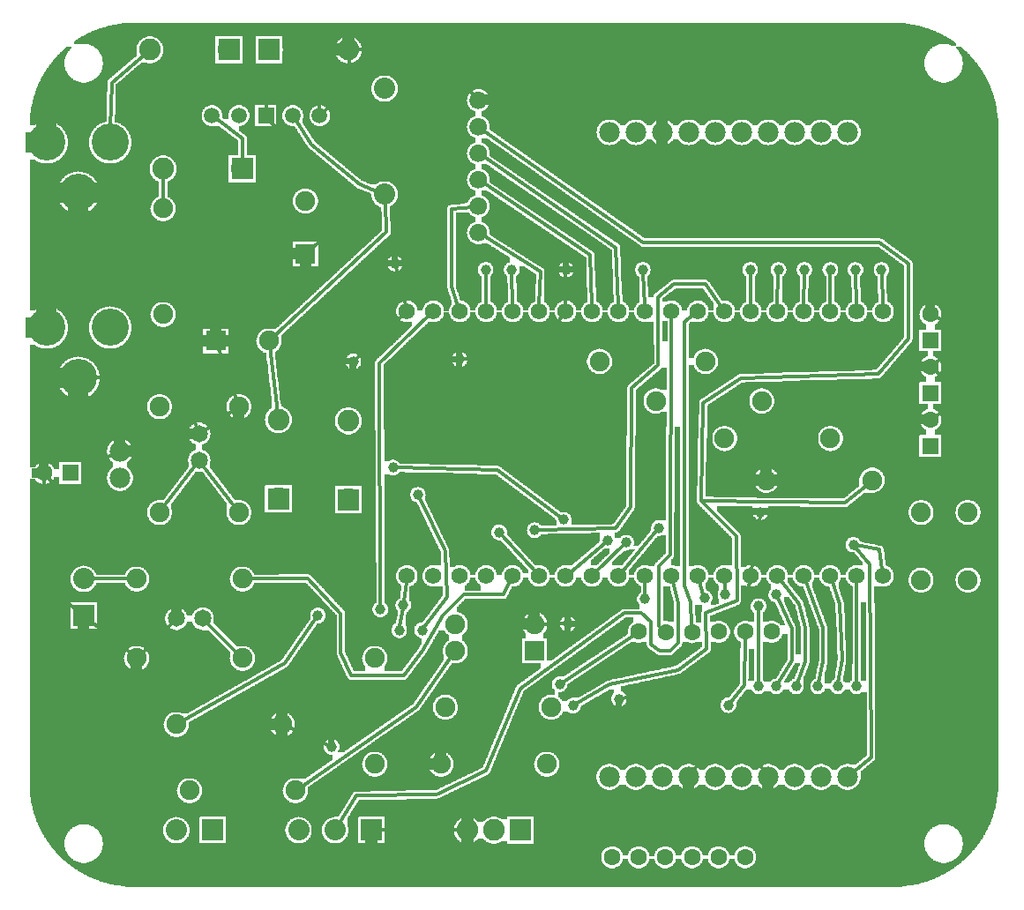
<source format=gbl>
G04 MADE WITH FRITZING*
G04 WWW.FRITZING.ORG*
G04 DOUBLE SIDED*
G04 HOLES PLATED*
G04 CONTOUR ON CENTER OF CONTOUR VECTOR*
%ASAXBY*%
%FSLAX23Y23*%
%MOIN*%
%OFA0B0*%
%SFA1.0B1.0*%
%ADD10C,0.075000*%
%ADD11C,0.078000*%
%ADD12C,0.039370*%
%ADD13C,0.080000*%
%ADD14C,0.062000*%
%ADD15C,0.063111*%
%ADD16C,0.082000*%
%ADD17C,0.065000*%
%ADD18C,0.065972*%
%ADD19C,0.059000*%
%ADD20C,0.140000*%
%ADD21C,0.062992*%
%ADD22R,0.082000X0.082000*%
%ADD23R,0.075000X0.075000*%
%ADD24R,0.080000X0.080000*%
%ADD25R,0.059889X0.059000*%
%ADD26R,0.062992X0.062992*%
%ADD27C,0.012000*%
%ADD28R,0.001000X0.001000*%
%LNCOPPER0*%
G90*
G70*
G54D10*
X1823Y2573D03*
X2254Y2105D03*
X2685Y2337D03*
X2388Y1751D03*
X360Y3191D03*
G54D11*
X3132Y2892D03*
X3032Y2892D03*
X2932Y2892D03*
X2832Y2892D03*
X2732Y2892D03*
X2632Y2892D03*
X2532Y2892D03*
X2432Y2892D03*
X2332Y2892D03*
X2232Y2892D03*
X3132Y2892D03*
X3032Y2892D03*
X2932Y2892D03*
X2832Y2892D03*
X2732Y2892D03*
X2632Y2892D03*
X2532Y2892D03*
X2432Y2892D03*
X2332Y2892D03*
X2232Y2892D03*
X3131Y455D03*
X3031Y455D03*
X2931Y455D03*
X2831Y455D03*
X2731Y455D03*
X2631Y455D03*
X2531Y455D03*
X2431Y455D03*
X2331Y455D03*
X2231Y455D03*
X3131Y455D03*
X3031Y455D03*
X2931Y455D03*
X2831Y455D03*
X2731Y455D03*
X2631Y455D03*
X2531Y455D03*
X2431Y455D03*
X2331Y455D03*
X2231Y455D03*
G54D12*
X1763Y2372D03*
X1862Y2372D03*
X2067Y2372D03*
X2358Y2372D03*
X2763Y2372D03*
X2870Y2372D03*
X2968Y2372D03*
X3067Y2372D03*
X3161Y2372D03*
X3259Y2372D03*
X2590Y1132D03*
X2795Y1101D03*
X2669Y1144D03*
X2862Y1144D03*
X2795Y798D03*
X2862Y798D03*
X2937Y798D03*
X3019Y798D03*
X3094Y798D03*
X3165Y798D03*
X2224Y1349D03*
X2418Y1396D03*
X2295Y1341D03*
X1366Y1089D03*
X2366Y1128D03*
X2043Y806D03*
X1815Y1380D03*
X3153Y1333D03*
X1413Y1624D03*
X2059Y1428D03*
X2681Y727D03*
X1507Y1522D03*
X1523Y1010D03*
X1948Y1388D03*
X1129Y1065D03*
X1452Y1105D03*
X2094Y724D03*
X1437Y1010D03*
X2802Y1456D03*
X2074Y1034D03*
X2267Y750D03*
X1181Y569D03*
X1421Y2396D03*
G54D13*
X1381Y3058D03*
X1381Y2658D03*
G54D14*
X1766Y2215D03*
X1866Y2215D03*
X1966Y2215D03*
X2066Y2215D03*
X2166Y2215D03*
X2266Y2215D03*
X2366Y2215D03*
X2466Y2215D03*
X2566Y2215D03*
X2666Y2215D03*
X2766Y2215D03*
X2866Y2215D03*
X2966Y2215D03*
X3066Y2215D03*
X3166Y2215D03*
X3266Y2215D03*
X1466Y2215D03*
X1566Y2215D03*
X1666Y2215D03*
X1765Y1215D03*
X1865Y1215D03*
X1965Y1215D03*
X2065Y1215D03*
X2165Y1215D03*
X2265Y1215D03*
X2365Y1215D03*
X2465Y1215D03*
X2565Y1215D03*
X2665Y1215D03*
X2765Y1215D03*
X2865Y1215D03*
X2965Y1215D03*
X3065Y1215D03*
X3165Y1215D03*
X3265Y1215D03*
X1466Y1215D03*
X1566Y1215D03*
X1666Y1215D03*
G54D15*
X2744Y152D03*
X2644Y152D03*
X2543Y152D03*
X2442Y152D03*
X2342Y152D03*
X2241Y152D03*
X2845Y1004D03*
X2744Y1004D03*
X2644Y1004D03*
X2543Y1003D03*
X2443Y1003D03*
X2342Y1004D03*
G54D16*
X1894Y254D03*
X1794Y254D03*
X1694Y254D03*
G54D10*
X1949Y932D03*
X1649Y932D03*
X1949Y1032D03*
X1649Y1032D03*
X3409Y1199D03*
X3409Y1455D03*
X3586Y1199D03*
X3586Y1455D03*
G54D13*
X1332Y254D03*
X1194Y254D03*
X1057Y254D03*
X244Y1066D03*
X244Y1204D03*
X732Y254D03*
X594Y254D03*
G54D17*
X594Y1054D03*
X694Y1054D03*
X681Y1752D03*
X681Y1652D03*
G54D18*
X1736Y2513D03*
X1736Y2613D03*
X1736Y2713D03*
X1736Y2813D03*
X1736Y2913D03*
X1736Y3013D03*
G54D10*
X744Y2104D03*
X944Y2104D03*
X1082Y2432D03*
X1082Y2632D03*
G54D19*
X729Y2955D03*
X831Y2955D03*
X933Y2955D03*
X1034Y2955D03*
X1136Y2955D03*
G54D20*
X344Y2154D03*
X104Y2154D03*
X224Y1964D03*
X344Y2854D03*
X104Y2854D03*
X224Y2664D03*
G54D16*
X946Y3204D03*
X1244Y3204D03*
X842Y2754D03*
X544Y2754D03*
X1244Y1504D03*
X1244Y1802D03*
X980Y1508D03*
X980Y1806D03*
X792Y3204D03*
X494Y3204D03*
G54D10*
X1044Y404D03*
X644Y404D03*
X444Y1204D03*
X844Y1204D03*
X844Y904D03*
X444Y904D03*
X831Y1455D03*
X831Y1855D03*
X531Y1855D03*
X531Y1455D03*
X994Y654D03*
X594Y654D03*
X2824Y1577D03*
X3224Y1577D03*
X2194Y2026D03*
X2594Y2026D03*
X2407Y1876D03*
X2807Y1876D03*
X2666Y1735D03*
X3066Y1735D03*
X1611Y719D03*
X2011Y719D03*
X1594Y504D03*
X1994Y504D03*
X1344Y904D03*
X1344Y504D03*
X544Y2604D03*
X544Y2204D03*
G54D21*
X3444Y2105D03*
X3444Y2204D03*
X3444Y1907D03*
X3444Y2005D03*
X3444Y1707D03*
X3444Y1805D03*
X193Y1604D03*
X94Y1604D03*
G54D12*
X1665Y2034D03*
X1263Y2026D03*
G54D11*
X381Y1685D03*
X381Y1585D03*
X381Y1685D03*
X381Y1585D03*
G54D22*
X1894Y254D03*
G54D23*
X1949Y932D03*
G54D24*
X1332Y254D03*
X244Y1066D03*
X732Y254D03*
G54D23*
X744Y2104D03*
X1082Y2432D03*
G54D25*
X933Y2955D03*
G54D22*
X945Y3204D03*
X843Y2754D03*
X1244Y1503D03*
X980Y1507D03*
X793Y3204D03*
G54D26*
X3444Y2105D03*
X3444Y1907D03*
X3444Y1707D03*
X193Y1604D03*
G54D27*
X1764Y2359D02*
X1765Y2238D01*
D02*
X1862Y2359D02*
X1865Y2238D01*
D02*
X2066Y2359D02*
X2066Y2238D01*
D02*
X2359Y2359D02*
X2365Y2238D01*
D02*
X2764Y2359D02*
X2765Y2238D01*
D02*
X2869Y2359D02*
X2866Y2238D01*
D02*
X2968Y2359D02*
X2966Y2238D01*
D02*
X3066Y2359D02*
X3066Y2238D01*
D02*
X3161Y2359D02*
X3165Y2238D01*
D02*
X3260Y2359D02*
X3265Y2238D01*
D02*
X2586Y1145D02*
X2572Y1192D01*
D02*
X2668Y1158D02*
X2667Y1192D01*
D02*
X2795Y811D02*
X2795Y1087D01*
D02*
X3221Y530D02*
X3150Y471D01*
D02*
X3216Y1258D02*
X3221Y530D01*
D02*
X3162Y1323D02*
X3216Y1258D01*
D02*
X2921Y896D02*
X2921Y1014D01*
D02*
X2921Y1014D02*
X2867Y1132D01*
D02*
X2869Y809D02*
X2921Y896D01*
D02*
X2972Y1018D02*
X2949Y1109D01*
D02*
X2972Y893D02*
X2972Y1018D01*
D02*
X2949Y1109D02*
X2880Y1197D01*
D02*
X2941Y810D02*
X2972Y893D01*
D02*
X3039Y893D02*
X3039Y1018D01*
D02*
X3039Y1018D02*
X2974Y1193D01*
D02*
X3022Y811D02*
X3039Y893D01*
D02*
X3102Y1109D02*
X3073Y1193D01*
D02*
X3110Y899D02*
X3102Y1109D01*
D02*
X3096Y811D02*
X3110Y899D01*
D02*
X2589Y530D02*
X2546Y475D01*
D02*
X2779Y530D02*
X2589Y530D01*
D02*
X2817Y475D02*
X2779Y530D01*
D02*
X3165Y811D02*
X3165Y1192D01*
D02*
X421Y1204D02*
X270Y1204D01*
D02*
X1970Y2365D02*
X1966Y2238D01*
D02*
X1754Y2501D02*
X1970Y2365D01*
D02*
X2547Y2201D02*
X2514Y2176D01*
D02*
X2514Y2176D02*
X2514Y1180D01*
D02*
X2539Y1116D02*
X2542Y1028D01*
D02*
X2514Y1180D02*
X2539Y1116D01*
D02*
X1715Y2610D02*
X1633Y2602D01*
D02*
X1633Y2309D02*
X1658Y2237D01*
D02*
X1633Y2602D02*
X1633Y2309D01*
D02*
X2214Y1340D02*
X2083Y1230D01*
D02*
X2466Y2192D02*
X2460Y1294D01*
D02*
X2460Y1294D02*
X2418Y1252D01*
X2418Y1252D02*
X2418Y1024D01*
X2418Y1024D02*
X2424Y1019D01*
D02*
X2409Y1386D02*
X2280Y1233D01*
D02*
X2285Y1332D02*
X2182Y1231D01*
D02*
X1366Y1102D02*
X1362Y2020D01*
X1362Y2020D02*
X1549Y2199D01*
D02*
X544Y2727D02*
X544Y2627D01*
D02*
X2159Y2428D02*
X2165Y2238D01*
D02*
X1753Y2701D02*
X2159Y2428D01*
D02*
X2366Y1142D02*
X2365Y1192D01*
D02*
X2256Y2457D02*
X2265Y2238D01*
D02*
X1753Y2801D02*
X2256Y2457D01*
D02*
X2054Y813D02*
X2321Y990D01*
D02*
X846Y2868D02*
X843Y2780D01*
D02*
X748Y2941D02*
X846Y2868D01*
D02*
X350Y3080D02*
X346Y2909D01*
D02*
X474Y3186D02*
X350Y3080D01*
D02*
X828Y920D02*
X708Y1040D01*
D02*
X1680Y1144D02*
X1602Y1066D01*
D02*
X1830Y1144D02*
X1680Y1144D01*
D02*
X1855Y1194D02*
X1830Y1144D01*
D02*
X1602Y1066D02*
X1523Y931D01*
D02*
X1523Y931D02*
X1453Y838D01*
D02*
X1453Y838D02*
X1256Y838D01*
D02*
X1256Y838D02*
X1216Y924D01*
D02*
X1216Y924D02*
X1216Y1073D01*
D02*
X1216Y1073D02*
X1090Y1207D01*
D02*
X1090Y1207D02*
X867Y1204D01*
D02*
X692Y1637D02*
X817Y1473D01*
D02*
X545Y1474D02*
X669Y1637D01*
D02*
X1950Y1232D02*
X1824Y1370D01*
D02*
X3252Y1314D02*
X3262Y1238D01*
D02*
X3166Y1331D02*
X3252Y1314D01*
D02*
X1426Y1624D02*
X1807Y1616D01*
D02*
X1807Y1616D02*
X2048Y1436D01*
D02*
X2741Y801D02*
X2744Y978D01*
D02*
X2689Y737D02*
X2741Y801D01*
D02*
X1500Y719D02*
X1063Y417D01*
D02*
X1636Y913D02*
X1500Y719D01*
D02*
X1513Y1510D02*
X1610Y1309D01*
D02*
X1618Y1136D02*
X1531Y1021D01*
D02*
X1610Y1309D02*
X1618Y1136D01*
D02*
X947Y2081D02*
X977Y1832D01*
D02*
X1389Y2515D02*
X961Y2119D01*
D02*
X1383Y2632D02*
X1389Y2515D01*
D02*
X1048Y2935D02*
X1106Y2846D01*
D02*
X1287Y2695D02*
X1358Y2667D01*
D02*
X1106Y2846D02*
X1287Y2695D01*
D02*
X2492Y1112D02*
X2492Y963D01*
D02*
X2492Y963D02*
X2460Y931D01*
D02*
X2471Y1192D02*
X2492Y1112D01*
D02*
X2421Y931D02*
X2389Y955D01*
D02*
X2460Y931D02*
X2421Y931D01*
D02*
X2389Y1041D02*
X2350Y1074D01*
D02*
X2389Y955D02*
X2389Y1041D01*
D02*
X2350Y1074D02*
X2287Y1074D01*
D02*
X2287Y1074D02*
X1894Y790D01*
D02*
X1764Y478D02*
X1578Y389D01*
D02*
X1894Y790D02*
X1764Y478D01*
D02*
X1578Y389D02*
X1276Y385D01*
D02*
X1276Y385D02*
X1208Y275D01*
D02*
X2652Y2234D02*
X2593Y2318D01*
D02*
X2476Y2318D02*
X2413Y2270D01*
D02*
X2593Y2318D02*
X2476Y2318D01*
D02*
X2413Y2270D02*
X2416Y2011D01*
D02*
X2416Y2011D02*
X2314Y1925D01*
D02*
X2311Y1474D02*
X2256Y1396D01*
D02*
X2314Y1925D02*
X2311Y1474D01*
D02*
X2256Y1396D02*
X1962Y1389D01*
D02*
X1003Y884D02*
X615Y665D01*
D02*
X1122Y1054D02*
X1003Y884D01*
D02*
X1463Y1192D02*
X1454Y1118D01*
D02*
X2232Y805D02*
X2491Y860D01*
D02*
X2106Y731D02*
X2232Y805D01*
D02*
X2491Y860D02*
X2598Y939D01*
D02*
X2598Y939D02*
X2593Y1074D01*
D02*
X2593Y1074D02*
X2713Y1121D01*
D02*
X2713Y1121D02*
X2712Y1365D01*
D02*
X2712Y1365D02*
X2578Y1498D01*
D02*
X3122Y1491D02*
X3198Y1552D01*
D02*
X2578Y1498D02*
X3122Y1491D01*
D02*
X3198Y1552D02*
X3207Y1561D01*
D02*
X1439Y1024D02*
X1450Y1092D01*
D02*
X3252Y2476D02*
X3362Y2395D01*
D02*
X2359Y2476D02*
X3252Y2476D01*
D02*
X1753Y2900D02*
X2359Y2476D01*
D02*
X3362Y2112D02*
X3247Y1978D01*
D02*
X3247Y1978D02*
X2729Y1963D01*
D02*
X3362Y2395D02*
X3362Y2112D01*
D02*
X2586Y1869D02*
X2578Y1498D01*
D02*
X2729Y1963D02*
X2586Y1869D01*
D02*
X3463Y2194D02*
X3516Y2167D01*
D02*
X3516Y2167D02*
X3516Y2058D01*
D02*
X3516Y2058D02*
X3462Y2018D01*
D02*
X3462Y1817D02*
X3516Y1854D01*
D02*
X3516Y1854D02*
X3516Y1947D01*
D02*
X3516Y1947D02*
X3461Y1992D01*
D02*
X2769Y1238D02*
X2800Y1443D01*
D02*
X1972Y1032D02*
X2061Y1034D01*
D02*
X2595Y822D02*
X2696Y925D01*
D02*
X2280Y753D02*
X2595Y822D01*
D02*
X2740Y1093D02*
X2761Y1192D01*
D02*
X2696Y1038D02*
X2740Y1093D01*
D02*
X2696Y925D02*
X2696Y1038D01*
D02*
X1358Y254D02*
X1668Y254D01*
D02*
X1015Y644D02*
X1168Y575D01*
D02*
X461Y920D02*
X581Y1040D01*
D02*
X264Y1050D02*
X427Y918D01*
D02*
X95Y1582D02*
X114Y1164D01*
D02*
X114Y1164D02*
X224Y1081D01*
D02*
X674Y1770D02*
X602Y1971D01*
D02*
X602Y1971D02*
X280Y1965D01*
D02*
X812Y1842D02*
X697Y1763D01*
D02*
X752Y2082D02*
X823Y1877D01*
D02*
X1461Y2238D02*
X1424Y2383D01*
D02*
X1137Y3054D02*
X1099Y3105D01*
D02*
X1136Y2979D02*
X1137Y3054D01*
D02*
X1099Y3105D02*
X976Y3104D01*
D02*
X933Y3050D02*
X933Y2979D01*
D02*
X976Y3104D02*
X933Y3050D01*
D02*
X1209Y2641D02*
X1201Y2537D01*
D02*
X949Y2937D02*
X1209Y2641D01*
D02*
X1201Y2537D02*
X1100Y2448D01*
D02*
X1256Y3066D02*
X1154Y2971D01*
D02*
X1247Y3177D02*
X1256Y3066D01*
D02*
X1563Y3207D02*
X1271Y3204D01*
D02*
X1722Y3028D02*
X1563Y3207D01*
D02*
X1678Y2034D02*
X1935Y2033D01*
D02*
X1935Y2033D02*
X2052Y2196D01*
D02*
X1273Y2035D02*
X1449Y2199D01*
D02*
X236Y1526D02*
X288Y1644D01*
D02*
X288Y1644D02*
X359Y1675D01*
D02*
X164Y1526D02*
X236Y1526D01*
D02*
X109Y1588D02*
X164Y1526D01*
G36*
X1748Y2772D02*
X1748Y2752D01*
X1754Y2752D01*
X1754Y2750D01*
X1758Y2750D01*
X1758Y2748D01*
X1760Y2748D01*
X1760Y2746D01*
X1764Y2746D01*
X1764Y2744D01*
X1766Y2744D01*
X1766Y2742D01*
X1768Y2742D01*
X1768Y2740D01*
X1770Y2740D01*
X1770Y2736D01*
X1772Y2736D01*
X1772Y2734D01*
X1774Y2734D01*
X1774Y2730D01*
X1776Y2730D01*
X1776Y2724D01*
X1778Y2724D01*
X1778Y2702D01*
X1782Y2702D01*
X1782Y2700D01*
X1784Y2700D01*
X1784Y2698D01*
X1786Y2698D01*
X1786Y2696D01*
X1790Y2696D01*
X1790Y2694D01*
X1792Y2694D01*
X1792Y2692D01*
X1796Y2692D01*
X1796Y2690D01*
X1798Y2690D01*
X1798Y2688D01*
X1802Y2688D01*
X1802Y2686D01*
X1804Y2686D01*
X1804Y2684D01*
X1808Y2684D01*
X1808Y2682D01*
X1810Y2682D01*
X1810Y2680D01*
X1814Y2680D01*
X1814Y2678D01*
X1816Y2678D01*
X1816Y2676D01*
X1820Y2676D01*
X1820Y2674D01*
X1822Y2674D01*
X1822Y2672D01*
X1826Y2672D01*
X1826Y2670D01*
X1828Y2670D01*
X1828Y2668D01*
X1832Y2668D01*
X1832Y2666D01*
X1834Y2666D01*
X1834Y2664D01*
X1838Y2664D01*
X1838Y2662D01*
X1840Y2662D01*
X1840Y2660D01*
X1844Y2660D01*
X1844Y2658D01*
X1846Y2658D01*
X1846Y2656D01*
X1850Y2656D01*
X1850Y2654D01*
X1852Y2654D01*
X1852Y2652D01*
X1856Y2652D01*
X1856Y2650D01*
X1858Y2650D01*
X1858Y2648D01*
X1862Y2648D01*
X1862Y2646D01*
X1864Y2646D01*
X1864Y2644D01*
X1868Y2644D01*
X1868Y2642D01*
X1870Y2642D01*
X1870Y2640D01*
X1874Y2640D01*
X1874Y2638D01*
X1876Y2638D01*
X1876Y2636D01*
X1880Y2636D01*
X1880Y2634D01*
X1882Y2634D01*
X1882Y2632D01*
X1886Y2632D01*
X1886Y2630D01*
X1888Y2630D01*
X1888Y2628D01*
X1892Y2628D01*
X1892Y2626D01*
X1894Y2626D01*
X1894Y2624D01*
X1896Y2624D01*
X1896Y2622D01*
X1900Y2622D01*
X1900Y2620D01*
X1902Y2620D01*
X1902Y2618D01*
X1906Y2618D01*
X1906Y2616D01*
X1908Y2616D01*
X1908Y2614D01*
X1912Y2614D01*
X1912Y2612D01*
X1914Y2612D01*
X1914Y2610D01*
X1918Y2610D01*
X1918Y2608D01*
X1920Y2608D01*
X1920Y2606D01*
X1924Y2606D01*
X1924Y2604D01*
X1926Y2604D01*
X1926Y2602D01*
X1930Y2602D01*
X1930Y2600D01*
X1932Y2600D01*
X1932Y2598D01*
X1936Y2598D01*
X1936Y2596D01*
X1938Y2596D01*
X1938Y2594D01*
X1942Y2594D01*
X1942Y2592D01*
X1944Y2592D01*
X1944Y2590D01*
X1948Y2590D01*
X1948Y2588D01*
X1950Y2588D01*
X1950Y2586D01*
X1954Y2586D01*
X1954Y2584D01*
X1956Y2584D01*
X1956Y2582D01*
X1960Y2582D01*
X1960Y2580D01*
X1962Y2580D01*
X1962Y2578D01*
X1966Y2578D01*
X1966Y2576D01*
X1968Y2576D01*
X1968Y2574D01*
X1972Y2574D01*
X1972Y2572D01*
X1974Y2572D01*
X1974Y2570D01*
X1978Y2570D01*
X1978Y2568D01*
X1980Y2568D01*
X1980Y2566D01*
X1984Y2566D01*
X1984Y2564D01*
X1986Y2564D01*
X1986Y2562D01*
X1990Y2562D01*
X1990Y2560D01*
X1992Y2560D01*
X1992Y2558D01*
X1996Y2558D01*
X1996Y2556D01*
X1998Y2556D01*
X1998Y2554D01*
X2000Y2554D01*
X2000Y2552D01*
X2004Y2552D01*
X2004Y2550D01*
X2006Y2550D01*
X2006Y2548D01*
X2010Y2548D01*
X2010Y2546D01*
X2012Y2546D01*
X2012Y2544D01*
X2016Y2544D01*
X2016Y2542D01*
X2018Y2542D01*
X2018Y2540D01*
X2022Y2540D01*
X2022Y2538D01*
X2024Y2538D01*
X2024Y2536D01*
X2028Y2536D01*
X2028Y2534D01*
X2030Y2534D01*
X2030Y2532D01*
X2034Y2532D01*
X2034Y2530D01*
X2036Y2530D01*
X2036Y2528D01*
X2040Y2528D01*
X2040Y2526D01*
X2042Y2526D01*
X2042Y2524D01*
X2046Y2524D01*
X2046Y2522D01*
X2048Y2522D01*
X2048Y2520D01*
X2052Y2520D01*
X2052Y2518D01*
X2054Y2518D01*
X2054Y2516D01*
X2058Y2516D01*
X2058Y2514D01*
X2060Y2514D01*
X2060Y2512D01*
X2064Y2512D01*
X2064Y2510D01*
X2066Y2510D01*
X2066Y2508D01*
X2070Y2508D01*
X2070Y2506D01*
X2072Y2506D01*
X2072Y2504D01*
X2076Y2504D01*
X2076Y2502D01*
X2078Y2502D01*
X2078Y2500D01*
X2082Y2500D01*
X2082Y2498D01*
X2084Y2498D01*
X2084Y2496D01*
X2088Y2496D01*
X2088Y2494D01*
X2090Y2494D01*
X2090Y2492D01*
X2094Y2492D01*
X2094Y2490D01*
X2096Y2490D01*
X2096Y2488D01*
X2100Y2488D01*
X2100Y2486D01*
X2102Y2486D01*
X2102Y2484D01*
X2104Y2484D01*
X2104Y2482D01*
X2108Y2482D01*
X2108Y2480D01*
X2110Y2480D01*
X2110Y2478D01*
X2114Y2478D01*
X2114Y2476D01*
X2116Y2476D01*
X2116Y2474D01*
X2120Y2474D01*
X2120Y2472D01*
X2122Y2472D01*
X2122Y2470D01*
X2126Y2470D01*
X2126Y2468D01*
X2128Y2468D01*
X2128Y2466D01*
X2132Y2466D01*
X2132Y2464D01*
X2134Y2464D01*
X2134Y2462D01*
X2138Y2462D01*
X2138Y2460D01*
X2140Y2460D01*
X2140Y2458D01*
X2144Y2458D01*
X2144Y2456D01*
X2146Y2456D01*
X2146Y2454D01*
X2150Y2454D01*
X2150Y2452D01*
X2152Y2452D01*
X2152Y2450D01*
X2156Y2450D01*
X2156Y2448D01*
X2158Y2448D01*
X2158Y2446D01*
X2162Y2446D01*
X2162Y2444D01*
X2164Y2444D01*
X2164Y2442D01*
X2168Y2442D01*
X2168Y2440D01*
X2170Y2440D01*
X2170Y2438D01*
X2172Y2438D01*
X2172Y2436D01*
X2174Y2436D01*
X2174Y2430D01*
X2176Y2430D01*
X2176Y2370D01*
X2178Y2370D01*
X2178Y2304D01*
X2180Y2304D01*
X2180Y2252D01*
X2184Y2252D01*
X2184Y2250D01*
X2188Y2250D01*
X2188Y2248D01*
X2190Y2248D01*
X2190Y2246D01*
X2192Y2246D01*
X2192Y2244D01*
X2196Y2244D01*
X2196Y2240D01*
X2198Y2240D01*
X2198Y2238D01*
X2200Y2238D01*
X2200Y2234D01*
X2202Y2234D01*
X2202Y2232D01*
X2204Y2232D01*
X2204Y2226D01*
X2206Y2226D01*
X2206Y2218D01*
X2226Y2218D01*
X2226Y2228D01*
X2228Y2228D01*
X2228Y2232D01*
X2230Y2232D01*
X2230Y2236D01*
X2232Y2236D01*
X2232Y2238D01*
X2234Y2238D01*
X2234Y2242D01*
X2236Y2242D01*
X2236Y2244D01*
X2238Y2244D01*
X2238Y2246D01*
X2240Y2246D01*
X2240Y2248D01*
X2244Y2248D01*
X2244Y2250D01*
X2248Y2250D01*
X2248Y2278D01*
X2246Y2278D01*
X2246Y2326D01*
X2244Y2326D01*
X2244Y2374D01*
X2242Y2374D01*
X2242Y2422D01*
X2240Y2422D01*
X2240Y2448D01*
X2238Y2448D01*
X2238Y2450D01*
X2236Y2450D01*
X2236Y2452D01*
X2232Y2452D01*
X2232Y2454D01*
X2230Y2454D01*
X2230Y2456D01*
X2226Y2456D01*
X2226Y2458D01*
X2224Y2458D01*
X2224Y2460D01*
X2222Y2460D01*
X2222Y2462D01*
X2218Y2462D01*
X2218Y2464D01*
X2216Y2464D01*
X2216Y2466D01*
X2212Y2466D01*
X2212Y2468D01*
X2210Y2468D01*
X2210Y2470D01*
X2206Y2470D01*
X2206Y2472D01*
X2204Y2472D01*
X2204Y2474D01*
X2200Y2474D01*
X2200Y2476D01*
X2198Y2476D01*
X2198Y2478D01*
X2194Y2478D01*
X2194Y2480D01*
X2192Y2480D01*
X2192Y2482D01*
X2188Y2482D01*
X2188Y2484D01*
X2186Y2484D01*
X2186Y2486D01*
X2184Y2486D01*
X2184Y2488D01*
X2180Y2488D01*
X2180Y2490D01*
X2178Y2490D01*
X2178Y2492D01*
X2174Y2492D01*
X2174Y2494D01*
X2172Y2494D01*
X2172Y2496D01*
X2168Y2496D01*
X2168Y2498D01*
X2166Y2498D01*
X2166Y2500D01*
X2162Y2500D01*
X2162Y2502D01*
X2160Y2502D01*
X2160Y2504D01*
X2156Y2504D01*
X2156Y2506D01*
X2154Y2506D01*
X2154Y2508D01*
X2150Y2508D01*
X2150Y2510D01*
X2148Y2510D01*
X2148Y2512D01*
X2146Y2512D01*
X2146Y2514D01*
X2142Y2514D01*
X2142Y2516D01*
X2140Y2516D01*
X2140Y2518D01*
X2136Y2518D01*
X2136Y2520D01*
X2134Y2520D01*
X2134Y2522D01*
X2130Y2522D01*
X2130Y2524D01*
X2128Y2524D01*
X2128Y2526D01*
X2124Y2526D01*
X2124Y2528D01*
X2122Y2528D01*
X2122Y2530D01*
X2118Y2530D01*
X2118Y2532D01*
X2116Y2532D01*
X2116Y2534D01*
X2112Y2534D01*
X2112Y2536D01*
X2110Y2536D01*
X2110Y2538D01*
X2108Y2538D01*
X2108Y2540D01*
X2104Y2540D01*
X2104Y2542D01*
X2102Y2542D01*
X2102Y2544D01*
X2098Y2544D01*
X2098Y2546D01*
X2096Y2546D01*
X2096Y2548D01*
X2092Y2548D01*
X2092Y2550D01*
X2090Y2550D01*
X2090Y2552D01*
X2086Y2552D01*
X2086Y2554D01*
X2084Y2554D01*
X2084Y2556D01*
X2080Y2556D01*
X2080Y2558D01*
X2078Y2558D01*
X2078Y2560D01*
X2074Y2560D01*
X2074Y2562D01*
X2072Y2562D01*
X2072Y2564D01*
X2068Y2564D01*
X2068Y2566D01*
X2066Y2566D01*
X2066Y2568D01*
X2064Y2568D01*
X2064Y2570D01*
X2060Y2570D01*
X2060Y2572D01*
X2058Y2572D01*
X2058Y2574D01*
X2054Y2574D01*
X2054Y2576D01*
X2052Y2576D01*
X2052Y2578D01*
X2048Y2578D01*
X2048Y2580D01*
X2046Y2580D01*
X2046Y2582D01*
X2042Y2582D01*
X2042Y2584D01*
X2040Y2584D01*
X2040Y2586D01*
X2036Y2586D01*
X2036Y2588D01*
X2034Y2588D01*
X2034Y2590D01*
X2030Y2590D01*
X2030Y2592D01*
X2028Y2592D01*
X2028Y2594D01*
X2026Y2594D01*
X2026Y2596D01*
X2022Y2596D01*
X2022Y2598D01*
X2020Y2598D01*
X2020Y2600D01*
X2016Y2600D01*
X2016Y2602D01*
X2014Y2602D01*
X2014Y2604D01*
X2010Y2604D01*
X2010Y2606D01*
X2008Y2606D01*
X2008Y2608D01*
X2004Y2608D01*
X2004Y2610D01*
X2002Y2610D01*
X2002Y2612D01*
X1998Y2612D01*
X1998Y2614D01*
X1996Y2614D01*
X1996Y2616D01*
X1992Y2616D01*
X1992Y2618D01*
X1990Y2618D01*
X1990Y2620D01*
X1988Y2620D01*
X1988Y2622D01*
X1984Y2622D01*
X1984Y2624D01*
X1982Y2624D01*
X1982Y2626D01*
X1978Y2626D01*
X1978Y2628D01*
X1976Y2628D01*
X1976Y2630D01*
X1972Y2630D01*
X1972Y2632D01*
X1970Y2632D01*
X1970Y2634D01*
X1966Y2634D01*
X1966Y2636D01*
X1964Y2636D01*
X1964Y2638D01*
X1960Y2638D01*
X1960Y2640D01*
X1958Y2640D01*
X1958Y2642D01*
X1954Y2642D01*
X1954Y2644D01*
X1952Y2644D01*
X1952Y2646D01*
X1950Y2646D01*
X1950Y2648D01*
X1946Y2648D01*
X1946Y2650D01*
X1944Y2650D01*
X1944Y2652D01*
X1940Y2652D01*
X1940Y2654D01*
X1938Y2654D01*
X1938Y2656D01*
X1934Y2656D01*
X1934Y2658D01*
X1932Y2658D01*
X1932Y2660D01*
X1928Y2660D01*
X1928Y2662D01*
X1926Y2662D01*
X1926Y2664D01*
X1922Y2664D01*
X1922Y2666D01*
X1920Y2666D01*
X1920Y2668D01*
X1916Y2668D01*
X1916Y2670D01*
X1914Y2670D01*
X1914Y2672D01*
X1912Y2672D01*
X1912Y2674D01*
X1908Y2674D01*
X1908Y2676D01*
X1906Y2676D01*
X1906Y2678D01*
X1902Y2678D01*
X1902Y2680D01*
X1900Y2680D01*
X1900Y2682D01*
X1896Y2682D01*
X1896Y2684D01*
X1894Y2684D01*
X1894Y2686D01*
X1890Y2686D01*
X1890Y2688D01*
X1888Y2688D01*
X1888Y2690D01*
X1884Y2690D01*
X1884Y2692D01*
X1882Y2692D01*
X1882Y2694D01*
X1878Y2694D01*
X1878Y2696D01*
X1876Y2696D01*
X1876Y2698D01*
X1872Y2698D01*
X1872Y2700D01*
X1870Y2700D01*
X1870Y2702D01*
X1868Y2702D01*
X1868Y2704D01*
X1864Y2704D01*
X1864Y2706D01*
X1862Y2706D01*
X1862Y2708D01*
X1858Y2708D01*
X1858Y2710D01*
X1856Y2710D01*
X1856Y2712D01*
X1852Y2712D01*
X1852Y2714D01*
X1850Y2714D01*
X1850Y2716D01*
X1846Y2716D01*
X1846Y2718D01*
X1844Y2718D01*
X1844Y2720D01*
X1840Y2720D01*
X1840Y2722D01*
X1838Y2722D01*
X1838Y2724D01*
X1834Y2724D01*
X1834Y2726D01*
X1832Y2726D01*
X1832Y2728D01*
X1830Y2728D01*
X1830Y2730D01*
X1826Y2730D01*
X1826Y2732D01*
X1824Y2732D01*
X1824Y2734D01*
X1820Y2734D01*
X1820Y2736D01*
X1818Y2736D01*
X1818Y2738D01*
X1814Y2738D01*
X1814Y2740D01*
X1812Y2740D01*
X1812Y2742D01*
X1808Y2742D01*
X1808Y2744D01*
X1806Y2744D01*
X1806Y2746D01*
X1802Y2746D01*
X1802Y2748D01*
X1800Y2748D01*
X1800Y2750D01*
X1796Y2750D01*
X1796Y2752D01*
X1794Y2752D01*
X1794Y2754D01*
X1792Y2754D01*
X1792Y2756D01*
X1788Y2756D01*
X1788Y2758D01*
X1786Y2758D01*
X1786Y2760D01*
X1782Y2760D01*
X1782Y2762D01*
X1780Y2762D01*
X1780Y2764D01*
X1776Y2764D01*
X1776Y2766D01*
X1774Y2766D01*
X1774Y2768D01*
X1770Y2768D01*
X1770Y2770D01*
X1768Y2770D01*
X1768Y2772D01*
X1748Y2772D01*
G37*
D02*
G36*
X1748Y2672D02*
X1748Y2652D01*
X1754Y2652D01*
X1754Y2650D01*
X1758Y2650D01*
X1758Y2648D01*
X1760Y2648D01*
X1760Y2646D01*
X1764Y2646D01*
X1764Y2644D01*
X1766Y2644D01*
X1766Y2642D01*
X1768Y2642D01*
X1768Y2640D01*
X1770Y2640D01*
X1770Y2636D01*
X1772Y2636D01*
X1772Y2634D01*
X1774Y2634D01*
X1774Y2630D01*
X1776Y2630D01*
X1776Y2624D01*
X1778Y2624D01*
X1778Y2600D01*
X1776Y2600D01*
X1776Y2594D01*
X1774Y2594D01*
X1774Y2592D01*
X1772Y2592D01*
X1772Y2588D01*
X1770Y2588D01*
X1770Y2586D01*
X1768Y2586D01*
X1768Y2582D01*
X1766Y2582D01*
X1766Y2580D01*
X1762Y2580D01*
X1762Y2578D01*
X1760Y2578D01*
X1760Y2576D01*
X1756Y2576D01*
X1756Y2574D01*
X1754Y2574D01*
X1754Y2572D01*
X1748Y2572D01*
X1748Y2552D01*
X1754Y2552D01*
X1754Y2550D01*
X1758Y2550D01*
X1758Y2548D01*
X1760Y2548D01*
X1760Y2546D01*
X1764Y2546D01*
X1764Y2544D01*
X1766Y2544D01*
X1766Y2542D01*
X1768Y2542D01*
X1768Y2540D01*
X1770Y2540D01*
X1770Y2536D01*
X1772Y2536D01*
X1772Y2534D01*
X1774Y2534D01*
X1774Y2530D01*
X1776Y2530D01*
X1776Y2524D01*
X1778Y2524D01*
X1778Y2504D01*
X1780Y2504D01*
X1780Y2502D01*
X1784Y2502D01*
X1784Y2500D01*
X1786Y2500D01*
X1786Y2498D01*
X1790Y2498D01*
X1790Y2496D01*
X1794Y2496D01*
X1794Y2494D01*
X1796Y2494D01*
X1796Y2492D01*
X1800Y2492D01*
X1800Y2490D01*
X1802Y2490D01*
X1802Y2488D01*
X1806Y2488D01*
X1806Y2486D01*
X1808Y2486D01*
X1808Y2484D01*
X1812Y2484D01*
X1812Y2482D01*
X1816Y2482D01*
X1816Y2480D01*
X1818Y2480D01*
X1818Y2478D01*
X1822Y2478D01*
X1822Y2476D01*
X1824Y2476D01*
X1824Y2474D01*
X1828Y2474D01*
X1828Y2472D01*
X1832Y2472D01*
X1832Y2470D01*
X1834Y2470D01*
X1834Y2468D01*
X1838Y2468D01*
X1838Y2466D01*
X1840Y2466D01*
X1840Y2464D01*
X1844Y2464D01*
X1844Y2462D01*
X1846Y2462D01*
X1846Y2460D01*
X1850Y2460D01*
X1850Y2458D01*
X1854Y2458D01*
X1854Y2456D01*
X1856Y2456D01*
X1856Y2454D01*
X1860Y2454D01*
X1860Y2452D01*
X1862Y2452D01*
X1862Y2450D01*
X1866Y2450D01*
X1866Y2448D01*
X1870Y2448D01*
X1870Y2446D01*
X1872Y2446D01*
X1872Y2444D01*
X1876Y2444D01*
X1876Y2442D01*
X1878Y2442D01*
X1878Y2440D01*
X1882Y2440D01*
X1882Y2438D01*
X1886Y2438D01*
X1886Y2436D01*
X1888Y2436D01*
X1888Y2434D01*
X1892Y2434D01*
X1892Y2432D01*
X1894Y2432D01*
X1894Y2430D01*
X1898Y2430D01*
X1898Y2428D01*
X1900Y2428D01*
X1900Y2426D01*
X1904Y2426D01*
X1904Y2424D01*
X1908Y2424D01*
X1908Y2422D01*
X1910Y2422D01*
X1910Y2420D01*
X1914Y2420D01*
X1914Y2418D01*
X1916Y2418D01*
X1916Y2416D01*
X1920Y2416D01*
X1920Y2414D01*
X1924Y2414D01*
X1924Y2412D01*
X1926Y2412D01*
X1926Y2410D01*
X1930Y2410D01*
X1930Y2408D01*
X1932Y2408D01*
X1932Y2406D01*
X1936Y2406D01*
X1936Y2404D01*
X1938Y2404D01*
X1938Y2402D01*
X2072Y2402D01*
X2072Y2400D01*
X2078Y2400D01*
X2078Y2398D01*
X2082Y2398D01*
X2082Y2396D01*
X2086Y2396D01*
X2086Y2394D01*
X2088Y2394D01*
X2088Y2392D01*
X2090Y2392D01*
X2090Y2388D01*
X2092Y2388D01*
X2092Y2386D01*
X2094Y2386D01*
X2094Y2380D01*
X2096Y2380D01*
X2096Y2364D01*
X2094Y2364D01*
X2094Y2358D01*
X2092Y2358D01*
X2092Y2356D01*
X2090Y2356D01*
X2090Y2352D01*
X2088Y2352D01*
X2088Y2350D01*
X2084Y2350D01*
X2084Y2348D01*
X2082Y2348D01*
X2082Y2346D01*
X2078Y2346D01*
X2078Y2344D01*
X2072Y2344D01*
X2072Y2342D01*
X2146Y2342D01*
X2146Y2370D01*
X2144Y2370D01*
X2144Y2418D01*
X2142Y2418D01*
X2142Y2420D01*
X2140Y2420D01*
X2140Y2422D01*
X2136Y2422D01*
X2136Y2424D01*
X2134Y2424D01*
X2134Y2426D01*
X2130Y2426D01*
X2130Y2428D01*
X2128Y2428D01*
X2128Y2430D01*
X2124Y2430D01*
X2124Y2432D01*
X2122Y2432D01*
X2122Y2434D01*
X2120Y2434D01*
X2120Y2436D01*
X2116Y2436D01*
X2116Y2438D01*
X2114Y2438D01*
X2114Y2440D01*
X2110Y2440D01*
X2110Y2442D01*
X2108Y2442D01*
X2108Y2444D01*
X2104Y2444D01*
X2104Y2446D01*
X2102Y2446D01*
X2102Y2448D01*
X2098Y2448D01*
X2098Y2450D01*
X2096Y2450D01*
X2096Y2452D01*
X2092Y2452D01*
X2092Y2454D01*
X2090Y2454D01*
X2090Y2456D01*
X2086Y2456D01*
X2086Y2458D01*
X2084Y2458D01*
X2084Y2460D01*
X2080Y2460D01*
X2080Y2462D01*
X2078Y2462D01*
X2078Y2464D01*
X2074Y2464D01*
X2074Y2466D01*
X2072Y2466D01*
X2072Y2468D01*
X2068Y2468D01*
X2068Y2470D01*
X2066Y2470D01*
X2066Y2472D01*
X2062Y2472D01*
X2062Y2474D01*
X2060Y2474D01*
X2060Y2476D01*
X2056Y2476D01*
X2056Y2478D01*
X2054Y2478D01*
X2054Y2480D01*
X2050Y2480D01*
X2050Y2482D01*
X2048Y2482D01*
X2048Y2484D01*
X2044Y2484D01*
X2044Y2486D01*
X2042Y2486D01*
X2042Y2488D01*
X2038Y2488D01*
X2038Y2490D01*
X2036Y2490D01*
X2036Y2492D01*
X2032Y2492D01*
X2032Y2494D01*
X2030Y2494D01*
X2030Y2496D01*
X2026Y2496D01*
X2026Y2498D01*
X2024Y2498D01*
X2024Y2500D01*
X2020Y2500D01*
X2020Y2502D01*
X2018Y2502D01*
X2018Y2504D01*
X2014Y2504D01*
X2014Y2506D01*
X2012Y2506D01*
X2012Y2508D01*
X2010Y2508D01*
X2010Y2510D01*
X2006Y2510D01*
X2006Y2512D01*
X2004Y2512D01*
X2004Y2514D01*
X2000Y2514D01*
X2000Y2516D01*
X1998Y2516D01*
X1998Y2518D01*
X1994Y2518D01*
X1994Y2520D01*
X1992Y2520D01*
X1992Y2522D01*
X1988Y2522D01*
X1988Y2524D01*
X1986Y2524D01*
X1986Y2526D01*
X1982Y2526D01*
X1982Y2528D01*
X1980Y2528D01*
X1980Y2530D01*
X1976Y2530D01*
X1976Y2532D01*
X1974Y2532D01*
X1974Y2534D01*
X1970Y2534D01*
X1970Y2536D01*
X1968Y2536D01*
X1968Y2538D01*
X1964Y2538D01*
X1964Y2540D01*
X1962Y2540D01*
X1962Y2542D01*
X1958Y2542D01*
X1958Y2544D01*
X1956Y2544D01*
X1956Y2546D01*
X1952Y2546D01*
X1952Y2548D01*
X1950Y2548D01*
X1950Y2550D01*
X1946Y2550D01*
X1946Y2552D01*
X1944Y2552D01*
X1944Y2554D01*
X1940Y2554D01*
X1940Y2556D01*
X1938Y2556D01*
X1938Y2558D01*
X1934Y2558D01*
X1934Y2560D01*
X1932Y2560D01*
X1932Y2562D01*
X1928Y2562D01*
X1928Y2564D01*
X1926Y2564D01*
X1926Y2566D01*
X1922Y2566D01*
X1922Y2568D01*
X1920Y2568D01*
X1920Y2570D01*
X1916Y2570D01*
X1916Y2572D01*
X1914Y2572D01*
X1914Y2574D01*
X1910Y2574D01*
X1910Y2576D01*
X1908Y2576D01*
X1908Y2578D01*
X1904Y2578D01*
X1904Y2580D01*
X1902Y2580D01*
X1902Y2582D01*
X1900Y2582D01*
X1900Y2584D01*
X1896Y2584D01*
X1896Y2586D01*
X1894Y2586D01*
X1894Y2588D01*
X1890Y2588D01*
X1890Y2590D01*
X1888Y2590D01*
X1888Y2592D01*
X1884Y2592D01*
X1884Y2594D01*
X1882Y2594D01*
X1882Y2596D01*
X1878Y2596D01*
X1878Y2598D01*
X1876Y2598D01*
X1876Y2600D01*
X1872Y2600D01*
X1872Y2602D01*
X1870Y2602D01*
X1870Y2604D01*
X1866Y2604D01*
X1866Y2606D01*
X1864Y2606D01*
X1864Y2608D01*
X1860Y2608D01*
X1860Y2610D01*
X1858Y2610D01*
X1858Y2612D01*
X1854Y2612D01*
X1854Y2614D01*
X1852Y2614D01*
X1852Y2616D01*
X1848Y2616D01*
X1848Y2618D01*
X1846Y2618D01*
X1846Y2620D01*
X1842Y2620D01*
X1842Y2622D01*
X1840Y2622D01*
X1840Y2624D01*
X1836Y2624D01*
X1836Y2626D01*
X1834Y2626D01*
X1834Y2628D01*
X1830Y2628D01*
X1830Y2630D01*
X1828Y2630D01*
X1828Y2632D01*
X1824Y2632D01*
X1824Y2634D01*
X1822Y2634D01*
X1822Y2636D01*
X1818Y2636D01*
X1818Y2638D01*
X1816Y2638D01*
X1816Y2640D01*
X1812Y2640D01*
X1812Y2642D01*
X1810Y2642D01*
X1810Y2644D01*
X1806Y2644D01*
X1806Y2646D01*
X1804Y2646D01*
X1804Y2648D01*
X1800Y2648D01*
X1800Y2650D01*
X1798Y2650D01*
X1798Y2652D01*
X1796Y2652D01*
X1796Y2654D01*
X1792Y2654D01*
X1792Y2656D01*
X1790Y2656D01*
X1790Y2658D01*
X1786Y2658D01*
X1786Y2660D01*
X1784Y2660D01*
X1784Y2662D01*
X1780Y2662D01*
X1780Y2664D01*
X1778Y2664D01*
X1778Y2666D01*
X1774Y2666D01*
X1774Y2668D01*
X1772Y2668D01*
X1772Y2670D01*
X1768Y2670D01*
X1768Y2672D01*
X1748Y2672D01*
G37*
D02*
G36*
X1942Y2402D02*
X1942Y2400D01*
X1946Y2400D01*
X1946Y2398D01*
X1948Y2398D01*
X1948Y2396D01*
X1952Y2396D01*
X1952Y2394D01*
X1954Y2394D01*
X1954Y2392D01*
X1958Y2392D01*
X1958Y2390D01*
X1962Y2390D01*
X1962Y2388D01*
X1964Y2388D01*
X1964Y2386D01*
X1968Y2386D01*
X1968Y2384D01*
X1970Y2384D01*
X1970Y2382D01*
X1974Y2382D01*
X1974Y2380D01*
X1976Y2380D01*
X1976Y2378D01*
X1980Y2378D01*
X1980Y2376D01*
X1982Y2376D01*
X1982Y2374D01*
X1984Y2374D01*
X1984Y2370D01*
X1986Y2370D01*
X1986Y2342D01*
X2060Y2342D01*
X2060Y2344D01*
X2054Y2344D01*
X2054Y2346D01*
X2050Y2346D01*
X2050Y2348D01*
X2048Y2348D01*
X2048Y2350D01*
X2046Y2350D01*
X2046Y2352D01*
X2044Y2352D01*
X2044Y2354D01*
X2042Y2354D01*
X2042Y2358D01*
X2040Y2358D01*
X2040Y2362D01*
X2038Y2362D01*
X2038Y2370D01*
X2036Y2370D01*
X2036Y2374D01*
X2038Y2374D01*
X2038Y2384D01*
X2040Y2384D01*
X2040Y2386D01*
X2042Y2386D01*
X2042Y2390D01*
X2044Y2390D01*
X2044Y2392D01*
X2046Y2392D01*
X2046Y2394D01*
X2048Y2394D01*
X2048Y2396D01*
X2050Y2396D01*
X2050Y2398D01*
X2054Y2398D01*
X2054Y2400D01*
X2060Y2400D01*
X2060Y2402D01*
X1942Y2402D01*
G37*
D02*
G36*
X1986Y2342D02*
X1986Y2340D01*
X2146Y2340D01*
X2146Y2342D01*
X1986Y2342D01*
G37*
D02*
G36*
X1986Y2342D02*
X1986Y2340D01*
X2146Y2340D01*
X2146Y2342D01*
X1986Y2342D01*
G37*
D02*
G36*
X1986Y2340D02*
X1986Y2320D01*
X1984Y2320D01*
X1984Y2256D01*
X2070Y2256D01*
X2070Y2254D01*
X2080Y2254D01*
X2080Y2252D01*
X2084Y2252D01*
X2084Y2250D01*
X2088Y2250D01*
X2088Y2248D01*
X2090Y2248D01*
X2090Y2246D01*
X2092Y2246D01*
X2092Y2244D01*
X2096Y2244D01*
X2096Y2240D01*
X2098Y2240D01*
X2098Y2238D01*
X2100Y2238D01*
X2100Y2234D01*
X2102Y2234D01*
X2102Y2232D01*
X2104Y2232D01*
X2104Y2226D01*
X2106Y2226D01*
X2106Y2218D01*
X2126Y2218D01*
X2126Y2228D01*
X2128Y2228D01*
X2128Y2232D01*
X2130Y2232D01*
X2130Y2236D01*
X2132Y2236D01*
X2132Y2238D01*
X2134Y2238D01*
X2134Y2242D01*
X2136Y2242D01*
X2136Y2244D01*
X2138Y2244D01*
X2138Y2246D01*
X2140Y2246D01*
X2140Y2248D01*
X2144Y2248D01*
X2144Y2250D01*
X2148Y2250D01*
X2148Y2304D01*
X2146Y2304D01*
X2146Y2340D01*
X1986Y2340D01*
G37*
D02*
G36*
X1984Y2256D02*
X1984Y2250D01*
X1988Y2250D01*
X1988Y2248D01*
X1990Y2248D01*
X1990Y2246D01*
X1992Y2246D01*
X1992Y2244D01*
X1996Y2244D01*
X1996Y2240D01*
X1998Y2240D01*
X1998Y2238D01*
X2000Y2238D01*
X2000Y2234D01*
X2002Y2234D01*
X2002Y2232D01*
X2004Y2232D01*
X2004Y2226D01*
X2006Y2226D01*
X2006Y2218D01*
X2026Y2218D01*
X2026Y2228D01*
X2028Y2228D01*
X2028Y2232D01*
X2030Y2232D01*
X2030Y2236D01*
X2032Y2236D01*
X2032Y2238D01*
X2034Y2238D01*
X2034Y2242D01*
X2036Y2242D01*
X2036Y2244D01*
X2038Y2244D01*
X2038Y2246D01*
X2040Y2246D01*
X2040Y2248D01*
X2044Y2248D01*
X2044Y2250D01*
X2048Y2250D01*
X2048Y2252D01*
X2052Y2252D01*
X2052Y2254D01*
X2060Y2254D01*
X2060Y2256D01*
X1984Y2256D01*
G37*
D02*
G36*
X1670Y2590D02*
X1670Y2588D01*
X1650Y2588D01*
X1650Y2470D01*
X1724Y2470D01*
X1724Y2472D01*
X1718Y2472D01*
X1718Y2474D01*
X1714Y2474D01*
X1714Y2476D01*
X1712Y2476D01*
X1712Y2478D01*
X1708Y2478D01*
X1708Y2480D01*
X1706Y2480D01*
X1706Y2482D01*
X1704Y2482D01*
X1704Y2484D01*
X1702Y2484D01*
X1702Y2488D01*
X1700Y2488D01*
X1700Y2490D01*
X1698Y2490D01*
X1698Y2494D01*
X1696Y2494D01*
X1696Y2500D01*
X1694Y2500D01*
X1694Y2508D01*
X1692Y2508D01*
X1692Y2516D01*
X1694Y2516D01*
X1694Y2524D01*
X1696Y2524D01*
X1696Y2530D01*
X1698Y2530D01*
X1698Y2534D01*
X1700Y2534D01*
X1700Y2538D01*
X1702Y2538D01*
X1702Y2540D01*
X1704Y2540D01*
X1704Y2542D01*
X1706Y2542D01*
X1706Y2544D01*
X1708Y2544D01*
X1708Y2546D01*
X1710Y2546D01*
X1710Y2548D01*
X1714Y2548D01*
X1714Y2550D01*
X1718Y2550D01*
X1718Y2552D01*
X1724Y2552D01*
X1724Y2572D01*
X1718Y2572D01*
X1718Y2574D01*
X1714Y2574D01*
X1714Y2576D01*
X1712Y2576D01*
X1712Y2578D01*
X1708Y2578D01*
X1708Y2580D01*
X1706Y2580D01*
X1706Y2582D01*
X1704Y2582D01*
X1704Y2584D01*
X1702Y2584D01*
X1702Y2588D01*
X1700Y2588D01*
X1700Y2590D01*
X1670Y2590D01*
G37*
D02*
G36*
X1748Y2472D02*
X1748Y2470D01*
X1772Y2470D01*
X1772Y2472D01*
X1748Y2472D01*
G37*
D02*
G36*
X1650Y2470D02*
X1650Y2468D01*
X1774Y2468D01*
X1774Y2470D01*
X1650Y2470D01*
G37*
D02*
G36*
X1650Y2470D02*
X1650Y2468D01*
X1774Y2468D01*
X1774Y2470D01*
X1650Y2470D01*
G37*
D02*
G36*
X1650Y2468D02*
X1650Y2402D01*
X1770Y2402D01*
X1770Y2400D01*
X1776Y2400D01*
X1776Y2398D01*
X1780Y2398D01*
X1780Y2396D01*
X1782Y2396D01*
X1782Y2394D01*
X1784Y2394D01*
X1784Y2392D01*
X1786Y2392D01*
X1786Y2390D01*
X1788Y2390D01*
X1788Y2386D01*
X1790Y2386D01*
X1790Y2382D01*
X1792Y2382D01*
X1792Y2362D01*
X1790Y2362D01*
X1790Y2358D01*
X1788Y2358D01*
X1788Y2354D01*
X1786Y2354D01*
X1786Y2352D01*
X1784Y2352D01*
X1784Y2350D01*
X1782Y2350D01*
X1782Y2348D01*
X1780Y2348D01*
X1780Y2260D01*
X1782Y2260D01*
X1782Y2252D01*
X1784Y2252D01*
X1784Y2250D01*
X1788Y2250D01*
X1788Y2248D01*
X1790Y2248D01*
X1790Y2246D01*
X1792Y2246D01*
X1792Y2244D01*
X1796Y2244D01*
X1796Y2240D01*
X1798Y2240D01*
X1798Y2238D01*
X1800Y2238D01*
X1800Y2234D01*
X1802Y2234D01*
X1802Y2232D01*
X1804Y2232D01*
X1804Y2226D01*
X1806Y2226D01*
X1806Y2218D01*
X1826Y2218D01*
X1826Y2228D01*
X1828Y2228D01*
X1828Y2232D01*
X1830Y2232D01*
X1830Y2236D01*
X1832Y2236D01*
X1832Y2238D01*
X1834Y2238D01*
X1834Y2242D01*
X1836Y2242D01*
X1836Y2244D01*
X1838Y2244D01*
X1838Y2246D01*
X1840Y2246D01*
X1840Y2248D01*
X1844Y2248D01*
X1844Y2250D01*
X1848Y2250D01*
X1848Y2322D01*
X1846Y2322D01*
X1846Y2348D01*
X1844Y2348D01*
X1844Y2350D01*
X1840Y2350D01*
X1840Y2354D01*
X1838Y2354D01*
X1838Y2356D01*
X1836Y2356D01*
X1836Y2360D01*
X1834Y2360D01*
X1834Y2366D01*
X1832Y2366D01*
X1832Y2378D01*
X1834Y2378D01*
X1834Y2384D01*
X1836Y2384D01*
X1836Y2388D01*
X1838Y2388D01*
X1838Y2390D01*
X1840Y2390D01*
X1840Y2394D01*
X1844Y2394D01*
X1844Y2396D01*
X1846Y2396D01*
X1846Y2398D01*
X1850Y2398D01*
X1850Y2400D01*
X1854Y2400D01*
X1854Y2420D01*
X1850Y2420D01*
X1850Y2422D01*
X1848Y2422D01*
X1848Y2424D01*
X1844Y2424D01*
X1844Y2426D01*
X1840Y2426D01*
X1840Y2428D01*
X1838Y2428D01*
X1838Y2430D01*
X1834Y2430D01*
X1834Y2432D01*
X1832Y2432D01*
X1832Y2434D01*
X1828Y2434D01*
X1828Y2436D01*
X1824Y2436D01*
X1824Y2438D01*
X1822Y2438D01*
X1822Y2440D01*
X1818Y2440D01*
X1818Y2442D01*
X1816Y2442D01*
X1816Y2444D01*
X1812Y2444D01*
X1812Y2446D01*
X1810Y2446D01*
X1810Y2448D01*
X1806Y2448D01*
X1806Y2450D01*
X1802Y2450D01*
X1802Y2452D01*
X1800Y2452D01*
X1800Y2454D01*
X1796Y2454D01*
X1796Y2456D01*
X1794Y2456D01*
X1794Y2458D01*
X1790Y2458D01*
X1790Y2460D01*
X1786Y2460D01*
X1786Y2462D01*
X1784Y2462D01*
X1784Y2464D01*
X1780Y2464D01*
X1780Y2466D01*
X1778Y2466D01*
X1778Y2468D01*
X1650Y2468D01*
G37*
D02*
G36*
X1650Y2402D02*
X1650Y2306D01*
X1652Y2306D01*
X1652Y2300D01*
X1654Y2300D01*
X1654Y2296D01*
X1656Y2296D01*
X1656Y2290D01*
X1658Y2290D01*
X1658Y2284D01*
X1660Y2284D01*
X1660Y2278D01*
X1662Y2278D01*
X1662Y2272D01*
X1664Y2272D01*
X1664Y2266D01*
X1666Y2266D01*
X1666Y2260D01*
X1668Y2260D01*
X1668Y2256D01*
X1672Y2256D01*
X1672Y2254D01*
X1680Y2254D01*
X1680Y2252D01*
X1684Y2252D01*
X1684Y2250D01*
X1688Y2250D01*
X1688Y2248D01*
X1690Y2248D01*
X1690Y2246D01*
X1694Y2246D01*
X1694Y2244D01*
X1696Y2244D01*
X1696Y2242D01*
X1698Y2242D01*
X1698Y2238D01*
X1700Y2238D01*
X1700Y2236D01*
X1702Y2236D01*
X1702Y2232D01*
X1704Y2232D01*
X1704Y2226D01*
X1706Y2226D01*
X1706Y2218D01*
X1726Y2218D01*
X1726Y2228D01*
X1728Y2228D01*
X1728Y2232D01*
X1730Y2232D01*
X1730Y2236D01*
X1732Y2236D01*
X1732Y2238D01*
X1734Y2238D01*
X1734Y2242D01*
X1736Y2242D01*
X1736Y2244D01*
X1738Y2244D01*
X1738Y2246D01*
X1740Y2246D01*
X1740Y2248D01*
X1744Y2248D01*
X1744Y2250D01*
X1748Y2250D01*
X1748Y2348D01*
X1744Y2348D01*
X1744Y2350D01*
X1742Y2350D01*
X1742Y2352D01*
X1740Y2352D01*
X1740Y2356D01*
X1738Y2356D01*
X1738Y2358D01*
X1736Y2358D01*
X1736Y2364D01*
X1734Y2364D01*
X1734Y2380D01*
X1736Y2380D01*
X1736Y2386D01*
X1738Y2386D01*
X1738Y2388D01*
X1740Y2388D01*
X1740Y2392D01*
X1742Y2392D01*
X1742Y2394D01*
X1744Y2394D01*
X1744Y2396D01*
X1748Y2396D01*
X1748Y2398D01*
X1752Y2398D01*
X1752Y2400D01*
X1758Y2400D01*
X1758Y2402D01*
X1650Y2402D01*
G37*
D02*
G36*
X1890Y2384D02*
X1890Y2376D01*
X1892Y2376D01*
X1892Y2368D01*
X1890Y2368D01*
X1890Y2360D01*
X1888Y2360D01*
X1888Y2356D01*
X1886Y2356D01*
X1886Y2354D01*
X1884Y2354D01*
X1884Y2352D01*
X1882Y2352D01*
X1882Y2350D01*
X1880Y2350D01*
X1880Y2348D01*
X1878Y2348D01*
X1878Y2322D01*
X1880Y2322D01*
X1880Y2252D01*
X1884Y2252D01*
X1884Y2250D01*
X1888Y2250D01*
X1888Y2248D01*
X1890Y2248D01*
X1890Y2246D01*
X1892Y2246D01*
X1892Y2244D01*
X1896Y2244D01*
X1896Y2240D01*
X1898Y2240D01*
X1898Y2238D01*
X1900Y2238D01*
X1900Y2234D01*
X1902Y2234D01*
X1902Y2232D01*
X1904Y2232D01*
X1904Y2226D01*
X1906Y2226D01*
X1906Y2218D01*
X1926Y2218D01*
X1926Y2228D01*
X1928Y2228D01*
X1928Y2232D01*
X1930Y2232D01*
X1930Y2236D01*
X1932Y2236D01*
X1932Y2238D01*
X1934Y2238D01*
X1934Y2242D01*
X1936Y2242D01*
X1936Y2244D01*
X1938Y2244D01*
X1938Y2246D01*
X1940Y2246D01*
X1940Y2248D01*
X1944Y2248D01*
X1944Y2250D01*
X1948Y2250D01*
X1948Y2252D01*
X1950Y2252D01*
X1950Y2256D01*
X1952Y2256D01*
X1952Y2320D01*
X1954Y2320D01*
X1954Y2356D01*
X1952Y2356D01*
X1952Y2358D01*
X1948Y2358D01*
X1948Y2360D01*
X1946Y2360D01*
X1946Y2362D01*
X1942Y2362D01*
X1942Y2364D01*
X1940Y2364D01*
X1940Y2366D01*
X1936Y2366D01*
X1936Y2368D01*
X1932Y2368D01*
X1932Y2370D01*
X1930Y2370D01*
X1930Y2372D01*
X1926Y2372D01*
X1926Y2374D01*
X1924Y2374D01*
X1924Y2376D01*
X1920Y2376D01*
X1920Y2378D01*
X1916Y2378D01*
X1916Y2380D01*
X1914Y2380D01*
X1914Y2382D01*
X1910Y2382D01*
X1910Y2384D01*
X1890Y2384D01*
G37*
D02*
G36*
X2480Y2302D02*
X2480Y2300D01*
X2478Y2300D01*
X2478Y2298D01*
X2476Y2298D01*
X2476Y2296D01*
X2472Y2296D01*
X2472Y2294D01*
X2470Y2294D01*
X2470Y2292D01*
X2468Y2292D01*
X2468Y2290D01*
X2464Y2290D01*
X2464Y2288D01*
X2462Y2288D01*
X2462Y2286D01*
X2460Y2286D01*
X2460Y2284D01*
X2456Y2284D01*
X2456Y2282D01*
X2454Y2282D01*
X2454Y2280D01*
X2452Y2280D01*
X2452Y2278D01*
X2448Y2278D01*
X2448Y2276D01*
X2446Y2276D01*
X2446Y2274D01*
X2444Y2274D01*
X2444Y2272D01*
X2442Y2272D01*
X2442Y2270D01*
X2438Y2270D01*
X2438Y2268D01*
X2436Y2268D01*
X2436Y2266D01*
X2434Y2266D01*
X2434Y2264D01*
X2430Y2264D01*
X2430Y2256D01*
X2570Y2256D01*
X2570Y2254D01*
X2580Y2254D01*
X2580Y2252D01*
X2584Y2252D01*
X2584Y2250D01*
X2588Y2250D01*
X2588Y2248D01*
X2590Y2248D01*
X2590Y2246D01*
X2592Y2246D01*
X2592Y2244D01*
X2596Y2244D01*
X2596Y2240D01*
X2598Y2240D01*
X2598Y2238D01*
X2600Y2238D01*
X2600Y2234D01*
X2602Y2234D01*
X2602Y2232D01*
X2604Y2232D01*
X2604Y2226D01*
X2606Y2226D01*
X2606Y2218D01*
X2626Y2218D01*
X2626Y2244D01*
X2624Y2244D01*
X2624Y2248D01*
X2622Y2248D01*
X2622Y2250D01*
X2620Y2250D01*
X2620Y2254D01*
X2618Y2254D01*
X2618Y2256D01*
X2616Y2256D01*
X2616Y2258D01*
X2614Y2258D01*
X2614Y2262D01*
X2612Y2262D01*
X2612Y2264D01*
X2610Y2264D01*
X2610Y2268D01*
X2608Y2268D01*
X2608Y2270D01*
X2606Y2270D01*
X2606Y2274D01*
X2604Y2274D01*
X2604Y2276D01*
X2602Y2276D01*
X2602Y2278D01*
X2600Y2278D01*
X2600Y2282D01*
X2598Y2282D01*
X2598Y2284D01*
X2596Y2284D01*
X2596Y2288D01*
X2594Y2288D01*
X2594Y2290D01*
X2592Y2290D01*
X2592Y2294D01*
X2590Y2294D01*
X2590Y2296D01*
X2588Y2296D01*
X2588Y2298D01*
X2586Y2298D01*
X2586Y2302D01*
X2480Y2302D01*
G37*
D02*
G36*
X2430Y2256D02*
X2430Y2252D01*
X2452Y2252D01*
X2452Y2254D01*
X2460Y2254D01*
X2460Y2256D01*
X2430Y2256D01*
G37*
D02*
G36*
X2470Y2256D02*
X2470Y2254D01*
X2480Y2254D01*
X2480Y2252D01*
X2484Y2252D01*
X2484Y2250D01*
X2488Y2250D01*
X2488Y2248D01*
X2490Y2248D01*
X2490Y2246D01*
X2492Y2246D01*
X2492Y2244D01*
X2496Y2244D01*
X2496Y2240D01*
X2498Y2240D01*
X2498Y2238D01*
X2500Y2238D01*
X2500Y2234D01*
X2502Y2234D01*
X2502Y2232D01*
X2504Y2232D01*
X2504Y2226D01*
X2506Y2226D01*
X2506Y2218D01*
X2526Y2218D01*
X2526Y2228D01*
X2528Y2228D01*
X2528Y2232D01*
X2530Y2232D01*
X2530Y2236D01*
X2532Y2236D01*
X2532Y2238D01*
X2534Y2238D01*
X2534Y2242D01*
X2536Y2242D01*
X2536Y2244D01*
X2538Y2244D01*
X2538Y2246D01*
X2540Y2246D01*
X2540Y2248D01*
X2544Y2248D01*
X2544Y2250D01*
X2548Y2250D01*
X2548Y2252D01*
X2552Y2252D01*
X2552Y2254D01*
X2560Y2254D01*
X2560Y2256D01*
X2470Y2256D01*
G37*
D02*
G36*
X1606Y2212D02*
X1606Y2202D01*
X1604Y2202D01*
X1604Y2196D01*
X1602Y2196D01*
X1602Y2194D01*
X1600Y2194D01*
X1600Y2190D01*
X1598Y2190D01*
X1598Y2188D01*
X1596Y2188D01*
X1596Y2186D01*
X1594Y2186D01*
X1594Y2184D01*
X1592Y2184D01*
X1592Y2182D01*
X1590Y2182D01*
X1590Y2180D01*
X1586Y2180D01*
X1586Y2178D01*
X1582Y2178D01*
X1582Y2176D01*
X1576Y2176D01*
X1576Y2174D01*
X1656Y2174D01*
X1656Y2176D01*
X1650Y2176D01*
X1650Y2178D01*
X1646Y2178D01*
X1646Y2180D01*
X1642Y2180D01*
X1642Y2182D01*
X1640Y2182D01*
X1640Y2184D01*
X1638Y2184D01*
X1638Y2186D01*
X1636Y2186D01*
X1636Y2188D01*
X1634Y2188D01*
X1634Y2190D01*
X1632Y2190D01*
X1632Y2194D01*
X1630Y2194D01*
X1630Y2198D01*
X1628Y2198D01*
X1628Y2204D01*
X1626Y2204D01*
X1626Y2212D01*
X1606Y2212D01*
G37*
D02*
G36*
X1706Y2212D02*
X1706Y2202D01*
X1704Y2202D01*
X1704Y2196D01*
X1702Y2196D01*
X1702Y2194D01*
X1700Y2194D01*
X1700Y2190D01*
X1698Y2190D01*
X1698Y2188D01*
X1696Y2188D01*
X1696Y2186D01*
X1694Y2186D01*
X1694Y2184D01*
X1692Y2184D01*
X1692Y2182D01*
X1690Y2182D01*
X1690Y2180D01*
X1686Y2180D01*
X1686Y2178D01*
X1682Y2178D01*
X1682Y2176D01*
X1676Y2176D01*
X1676Y2174D01*
X1756Y2174D01*
X1756Y2176D01*
X1750Y2176D01*
X1750Y2178D01*
X1746Y2178D01*
X1746Y2180D01*
X1742Y2180D01*
X1742Y2182D01*
X1740Y2182D01*
X1740Y2184D01*
X1738Y2184D01*
X1738Y2186D01*
X1736Y2186D01*
X1736Y2188D01*
X1734Y2188D01*
X1734Y2190D01*
X1732Y2190D01*
X1732Y2194D01*
X1730Y2194D01*
X1730Y2196D01*
X1728Y2196D01*
X1728Y2202D01*
X1726Y2202D01*
X1726Y2212D01*
X1706Y2212D01*
G37*
D02*
G36*
X1806Y2212D02*
X1806Y2204D01*
X1804Y2204D01*
X1804Y2198D01*
X1802Y2198D01*
X1802Y2194D01*
X1800Y2194D01*
X1800Y2190D01*
X1798Y2190D01*
X1798Y2188D01*
X1796Y2188D01*
X1796Y2186D01*
X1794Y2186D01*
X1794Y2184D01*
X1792Y2184D01*
X1792Y2182D01*
X1790Y2182D01*
X1790Y2180D01*
X1786Y2180D01*
X1786Y2178D01*
X1782Y2178D01*
X1782Y2176D01*
X1776Y2176D01*
X1776Y2174D01*
X1856Y2174D01*
X1856Y2176D01*
X1850Y2176D01*
X1850Y2178D01*
X1846Y2178D01*
X1846Y2180D01*
X1842Y2180D01*
X1842Y2182D01*
X1840Y2182D01*
X1840Y2184D01*
X1838Y2184D01*
X1838Y2186D01*
X1836Y2186D01*
X1836Y2188D01*
X1834Y2188D01*
X1834Y2190D01*
X1832Y2190D01*
X1832Y2194D01*
X1830Y2194D01*
X1830Y2196D01*
X1828Y2196D01*
X1828Y2202D01*
X1826Y2202D01*
X1826Y2212D01*
X1806Y2212D01*
G37*
D02*
G36*
X1906Y2212D02*
X1906Y2204D01*
X1904Y2204D01*
X1904Y2198D01*
X1902Y2198D01*
X1902Y2194D01*
X1900Y2194D01*
X1900Y2190D01*
X1898Y2190D01*
X1898Y2188D01*
X1896Y2188D01*
X1896Y2186D01*
X1894Y2186D01*
X1894Y2184D01*
X1892Y2184D01*
X1892Y2182D01*
X1890Y2182D01*
X1890Y2180D01*
X1886Y2180D01*
X1886Y2178D01*
X1882Y2178D01*
X1882Y2176D01*
X1876Y2176D01*
X1876Y2174D01*
X1956Y2174D01*
X1956Y2176D01*
X1950Y2176D01*
X1950Y2178D01*
X1946Y2178D01*
X1946Y2180D01*
X1942Y2180D01*
X1942Y2182D01*
X1940Y2182D01*
X1940Y2184D01*
X1938Y2184D01*
X1938Y2186D01*
X1936Y2186D01*
X1936Y2188D01*
X1934Y2188D01*
X1934Y2190D01*
X1932Y2190D01*
X1932Y2194D01*
X1930Y2194D01*
X1930Y2196D01*
X1928Y2196D01*
X1928Y2202D01*
X1926Y2202D01*
X1926Y2212D01*
X1906Y2212D01*
G37*
D02*
G36*
X2006Y2212D02*
X2006Y2204D01*
X2004Y2204D01*
X2004Y2198D01*
X2002Y2198D01*
X2002Y2194D01*
X2000Y2194D01*
X2000Y2190D01*
X1998Y2190D01*
X1998Y2188D01*
X1996Y2188D01*
X1996Y2186D01*
X1994Y2186D01*
X1994Y2184D01*
X1992Y2184D01*
X1992Y2182D01*
X1990Y2182D01*
X1990Y2180D01*
X1986Y2180D01*
X1986Y2178D01*
X1982Y2178D01*
X1982Y2176D01*
X1976Y2176D01*
X1976Y2174D01*
X2056Y2174D01*
X2056Y2176D01*
X2050Y2176D01*
X2050Y2178D01*
X2046Y2178D01*
X2046Y2180D01*
X2042Y2180D01*
X2042Y2182D01*
X2040Y2182D01*
X2040Y2184D01*
X2038Y2184D01*
X2038Y2186D01*
X2036Y2186D01*
X2036Y2188D01*
X2034Y2188D01*
X2034Y2190D01*
X2032Y2190D01*
X2032Y2194D01*
X2030Y2194D01*
X2030Y2196D01*
X2028Y2196D01*
X2028Y2202D01*
X2026Y2202D01*
X2026Y2212D01*
X2006Y2212D01*
G37*
D02*
G36*
X2106Y2212D02*
X2106Y2204D01*
X2104Y2204D01*
X2104Y2198D01*
X2102Y2198D01*
X2102Y2194D01*
X2100Y2194D01*
X2100Y2190D01*
X2098Y2190D01*
X2098Y2188D01*
X2096Y2188D01*
X2096Y2186D01*
X2094Y2186D01*
X2094Y2184D01*
X2092Y2184D01*
X2092Y2182D01*
X2090Y2182D01*
X2090Y2180D01*
X2086Y2180D01*
X2086Y2178D01*
X2082Y2178D01*
X2082Y2176D01*
X2076Y2176D01*
X2076Y2174D01*
X2156Y2174D01*
X2156Y2176D01*
X2150Y2176D01*
X2150Y2178D01*
X2146Y2178D01*
X2146Y2180D01*
X2142Y2180D01*
X2142Y2182D01*
X2140Y2182D01*
X2140Y2184D01*
X2138Y2184D01*
X2138Y2186D01*
X2136Y2186D01*
X2136Y2188D01*
X2134Y2188D01*
X2134Y2190D01*
X2132Y2190D01*
X2132Y2194D01*
X2130Y2194D01*
X2130Y2196D01*
X2128Y2196D01*
X2128Y2202D01*
X2126Y2202D01*
X2126Y2212D01*
X2106Y2212D01*
G37*
D02*
G36*
X2206Y2212D02*
X2206Y2204D01*
X2204Y2204D01*
X2204Y2198D01*
X2202Y2198D01*
X2202Y2194D01*
X2200Y2194D01*
X2200Y2190D01*
X2198Y2190D01*
X2198Y2188D01*
X2196Y2188D01*
X2196Y2186D01*
X2194Y2186D01*
X2194Y2184D01*
X2192Y2184D01*
X2192Y2182D01*
X2190Y2182D01*
X2190Y2180D01*
X2186Y2180D01*
X2186Y2178D01*
X2182Y2178D01*
X2182Y2176D01*
X2176Y2176D01*
X2176Y2174D01*
X2256Y2174D01*
X2256Y2176D01*
X2250Y2176D01*
X2250Y2178D01*
X2246Y2178D01*
X2246Y2180D01*
X2242Y2180D01*
X2242Y2182D01*
X2240Y2182D01*
X2240Y2184D01*
X2238Y2184D01*
X2238Y2186D01*
X2236Y2186D01*
X2236Y2188D01*
X2234Y2188D01*
X2234Y2190D01*
X2232Y2190D01*
X2232Y2194D01*
X2230Y2194D01*
X2230Y2196D01*
X2228Y2196D01*
X2228Y2202D01*
X2226Y2202D01*
X2226Y2212D01*
X2206Y2212D01*
G37*
D02*
G36*
X2306Y2212D02*
X2306Y2204D01*
X2304Y2204D01*
X2304Y2198D01*
X2302Y2198D01*
X2302Y2194D01*
X2300Y2194D01*
X2300Y2190D01*
X2298Y2190D01*
X2298Y2188D01*
X2296Y2188D01*
X2296Y2186D01*
X2294Y2186D01*
X2294Y2184D01*
X2292Y2184D01*
X2292Y2182D01*
X2290Y2182D01*
X2290Y2180D01*
X2286Y2180D01*
X2286Y2178D01*
X2282Y2178D01*
X2282Y2176D01*
X2276Y2176D01*
X2276Y2174D01*
X2356Y2174D01*
X2356Y2176D01*
X2350Y2176D01*
X2350Y2178D01*
X2346Y2178D01*
X2346Y2180D01*
X2342Y2180D01*
X2342Y2182D01*
X2340Y2182D01*
X2340Y2184D01*
X2338Y2184D01*
X2338Y2186D01*
X2336Y2186D01*
X2336Y2188D01*
X2334Y2188D01*
X2334Y2190D01*
X2332Y2190D01*
X2332Y2194D01*
X2330Y2194D01*
X2330Y2196D01*
X2328Y2196D01*
X2328Y2202D01*
X2326Y2202D01*
X2326Y2212D01*
X2306Y2212D01*
G37*
D02*
G36*
X2376Y2176D02*
X2376Y2174D01*
X2398Y2174D01*
X2398Y2176D01*
X2376Y2176D01*
G37*
D02*
G36*
X1546Y2174D02*
X1546Y2172D01*
X2398Y2172D01*
X2398Y2174D01*
X1546Y2174D01*
G37*
D02*
G36*
X1546Y2174D02*
X1546Y2172D01*
X2398Y2172D01*
X2398Y2174D01*
X1546Y2174D01*
G37*
D02*
G36*
X1546Y2174D02*
X1546Y2172D01*
X2398Y2172D01*
X2398Y2174D01*
X1546Y2174D01*
G37*
D02*
G36*
X1546Y2174D02*
X1546Y2172D01*
X2398Y2172D01*
X2398Y2174D01*
X1546Y2174D01*
G37*
D02*
G36*
X1546Y2174D02*
X1546Y2172D01*
X2398Y2172D01*
X2398Y2174D01*
X1546Y2174D01*
G37*
D02*
G36*
X1546Y2174D02*
X1546Y2172D01*
X2398Y2172D01*
X2398Y2174D01*
X1546Y2174D01*
G37*
D02*
G36*
X1546Y2174D02*
X1546Y2172D01*
X2398Y2172D01*
X2398Y2174D01*
X1546Y2174D01*
G37*
D02*
G36*
X1546Y2174D02*
X1546Y2172D01*
X2398Y2172D01*
X2398Y2174D01*
X1546Y2174D01*
G37*
D02*
G36*
X1546Y2174D02*
X1546Y2172D01*
X2398Y2172D01*
X2398Y2174D01*
X1546Y2174D01*
G37*
D02*
G36*
X1544Y2172D02*
X1544Y2170D01*
X1542Y2170D01*
X1542Y2168D01*
X1540Y2168D01*
X1540Y2166D01*
X1538Y2166D01*
X1538Y2164D01*
X1536Y2164D01*
X1536Y2162D01*
X1534Y2162D01*
X1534Y2160D01*
X1532Y2160D01*
X1532Y2158D01*
X1530Y2158D01*
X1530Y2156D01*
X1526Y2156D01*
X1526Y2154D01*
X1524Y2154D01*
X1524Y2152D01*
X1522Y2152D01*
X1522Y2150D01*
X1520Y2150D01*
X1520Y2148D01*
X1518Y2148D01*
X1518Y2146D01*
X1516Y2146D01*
X1516Y2144D01*
X1514Y2144D01*
X1514Y2142D01*
X1512Y2142D01*
X1512Y2140D01*
X1510Y2140D01*
X1510Y2138D01*
X1508Y2138D01*
X1508Y2136D01*
X1506Y2136D01*
X1506Y2134D01*
X1504Y2134D01*
X1504Y2132D01*
X1502Y2132D01*
X1502Y2130D01*
X1500Y2130D01*
X1500Y2128D01*
X1498Y2128D01*
X1498Y2126D01*
X1496Y2126D01*
X1496Y2124D01*
X1494Y2124D01*
X1494Y2122D01*
X1492Y2122D01*
X1492Y2120D01*
X1490Y2120D01*
X1490Y2118D01*
X1488Y2118D01*
X1488Y2116D01*
X1484Y2116D01*
X1484Y2114D01*
X1482Y2114D01*
X1482Y2112D01*
X1480Y2112D01*
X1480Y2110D01*
X1478Y2110D01*
X1478Y2108D01*
X1476Y2108D01*
X1476Y2106D01*
X1474Y2106D01*
X1474Y2104D01*
X1472Y2104D01*
X1472Y2102D01*
X1470Y2102D01*
X1470Y2100D01*
X1468Y2100D01*
X1468Y2098D01*
X1466Y2098D01*
X1466Y2096D01*
X1464Y2096D01*
X1464Y2094D01*
X1462Y2094D01*
X1462Y2092D01*
X1460Y2092D01*
X1460Y2090D01*
X1458Y2090D01*
X1458Y2088D01*
X1456Y2088D01*
X1456Y2086D01*
X1454Y2086D01*
X1454Y2084D01*
X1452Y2084D01*
X1452Y2082D01*
X1450Y2082D01*
X1450Y2080D01*
X1448Y2080D01*
X1448Y2078D01*
X1446Y2078D01*
X1446Y2076D01*
X1442Y2076D01*
X1442Y2074D01*
X2196Y2074D01*
X2196Y2072D01*
X2208Y2072D01*
X2208Y2070D01*
X2214Y2070D01*
X2214Y2068D01*
X2216Y2068D01*
X2216Y2066D01*
X2220Y2066D01*
X2220Y2064D01*
X2222Y2064D01*
X2222Y2062D01*
X2226Y2062D01*
X2226Y2060D01*
X2228Y2060D01*
X2228Y2058D01*
X2230Y2058D01*
X2230Y2056D01*
X2232Y2056D01*
X2232Y2052D01*
X2234Y2052D01*
X2234Y2050D01*
X2236Y2050D01*
X2236Y2046D01*
X2238Y2046D01*
X2238Y2040D01*
X2240Y2040D01*
X2240Y2032D01*
X2242Y2032D01*
X2242Y2020D01*
X2240Y2020D01*
X2240Y2010D01*
X2238Y2010D01*
X2238Y2006D01*
X2236Y2006D01*
X2236Y2002D01*
X2234Y2002D01*
X2234Y1998D01*
X2232Y1998D01*
X2232Y1996D01*
X2230Y1996D01*
X2230Y1994D01*
X2228Y1994D01*
X2228Y1992D01*
X2226Y1992D01*
X2226Y1990D01*
X2224Y1990D01*
X2224Y1988D01*
X2222Y1988D01*
X2222Y1986D01*
X2218Y1986D01*
X2218Y1984D01*
X2214Y1984D01*
X2214Y1982D01*
X2210Y1982D01*
X2210Y1980D01*
X2202Y1980D01*
X2202Y1978D01*
X2354Y1978D01*
X2354Y1980D01*
X2356Y1980D01*
X2356Y1982D01*
X2358Y1982D01*
X2358Y1984D01*
X2362Y1984D01*
X2362Y1986D01*
X2364Y1986D01*
X2364Y1988D01*
X2366Y1988D01*
X2366Y1990D01*
X2368Y1990D01*
X2368Y1992D01*
X2370Y1992D01*
X2370Y1994D01*
X2372Y1994D01*
X2372Y1996D01*
X2376Y1996D01*
X2376Y1998D01*
X2378Y1998D01*
X2378Y2000D01*
X2380Y2000D01*
X2380Y2002D01*
X2382Y2002D01*
X2382Y2004D01*
X2384Y2004D01*
X2384Y2006D01*
X2388Y2006D01*
X2388Y2008D01*
X2390Y2008D01*
X2390Y2010D01*
X2392Y2010D01*
X2392Y2012D01*
X2394Y2012D01*
X2394Y2014D01*
X2396Y2014D01*
X2396Y2016D01*
X2400Y2016D01*
X2400Y2090D01*
X2398Y2090D01*
X2398Y2172D01*
X1544Y2172D01*
G37*
D02*
G36*
X1440Y2074D02*
X1440Y2072D01*
X1438Y2072D01*
X1438Y2070D01*
X1436Y2070D01*
X1436Y2068D01*
X1434Y2068D01*
X1434Y2066D01*
X1432Y2066D01*
X1432Y2064D01*
X1666Y2064D01*
X1666Y2062D01*
X1676Y2062D01*
X1676Y2060D01*
X1680Y2060D01*
X1680Y2058D01*
X1682Y2058D01*
X1682Y2056D01*
X1686Y2056D01*
X1686Y2054D01*
X1688Y2054D01*
X1688Y2050D01*
X1690Y2050D01*
X1690Y2048D01*
X1692Y2048D01*
X1692Y2042D01*
X1694Y2042D01*
X1694Y2024D01*
X1692Y2024D01*
X1692Y2020D01*
X1690Y2020D01*
X1690Y2016D01*
X1688Y2016D01*
X1688Y2014D01*
X1686Y2014D01*
X1686Y2012D01*
X1684Y2012D01*
X1684Y2010D01*
X1682Y2010D01*
X1682Y2008D01*
X1678Y2008D01*
X1678Y2006D01*
X1672Y2006D01*
X1672Y2004D01*
X2152Y2004D01*
X2152Y2006D01*
X2150Y2006D01*
X2150Y2012D01*
X2148Y2012D01*
X2148Y2020D01*
X2146Y2020D01*
X2146Y2032D01*
X2148Y2032D01*
X2148Y2040D01*
X2150Y2040D01*
X2150Y2046D01*
X2152Y2046D01*
X2152Y2048D01*
X2154Y2048D01*
X2154Y2052D01*
X2156Y2052D01*
X2156Y2054D01*
X2158Y2054D01*
X2158Y2058D01*
X2160Y2058D01*
X2160Y2060D01*
X2162Y2060D01*
X2162Y2062D01*
X2166Y2062D01*
X2166Y2064D01*
X2168Y2064D01*
X2168Y2066D01*
X2172Y2066D01*
X2172Y2068D01*
X2174Y2068D01*
X2174Y2070D01*
X2182Y2070D01*
X2182Y2072D01*
X2192Y2072D01*
X2192Y2074D01*
X1440Y2074D01*
G37*
D02*
G36*
X1430Y2064D02*
X1430Y2062D01*
X1428Y2062D01*
X1428Y2060D01*
X1426Y2060D01*
X1426Y2058D01*
X1424Y2058D01*
X1424Y2056D01*
X1422Y2056D01*
X1422Y2054D01*
X1420Y2054D01*
X1420Y2052D01*
X1418Y2052D01*
X1418Y2050D01*
X1416Y2050D01*
X1416Y2048D01*
X1414Y2048D01*
X1414Y2046D01*
X1412Y2046D01*
X1412Y2044D01*
X1410Y2044D01*
X1410Y2042D01*
X1408Y2042D01*
X1408Y2040D01*
X1406Y2040D01*
X1406Y2038D01*
X1404Y2038D01*
X1404Y2036D01*
X1400Y2036D01*
X1400Y2034D01*
X1398Y2034D01*
X1398Y2032D01*
X1396Y2032D01*
X1396Y2030D01*
X1394Y2030D01*
X1394Y2028D01*
X1392Y2028D01*
X1392Y2026D01*
X1390Y2026D01*
X1390Y2024D01*
X1388Y2024D01*
X1388Y2022D01*
X1386Y2022D01*
X1386Y2020D01*
X1384Y2020D01*
X1384Y2018D01*
X1382Y2018D01*
X1382Y2016D01*
X1380Y2016D01*
X1380Y2014D01*
X1378Y2014D01*
X1378Y2004D01*
X1658Y2004D01*
X1658Y2006D01*
X1652Y2006D01*
X1652Y2008D01*
X1648Y2008D01*
X1648Y2010D01*
X1646Y2010D01*
X1646Y2012D01*
X1644Y2012D01*
X1644Y2014D01*
X1642Y2014D01*
X1642Y2016D01*
X1640Y2016D01*
X1640Y2020D01*
X1638Y2020D01*
X1638Y2024D01*
X1636Y2024D01*
X1636Y2044D01*
X1638Y2044D01*
X1638Y2048D01*
X1640Y2048D01*
X1640Y2050D01*
X1642Y2050D01*
X1642Y2054D01*
X1644Y2054D01*
X1644Y2056D01*
X1648Y2056D01*
X1648Y2058D01*
X1650Y2058D01*
X1650Y2060D01*
X1654Y2060D01*
X1654Y2062D01*
X1664Y2062D01*
X1664Y2064D01*
X1430Y2064D01*
G37*
D02*
G36*
X1378Y2004D02*
X1378Y2002D01*
X2152Y2002D01*
X2152Y2004D01*
X1378Y2004D01*
G37*
D02*
G36*
X1378Y2004D02*
X1378Y2002D01*
X2152Y2002D01*
X2152Y2004D01*
X1378Y2004D01*
G37*
D02*
G36*
X1378Y2002D02*
X1378Y1978D01*
X2186Y1978D01*
X2186Y1980D01*
X2178Y1980D01*
X2178Y1982D01*
X2174Y1982D01*
X2174Y1984D01*
X2170Y1984D01*
X2170Y1986D01*
X2166Y1986D01*
X2166Y1988D01*
X2164Y1988D01*
X2164Y1990D01*
X2162Y1990D01*
X2162Y1992D01*
X2160Y1992D01*
X2160Y1994D01*
X2158Y1994D01*
X2158Y1996D01*
X2156Y1996D01*
X2156Y1998D01*
X2154Y1998D01*
X2154Y2002D01*
X1378Y2002D01*
G37*
D02*
G36*
X1378Y1978D02*
X1378Y1976D01*
X2352Y1976D01*
X2352Y1978D01*
X1378Y1978D01*
G37*
D02*
G36*
X1378Y1978D02*
X1378Y1976D01*
X2352Y1976D01*
X2352Y1978D01*
X1378Y1978D01*
G37*
D02*
G36*
X1378Y1976D02*
X1378Y1770D01*
X1380Y1770D01*
X1380Y1654D01*
X1418Y1654D01*
X1418Y1652D01*
X1426Y1652D01*
X1426Y1650D01*
X1428Y1650D01*
X1428Y1648D01*
X1432Y1648D01*
X1432Y1646D01*
X1434Y1646D01*
X1434Y1644D01*
X1436Y1644D01*
X1436Y1642D01*
X1438Y1642D01*
X1438Y1640D01*
X1458Y1640D01*
X1458Y1638D01*
X1550Y1638D01*
X1550Y1636D01*
X1640Y1636D01*
X1640Y1634D01*
X1732Y1634D01*
X1732Y1632D01*
X1810Y1632D01*
X1810Y1630D01*
X1816Y1630D01*
X1816Y1628D01*
X1818Y1628D01*
X1818Y1626D01*
X1820Y1626D01*
X1820Y1624D01*
X1824Y1624D01*
X1824Y1622D01*
X1826Y1622D01*
X1826Y1620D01*
X1828Y1620D01*
X1828Y1618D01*
X1832Y1618D01*
X1832Y1616D01*
X1834Y1616D01*
X1834Y1614D01*
X1836Y1614D01*
X1836Y1612D01*
X1840Y1612D01*
X1840Y1610D01*
X1842Y1610D01*
X1842Y1608D01*
X1844Y1608D01*
X1844Y1606D01*
X1848Y1606D01*
X1848Y1604D01*
X1850Y1604D01*
X1850Y1602D01*
X1852Y1602D01*
X1852Y1600D01*
X1856Y1600D01*
X1856Y1598D01*
X1858Y1598D01*
X1858Y1596D01*
X1860Y1596D01*
X1860Y1594D01*
X1864Y1594D01*
X1864Y1592D01*
X1866Y1592D01*
X1866Y1590D01*
X1868Y1590D01*
X1868Y1588D01*
X1872Y1588D01*
X1872Y1586D01*
X1874Y1586D01*
X1874Y1584D01*
X1876Y1584D01*
X1876Y1582D01*
X1880Y1582D01*
X1880Y1580D01*
X1882Y1580D01*
X1882Y1578D01*
X1884Y1578D01*
X1884Y1576D01*
X1888Y1576D01*
X1888Y1574D01*
X1890Y1574D01*
X1890Y1572D01*
X1892Y1572D01*
X1892Y1570D01*
X1896Y1570D01*
X1896Y1568D01*
X1898Y1568D01*
X1898Y1566D01*
X1900Y1566D01*
X1900Y1564D01*
X1904Y1564D01*
X1904Y1562D01*
X1906Y1562D01*
X1906Y1560D01*
X1908Y1560D01*
X1908Y1558D01*
X1912Y1558D01*
X1912Y1556D01*
X1914Y1556D01*
X1914Y1554D01*
X1918Y1554D01*
X1918Y1552D01*
X1920Y1552D01*
X1920Y1550D01*
X1922Y1550D01*
X1922Y1548D01*
X1926Y1548D01*
X1926Y1546D01*
X1928Y1546D01*
X1928Y1544D01*
X1930Y1544D01*
X1930Y1542D01*
X1934Y1542D01*
X1934Y1540D01*
X1936Y1540D01*
X1936Y1538D01*
X1938Y1538D01*
X1938Y1536D01*
X1942Y1536D01*
X1942Y1534D01*
X1944Y1534D01*
X1944Y1532D01*
X1946Y1532D01*
X1946Y1530D01*
X1950Y1530D01*
X1950Y1528D01*
X1952Y1528D01*
X1952Y1526D01*
X1954Y1526D01*
X1954Y1524D01*
X1958Y1524D01*
X1958Y1522D01*
X1960Y1522D01*
X1960Y1520D01*
X1962Y1520D01*
X1962Y1518D01*
X1966Y1518D01*
X1966Y1516D01*
X1968Y1516D01*
X1968Y1514D01*
X1970Y1514D01*
X1970Y1512D01*
X1974Y1512D01*
X1974Y1510D01*
X1976Y1510D01*
X1976Y1508D01*
X1978Y1508D01*
X1978Y1506D01*
X1982Y1506D01*
X1982Y1504D01*
X1984Y1504D01*
X1984Y1502D01*
X1986Y1502D01*
X1986Y1500D01*
X1990Y1500D01*
X1990Y1498D01*
X1992Y1498D01*
X1992Y1496D01*
X1994Y1496D01*
X1994Y1494D01*
X1998Y1494D01*
X1998Y1492D01*
X2000Y1492D01*
X2000Y1490D01*
X2002Y1490D01*
X2002Y1488D01*
X2006Y1488D01*
X2006Y1486D01*
X2008Y1486D01*
X2008Y1484D01*
X2010Y1484D01*
X2010Y1482D01*
X2014Y1482D01*
X2014Y1480D01*
X2016Y1480D01*
X2016Y1478D01*
X2018Y1478D01*
X2018Y1476D01*
X2022Y1476D01*
X2022Y1474D01*
X2024Y1474D01*
X2024Y1472D01*
X2026Y1472D01*
X2026Y1470D01*
X2030Y1470D01*
X2030Y1468D01*
X2032Y1468D01*
X2032Y1466D01*
X2034Y1466D01*
X2034Y1464D01*
X2038Y1464D01*
X2038Y1462D01*
X2040Y1462D01*
X2040Y1460D01*
X2042Y1460D01*
X2042Y1458D01*
X2046Y1458D01*
X2046Y1456D01*
X2068Y1456D01*
X2068Y1454D01*
X2072Y1454D01*
X2072Y1452D01*
X2076Y1452D01*
X2076Y1450D01*
X2078Y1450D01*
X2078Y1448D01*
X2080Y1448D01*
X2080Y1446D01*
X2082Y1446D01*
X2082Y1444D01*
X2084Y1444D01*
X2084Y1440D01*
X2086Y1440D01*
X2086Y1436D01*
X2088Y1436D01*
X2088Y1408D01*
X2160Y1408D01*
X2160Y1410D01*
X2240Y1410D01*
X2240Y1412D01*
X2248Y1412D01*
X2248Y1414D01*
X2250Y1414D01*
X2250Y1416D01*
X2252Y1416D01*
X2252Y1420D01*
X2254Y1420D01*
X2254Y1422D01*
X2256Y1422D01*
X2256Y1426D01*
X2258Y1426D01*
X2258Y1428D01*
X2260Y1428D01*
X2260Y1430D01*
X2262Y1430D01*
X2262Y1434D01*
X2264Y1434D01*
X2264Y1436D01*
X2266Y1436D01*
X2266Y1440D01*
X2268Y1440D01*
X2268Y1442D01*
X2270Y1442D01*
X2270Y1444D01*
X2272Y1444D01*
X2272Y1448D01*
X2274Y1448D01*
X2274Y1450D01*
X2276Y1450D01*
X2276Y1454D01*
X2278Y1454D01*
X2278Y1456D01*
X2280Y1456D01*
X2280Y1458D01*
X2282Y1458D01*
X2282Y1462D01*
X2284Y1462D01*
X2284Y1464D01*
X2286Y1464D01*
X2286Y1468D01*
X2288Y1468D01*
X2288Y1470D01*
X2290Y1470D01*
X2290Y1474D01*
X2292Y1474D01*
X2292Y1476D01*
X2294Y1476D01*
X2294Y1478D01*
X2296Y1478D01*
X2296Y1744D01*
X2298Y1744D01*
X2298Y1930D01*
X2300Y1930D01*
X2300Y1934D01*
X2302Y1934D01*
X2302Y1936D01*
X2304Y1936D01*
X2304Y1938D01*
X2306Y1938D01*
X2306Y1940D01*
X2308Y1940D01*
X2308Y1942D01*
X2312Y1942D01*
X2312Y1944D01*
X2314Y1944D01*
X2314Y1946D01*
X2316Y1946D01*
X2316Y1948D01*
X2318Y1948D01*
X2318Y1950D01*
X2320Y1950D01*
X2320Y1952D01*
X2324Y1952D01*
X2324Y1954D01*
X2326Y1954D01*
X2326Y1956D01*
X2328Y1956D01*
X2328Y1958D01*
X2330Y1958D01*
X2330Y1960D01*
X2332Y1960D01*
X2332Y1962D01*
X2336Y1962D01*
X2336Y1964D01*
X2338Y1964D01*
X2338Y1966D01*
X2340Y1966D01*
X2340Y1968D01*
X2342Y1968D01*
X2342Y1970D01*
X2344Y1970D01*
X2344Y1972D01*
X2346Y1972D01*
X2346Y1974D01*
X2350Y1974D01*
X2350Y1976D01*
X1378Y1976D01*
G37*
D02*
G36*
X1380Y1654D02*
X1380Y1650D01*
X1400Y1650D01*
X1400Y1652D01*
X1408Y1652D01*
X1408Y1654D01*
X1380Y1654D01*
G37*
D02*
G36*
X2430Y2178D02*
X2430Y2102D01*
X2450Y2102D01*
X2450Y2178D01*
X2430Y2178D01*
G37*
D02*
G36*
X1748Y2870D02*
X1748Y2852D01*
X1754Y2852D01*
X1754Y2850D01*
X1758Y2850D01*
X1758Y2848D01*
X1760Y2848D01*
X1760Y2846D01*
X1764Y2846D01*
X1764Y2844D01*
X1766Y2844D01*
X1766Y2842D01*
X1768Y2842D01*
X1768Y2840D01*
X1770Y2840D01*
X1770Y2836D01*
X1772Y2836D01*
X1772Y2834D01*
X1774Y2834D01*
X1774Y2830D01*
X1776Y2830D01*
X1776Y2824D01*
X1778Y2824D01*
X1778Y2802D01*
X1780Y2802D01*
X1780Y2800D01*
X1784Y2800D01*
X1784Y2798D01*
X1786Y2798D01*
X1786Y2796D01*
X1790Y2796D01*
X1790Y2794D01*
X1792Y2794D01*
X1792Y2792D01*
X1796Y2792D01*
X1796Y2790D01*
X1798Y2790D01*
X1798Y2788D01*
X1802Y2788D01*
X1802Y2786D01*
X1804Y2786D01*
X1804Y2784D01*
X1806Y2784D01*
X1806Y2782D01*
X1810Y2782D01*
X1810Y2780D01*
X1812Y2780D01*
X1812Y2778D01*
X1816Y2778D01*
X1816Y2776D01*
X1818Y2776D01*
X1818Y2774D01*
X1822Y2774D01*
X1822Y2772D01*
X1824Y2772D01*
X1824Y2770D01*
X1828Y2770D01*
X1828Y2768D01*
X1830Y2768D01*
X1830Y2766D01*
X1834Y2766D01*
X1834Y2764D01*
X1836Y2764D01*
X1836Y2762D01*
X1840Y2762D01*
X1840Y2760D01*
X1842Y2760D01*
X1842Y2758D01*
X1844Y2758D01*
X1844Y2756D01*
X1848Y2756D01*
X1848Y2754D01*
X1850Y2754D01*
X1850Y2752D01*
X1854Y2752D01*
X1854Y2750D01*
X1856Y2750D01*
X1856Y2748D01*
X1860Y2748D01*
X1860Y2746D01*
X1862Y2746D01*
X1862Y2744D01*
X1866Y2744D01*
X1866Y2742D01*
X1868Y2742D01*
X1868Y2740D01*
X1872Y2740D01*
X1872Y2738D01*
X1874Y2738D01*
X1874Y2736D01*
X1878Y2736D01*
X1878Y2734D01*
X1880Y2734D01*
X1880Y2732D01*
X1882Y2732D01*
X1882Y2730D01*
X1886Y2730D01*
X1886Y2728D01*
X1888Y2728D01*
X1888Y2726D01*
X1892Y2726D01*
X1892Y2724D01*
X1894Y2724D01*
X1894Y2722D01*
X1898Y2722D01*
X1898Y2720D01*
X1900Y2720D01*
X1900Y2718D01*
X1904Y2718D01*
X1904Y2716D01*
X1906Y2716D01*
X1906Y2714D01*
X1910Y2714D01*
X1910Y2712D01*
X1912Y2712D01*
X1912Y2710D01*
X1916Y2710D01*
X1916Y2708D01*
X1918Y2708D01*
X1918Y2706D01*
X1920Y2706D01*
X1920Y2704D01*
X1924Y2704D01*
X1924Y2702D01*
X1926Y2702D01*
X1926Y2700D01*
X1930Y2700D01*
X1930Y2698D01*
X1932Y2698D01*
X1932Y2696D01*
X1936Y2696D01*
X1936Y2694D01*
X1938Y2694D01*
X1938Y2692D01*
X1942Y2692D01*
X1942Y2690D01*
X1944Y2690D01*
X1944Y2688D01*
X1948Y2688D01*
X1948Y2686D01*
X1950Y2686D01*
X1950Y2684D01*
X1954Y2684D01*
X1954Y2682D01*
X1956Y2682D01*
X1956Y2680D01*
X1958Y2680D01*
X1958Y2678D01*
X1962Y2678D01*
X1962Y2676D01*
X1964Y2676D01*
X1964Y2674D01*
X1968Y2674D01*
X1968Y2672D01*
X1970Y2672D01*
X1970Y2670D01*
X1974Y2670D01*
X1974Y2668D01*
X1976Y2668D01*
X1976Y2666D01*
X1980Y2666D01*
X1980Y2664D01*
X1982Y2664D01*
X1982Y2662D01*
X1986Y2662D01*
X1986Y2660D01*
X1988Y2660D01*
X1988Y2658D01*
X1992Y2658D01*
X1992Y2656D01*
X1994Y2656D01*
X1994Y2654D01*
X1996Y2654D01*
X1996Y2652D01*
X2000Y2652D01*
X2000Y2650D01*
X2002Y2650D01*
X2002Y2648D01*
X2006Y2648D01*
X2006Y2646D01*
X2008Y2646D01*
X2008Y2644D01*
X2012Y2644D01*
X2012Y2642D01*
X2014Y2642D01*
X2014Y2640D01*
X2018Y2640D01*
X2018Y2638D01*
X2020Y2638D01*
X2020Y2636D01*
X2024Y2636D01*
X2024Y2634D01*
X2026Y2634D01*
X2026Y2632D01*
X2030Y2632D01*
X2030Y2630D01*
X2032Y2630D01*
X2032Y2628D01*
X2036Y2628D01*
X2036Y2626D01*
X2038Y2626D01*
X2038Y2624D01*
X2040Y2624D01*
X2040Y2622D01*
X2044Y2622D01*
X2044Y2620D01*
X2046Y2620D01*
X2046Y2618D01*
X2050Y2618D01*
X2050Y2616D01*
X2052Y2616D01*
X2052Y2614D01*
X2056Y2614D01*
X2056Y2612D01*
X2058Y2612D01*
X2058Y2610D01*
X2062Y2610D01*
X2062Y2608D01*
X2064Y2608D01*
X2064Y2606D01*
X2068Y2606D01*
X2068Y2604D01*
X2070Y2604D01*
X2070Y2602D01*
X2074Y2602D01*
X2074Y2600D01*
X2076Y2600D01*
X2076Y2598D01*
X2078Y2598D01*
X2078Y2596D01*
X2082Y2596D01*
X2082Y2594D01*
X2084Y2594D01*
X2084Y2592D01*
X2088Y2592D01*
X2088Y2590D01*
X2090Y2590D01*
X2090Y2588D01*
X2094Y2588D01*
X2094Y2586D01*
X2096Y2586D01*
X2096Y2584D01*
X2100Y2584D01*
X2100Y2582D01*
X2102Y2582D01*
X2102Y2580D01*
X2106Y2580D01*
X2106Y2578D01*
X2108Y2578D01*
X2108Y2576D01*
X2112Y2576D01*
X2112Y2574D01*
X2114Y2574D01*
X2114Y2572D01*
X2116Y2572D01*
X2116Y2570D01*
X2120Y2570D01*
X2120Y2568D01*
X2122Y2568D01*
X2122Y2566D01*
X2126Y2566D01*
X2126Y2564D01*
X2128Y2564D01*
X2128Y2562D01*
X2132Y2562D01*
X2132Y2560D01*
X2134Y2560D01*
X2134Y2558D01*
X2138Y2558D01*
X2138Y2556D01*
X2140Y2556D01*
X2140Y2554D01*
X2144Y2554D01*
X2144Y2552D01*
X2146Y2552D01*
X2146Y2550D01*
X2150Y2550D01*
X2150Y2548D01*
X2152Y2548D01*
X2152Y2546D01*
X2154Y2546D01*
X2154Y2544D01*
X2158Y2544D01*
X2158Y2542D01*
X2160Y2542D01*
X2160Y2540D01*
X2164Y2540D01*
X2164Y2538D01*
X2166Y2538D01*
X2166Y2536D01*
X2170Y2536D01*
X2170Y2534D01*
X2172Y2534D01*
X2172Y2532D01*
X2176Y2532D01*
X2176Y2530D01*
X2178Y2530D01*
X2178Y2528D01*
X2182Y2528D01*
X2182Y2526D01*
X2184Y2526D01*
X2184Y2524D01*
X2188Y2524D01*
X2188Y2522D01*
X2190Y2522D01*
X2190Y2520D01*
X2192Y2520D01*
X2192Y2518D01*
X2196Y2518D01*
X2196Y2516D01*
X2198Y2516D01*
X2198Y2514D01*
X2202Y2514D01*
X2202Y2512D01*
X2204Y2512D01*
X2204Y2510D01*
X2208Y2510D01*
X2208Y2508D01*
X2210Y2508D01*
X2210Y2506D01*
X2214Y2506D01*
X2214Y2504D01*
X2216Y2504D01*
X2216Y2502D01*
X2220Y2502D01*
X2220Y2500D01*
X2222Y2500D01*
X2222Y2498D01*
X2226Y2498D01*
X2226Y2496D01*
X2228Y2496D01*
X2228Y2494D01*
X2232Y2494D01*
X2232Y2492D01*
X2234Y2492D01*
X2234Y2490D01*
X2236Y2490D01*
X2236Y2488D01*
X2240Y2488D01*
X2240Y2486D01*
X2242Y2486D01*
X2242Y2484D01*
X2246Y2484D01*
X2246Y2482D01*
X2248Y2482D01*
X2248Y2480D01*
X2252Y2480D01*
X2252Y2478D01*
X2254Y2478D01*
X2254Y2476D01*
X2258Y2476D01*
X2258Y2474D01*
X2260Y2474D01*
X2260Y2472D01*
X2264Y2472D01*
X2264Y2470D01*
X2266Y2470D01*
X2266Y2468D01*
X2268Y2468D01*
X2268Y2466D01*
X2270Y2466D01*
X2270Y2460D01*
X2272Y2460D01*
X2272Y2422D01*
X2274Y2422D01*
X2274Y2402D01*
X3266Y2402D01*
X3266Y2400D01*
X3272Y2400D01*
X3272Y2398D01*
X3276Y2398D01*
X3276Y2396D01*
X3278Y2396D01*
X3278Y2394D01*
X3280Y2394D01*
X3280Y2392D01*
X3282Y2392D01*
X3282Y2390D01*
X3284Y2390D01*
X3284Y2386D01*
X3286Y2386D01*
X3286Y2382D01*
X3288Y2382D01*
X3288Y2362D01*
X3286Y2362D01*
X3286Y2358D01*
X3284Y2358D01*
X3284Y2354D01*
X3282Y2354D01*
X3282Y2352D01*
X3280Y2352D01*
X3280Y2350D01*
X3278Y2350D01*
X3278Y2282D01*
X3280Y2282D01*
X3280Y2252D01*
X3284Y2252D01*
X3284Y2250D01*
X3288Y2250D01*
X3288Y2248D01*
X3290Y2248D01*
X3290Y2246D01*
X3292Y2246D01*
X3292Y2244D01*
X3296Y2244D01*
X3296Y2240D01*
X3298Y2240D01*
X3298Y2238D01*
X3300Y2238D01*
X3300Y2234D01*
X3302Y2234D01*
X3302Y2232D01*
X3304Y2232D01*
X3304Y2226D01*
X3306Y2226D01*
X3306Y2204D01*
X3304Y2204D01*
X3304Y2198D01*
X3302Y2198D01*
X3302Y2194D01*
X3300Y2194D01*
X3300Y2190D01*
X3298Y2190D01*
X3298Y2188D01*
X3296Y2188D01*
X3296Y2186D01*
X3294Y2186D01*
X3294Y2184D01*
X3292Y2184D01*
X3292Y2182D01*
X3290Y2182D01*
X3290Y2180D01*
X3286Y2180D01*
X3286Y2178D01*
X3282Y2178D01*
X3282Y2176D01*
X3276Y2176D01*
X3276Y2174D01*
X3346Y2174D01*
X3346Y2388D01*
X3342Y2388D01*
X3342Y2390D01*
X3340Y2390D01*
X3340Y2392D01*
X3338Y2392D01*
X3338Y2394D01*
X3334Y2394D01*
X3334Y2396D01*
X3332Y2396D01*
X3332Y2398D01*
X3330Y2398D01*
X3330Y2400D01*
X3326Y2400D01*
X3326Y2402D01*
X3324Y2402D01*
X3324Y2404D01*
X3320Y2404D01*
X3320Y2406D01*
X3318Y2406D01*
X3318Y2408D01*
X3316Y2408D01*
X3316Y2410D01*
X3312Y2410D01*
X3312Y2412D01*
X3310Y2412D01*
X3310Y2414D01*
X3308Y2414D01*
X3308Y2416D01*
X3304Y2416D01*
X3304Y2418D01*
X3302Y2418D01*
X3302Y2420D01*
X3300Y2420D01*
X3300Y2422D01*
X3296Y2422D01*
X3296Y2424D01*
X3294Y2424D01*
X3294Y2426D01*
X3292Y2426D01*
X3292Y2428D01*
X3288Y2428D01*
X3288Y2430D01*
X3286Y2430D01*
X3286Y2432D01*
X3284Y2432D01*
X3284Y2434D01*
X3280Y2434D01*
X3280Y2436D01*
X3278Y2436D01*
X3278Y2438D01*
X3274Y2438D01*
X3274Y2440D01*
X3272Y2440D01*
X3272Y2442D01*
X3270Y2442D01*
X3270Y2444D01*
X3266Y2444D01*
X3266Y2446D01*
X3264Y2446D01*
X3264Y2448D01*
X3262Y2448D01*
X3262Y2450D01*
X3258Y2450D01*
X3258Y2452D01*
X3256Y2452D01*
X3256Y2454D01*
X3254Y2454D01*
X3254Y2456D01*
X3250Y2456D01*
X3250Y2458D01*
X3248Y2458D01*
X3248Y2460D01*
X2352Y2460D01*
X2352Y2462D01*
X2348Y2462D01*
X2348Y2464D01*
X2346Y2464D01*
X2346Y2466D01*
X2344Y2466D01*
X2344Y2468D01*
X2340Y2468D01*
X2340Y2470D01*
X2338Y2470D01*
X2338Y2472D01*
X2334Y2472D01*
X2334Y2474D01*
X2332Y2474D01*
X2332Y2476D01*
X2330Y2476D01*
X2330Y2478D01*
X2326Y2478D01*
X2326Y2480D01*
X2324Y2480D01*
X2324Y2482D01*
X2320Y2482D01*
X2320Y2484D01*
X2318Y2484D01*
X2318Y2486D01*
X2314Y2486D01*
X2314Y2488D01*
X2312Y2488D01*
X2312Y2490D01*
X2310Y2490D01*
X2310Y2492D01*
X2306Y2492D01*
X2306Y2494D01*
X2304Y2494D01*
X2304Y2496D01*
X2300Y2496D01*
X2300Y2498D01*
X2298Y2498D01*
X2298Y2500D01*
X2294Y2500D01*
X2294Y2502D01*
X2292Y2502D01*
X2292Y2504D01*
X2290Y2504D01*
X2290Y2506D01*
X2286Y2506D01*
X2286Y2508D01*
X2284Y2508D01*
X2284Y2510D01*
X2280Y2510D01*
X2280Y2512D01*
X2278Y2512D01*
X2278Y2514D01*
X2274Y2514D01*
X2274Y2516D01*
X2272Y2516D01*
X2272Y2518D01*
X2270Y2518D01*
X2270Y2520D01*
X2266Y2520D01*
X2266Y2522D01*
X2264Y2522D01*
X2264Y2524D01*
X2260Y2524D01*
X2260Y2526D01*
X2258Y2526D01*
X2258Y2528D01*
X2254Y2528D01*
X2254Y2530D01*
X2252Y2530D01*
X2252Y2532D01*
X2250Y2532D01*
X2250Y2534D01*
X2246Y2534D01*
X2246Y2536D01*
X2244Y2536D01*
X2244Y2538D01*
X2240Y2538D01*
X2240Y2540D01*
X2238Y2540D01*
X2238Y2542D01*
X2234Y2542D01*
X2234Y2544D01*
X2232Y2544D01*
X2232Y2546D01*
X2230Y2546D01*
X2230Y2548D01*
X2226Y2548D01*
X2226Y2550D01*
X2224Y2550D01*
X2224Y2552D01*
X2220Y2552D01*
X2220Y2554D01*
X2218Y2554D01*
X2218Y2556D01*
X2214Y2556D01*
X2214Y2558D01*
X2212Y2558D01*
X2212Y2560D01*
X2210Y2560D01*
X2210Y2562D01*
X2206Y2562D01*
X2206Y2564D01*
X2204Y2564D01*
X2204Y2566D01*
X2200Y2566D01*
X2200Y2568D01*
X2198Y2568D01*
X2198Y2570D01*
X2194Y2570D01*
X2194Y2572D01*
X2192Y2572D01*
X2192Y2574D01*
X2190Y2574D01*
X2190Y2576D01*
X2186Y2576D01*
X2186Y2578D01*
X2184Y2578D01*
X2184Y2580D01*
X2180Y2580D01*
X2180Y2582D01*
X2178Y2582D01*
X2178Y2584D01*
X2174Y2584D01*
X2174Y2586D01*
X2172Y2586D01*
X2172Y2588D01*
X2170Y2588D01*
X2170Y2590D01*
X2166Y2590D01*
X2166Y2592D01*
X2164Y2592D01*
X2164Y2594D01*
X2160Y2594D01*
X2160Y2596D01*
X2158Y2596D01*
X2158Y2598D01*
X2154Y2598D01*
X2154Y2600D01*
X2152Y2600D01*
X2152Y2602D01*
X2150Y2602D01*
X2150Y2604D01*
X2146Y2604D01*
X2146Y2606D01*
X2144Y2606D01*
X2144Y2608D01*
X2140Y2608D01*
X2140Y2610D01*
X2138Y2610D01*
X2138Y2612D01*
X2134Y2612D01*
X2134Y2614D01*
X2132Y2614D01*
X2132Y2616D01*
X2130Y2616D01*
X2130Y2618D01*
X2126Y2618D01*
X2126Y2620D01*
X2124Y2620D01*
X2124Y2622D01*
X2120Y2622D01*
X2120Y2624D01*
X2118Y2624D01*
X2118Y2626D01*
X2114Y2626D01*
X2114Y2628D01*
X2112Y2628D01*
X2112Y2630D01*
X2110Y2630D01*
X2110Y2632D01*
X2106Y2632D01*
X2106Y2634D01*
X2104Y2634D01*
X2104Y2636D01*
X2100Y2636D01*
X2100Y2638D01*
X2098Y2638D01*
X2098Y2640D01*
X2094Y2640D01*
X2094Y2642D01*
X2092Y2642D01*
X2092Y2644D01*
X2090Y2644D01*
X2090Y2646D01*
X2086Y2646D01*
X2086Y2648D01*
X2084Y2648D01*
X2084Y2650D01*
X2080Y2650D01*
X2080Y2652D01*
X2078Y2652D01*
X2078Y2654D01*
X2074Y2654D01*
X2074Y2656D01*
X2072Y2656D01*
X2072Y2658D01*
X2070Y2658D01*
X2070Y2660D01*
X2066Y2660D01*
X2066Y2662D01*
X2064Y2662D01*
X2064Y2664D01*
X2060Y2664D01*
X2060Y2666D01*
X2058Y2666D01*
X2058Y2668D01*
X2054Y2668D01*
X2054Y2670D01*
X2052Y2670D01*
X2052Y2672D01*
X2050Y2672D01*
X2050Y2674D01*
X2046Y2674D01*
X2046Y2676D01*
X2044Y2676D01*
X2044Y2678D01*
X2040Y2678D01*
X2040Y2680D01*
X2038Y2680D01*
X2038Y2682D01*
X2034Y2682D01*
X2034Y2684D01*
X2032Y2684D01*
X2032Y2686D01*
X2030Y2686D01*
X2030Y2688D01*
X2026Y2688D01*
X2026Y2690D01*
X2024Y2690D01*
X2024Y2692D01*
X2020Y2692D01*
X2020Y2694D01*
X2018Y2694D01*
X2018Y2696D01*
X2014Y2696D01*
X2014Y2698D01*
X2012Y2698D01*
X2012Y2700D01*
X2010Y2700D01*
X2010Y2702D01*
X2006Y2702D01*
X2006Y2704D01*
X2004Y2704D01*
X2004Y2706D01*
X2000Y2706D01*
X2000Y2708D01*
X1998Y2708D01*
X1998Y2710D01*
X1996Y2710D01*
X1996Y2712D01*
X1992Y2712D01*
X1992Y2714D01*
X1990Y2714D01*
X1990Y2716D01*
X1986Y2716D01*
X1986Y2718D01*
X1984Y2718D01*
X1984Y2720D01*
X1980Y2720D01*
X1980Y2722D01*
X1978Y2722D01*
X1978Y2724D01*
X1976Y2724D01*
X1976Y2726D01*
X1972Y2726D01*
X1972Y2728D01*
X1970Y2728D01*
X1970Y2730D01*
X1966Y2730D01*
X1966Y2732D01*
X1964Y2732D01*
X1964Y2734D01*
X1960Y2734D01*
X1960Y2736D01*
X1958Y2736D01*
X1958Y2738D01*
X1956Y2738D01*
X1956Y2740D01*
X1952Y2740D01*
X1952Y2742D01*
X1950Y2742D01*
X1950Y2744D01*
X1946Y2744D01*
X1946Y2746D01*
X1944Y2746D01*
X1944Y2748D01*
X1940Y2748D01*
X1940Y2750D01*
X1938Y2750D01*
X1938Y2752D01*
X1936Y2752D01*
X1936Y2754D01*
X1932Y2754D01*
X1932Y2756D01*
X1930Y2756D01*
X1930Y2758D01*
X1926Y2758D01*
X1926Y2760D01*
X1924Y2760D01*
X1924Y2762D01*
X1920Y2762D01*
X1920Y2764D01*
X1918Y2764D01*
X1918Y2766D01*
X1916Y2766D01*
X1916Y2768D01*
X1912Y2768D01*
X1912Y2770D01*
X1910Y2770D01*
X1910Y2772D01*
X1906Y2772D01*
X1906Y2774D01*
X1904Y2774D01*
X1904Y2776D01*
X1900Y2776D01*
X1900Y2778D01*
X1898Y2778D01*
X1898Y2780D01*
X1896Y2780D01*
X1896Y2782D01*
X1892Y2782D01*
X1892Y2784D01*
X1890Y2784D01*
X1890Y2786D01*
X1886Y2786D01*
X1886Y2788D01*
X1884Y2788D01*
X1884Y2790D01*
X1880Y2790D01*
X1880Y2792D01*
X1878Y2792D01*
X1878Y2794D01*
X1876Y2794D01*
X1876Y2796D01*
X1872Y2796D01*
X1872Y2798D01*
X1870Y2798D01*
X1870Y2800D01*
X1866Y2800D01*
X1866Y2802D01*
X1864Y2802D01*
X1864Y2804D01*
X1860Y2804D01*
X1860Y2806D01*
X1858Y2806D01*
X1858Y2808D01*
X1856Y2808D01*
X1856Y2810D01*
X1852Y2810D01*
X1852Y2812D01*
X1850Y2812D01*
X1850Y2814D01*
X1846Y2814D01*
X1846Y2816D01*
X1844Y2816D01*
X1844Y2818D01*
X1840Y2818D01*
X1840Y2820D01*
X1838Y2820D01*
X1838Y2822D01*
X1836Y2822D01*
X1836Y2824D01*
X1832Y2824D01*
X1832Y2826D01*
X1830Y2826D01*
X1830Y2828D01*
X1826Y2828D01*
X1826Y2830D01*
X1824Y2830D01*
X1824Y2832D01*
X1820Y2832D01*
X1820Y2834D01*
X1818Y2834D01*
X1818Y2836D01*
X1816Y2836D01*
X1816Y2838D01*
X1812Y2838D01*
X1812Y2840D01*
X1810Y2840D01*
X1810Y2842D01*
X1806Y2842D01*
X1806Y2844D01*
X1804Y2844D01*
X1804Y2846D01*
X1800Y2846D01*
X1800Y2848D01*
X1798Y2848D01*
X1798Y2850D01*
X1796Y2850D01*
X1796Y2852D01*
X1792Y2852D01*
X1792Y2854D01*
X1790Y2854D01*
X1790Y2856D01*
X1786Y2856D01*
X1786Y2858D01*
X1784Y2858D01*
X1784Y2860D01*
X1780Y2860D01*
X1780Y2862D01*
X1778Y2862D01*
X1778Y2864D01*
X1776Y2864D01*
X1776Y2866D01*
X1772Y2866D01*
X1772Y2868D01*
X1770Y2868D01*
X1770Y2870D01*
X1748Y2870D01*
G37*
D02*
G36*
X2274Y2402D02*
X2274Y2374D01*
X2276Y2374D01*
X2276Y2328D01*
X2278Y2328D01*
X2278Y2280D01*
X2280Y2280D01*
X2280Y2252D01*
X2284Y2252D01*
X2284Y2250D01*
X2288Y2250D01*
X2288Y2248D01*
X2290Y2248D01*
X2290Y2246D01*
X2292Y2246D01*
X2292Y2244D01*
X2296Y2244D01*
X2296Y2240D01*
X2298Y2240D01*
X2298Y2238D01*
X2300Y2238D01*
X2300Y2234D01*
X2302Y2234D01*
X2302Y2232D01*
X2304Y2232D01*
X2304Y2226D01*
X2306Y2226D01*
X2306Y2218D01*
X2326Y2218D01*
X2326Y2228D01*
X2328Y2228D01*
X2328Y2232D01*
X2330Y2232D01*
X2330Y2236D01*
X2332Y2236D01*
X2332Y2238D01*
X2334Y2238D01*
X2334Y2242D01*
X2336Y2242D01*
X2336Y2244D01*
X2338Y2244D01*
X2338Y2246D01*
X2340Y2246D01*
X2340Y2248D01*
X2344Y2248D01*
X2344Y2250D01*
X2346Y2250D01*
X2346Y2308D01*
X2344Y2308D01*
X2344Y2346D01*
X2342Y2346D01*
X2342Y2348D01*
X2340Y2348D01*
X2340Y2350D01*
X2336Y2350D01*
X2336Y2354D01*
X2334Y2354D01*
X2334Y2356D01*
X2332Y2356D01*
X2332Y2360D01*
X2330Y2360D01*
X2330Y2366D01*
X2328Y2366D01*
X2328Y2378D01*
X2330Y2378D01*
X2330Y2384D01*
X2332Y2384D01*
X2332Y2388D01*
X2334Y2388D01*
X2334Y2390D01*
X2336Y2390D01*
X2336Y2394D01*
X2340Y2394D01*
X2340Y2396D01*
X2342Y2396D01*
X2342Y2398D01*
X2346Y2398D01*
X2346Y2400D01*
X2352Y2400D01*
X2352Y2402D01*
X2274Y2402D01*
G37*
D02*
G36*
X2364Y2402D02*
X2364Y2400D01*
X2370Y2400D01*
X2370Y2398D01*
X2374Y2398D01*
X2374Y2396D01*
X2376Y2396D01*
X2376Y2394D01*
X2378Y2394D01*
X2378Y2392D01*
X2380Y2392D01*
X2380Y2390D01*
X2382Y2390D01*
X2382Y2388D01*
X2384Y2388D01*
X2384Y2384D01*
X2386Y2384D01*
X2386Y2376D01*
X2388Y2376D01*
X2388Y2368D01*
X2386Y2368D01*
X2386Y2360D01*
X2384Y2360D01*
X2384Y2356D01*
X2382Y2356D01*
X2382Y2354D01*
X2380Y2354D01*
X2380Y2352D01*
X2378Y2352D01*
X2378Y2350D01*
X2376Y2350D01*
X2376Y2334D01*
X2598Y2334D01*
X2598Y2332D01*
X2602Y2332D01*
X2602Y2330D01*
X2604Y2330D01*
X2604Y2328D01*
X2606Y2328D01*
X2606Y2326D01*
X2608Y2326D01*
X2608Y2324D01*
X2610Y2324D01*
X2610Y2320D01*
X2612Y2320D01*
X2612Y2318D01*
X2614Y2318D01*
X2614Y2314D01*
X2616Y2314D01*
X2616Y2312D01*
X2618Y2312D01*
X2618Y2308D01*
X2620Y2308D01*
X2620Y2306D01*
X2622Y2306D01*
X2622Y2304D01*
X2624Y2304D01*
X2624Y2300D01*
X2626Y2300D01*
X2626Y2298D01*
X2628Y2298D01*
X2628Y2294D01*
X2630Y2294D01*
X2630Y2292D01*
X2632Y2292D01*
X2632Y2288D01*
X2634Y2288D01*
X2634Y2286D01*
X2636Y2286D01*
X2636Y2284D01*
X2638Y2284D01*
X2638Y2280D01*
X2640Y2280D01*
X2640Y2278D01*
X2642Y2278D01*
X2642Y2274D01*
X2644Y2274D01*
X2644Y2272D01*
X2646Y2272D01*
X2646Y2268D01*
X2648Y2268D01*
X2648Y2266D01*
X2650Y2266D01*
X2650Y2264D01*
X2652Y2264D01*
X2652Y2260D01*
X2654Y2260D01*
X2654Y2258D01*
X2656Y2258D01*
X2656Y2256D01*
X2670Y2256D01*
X2670Y2254D01*
X2680Y2254D01*
X2680Y2252D01*
X2684Y2252D01*
X2684Y2250D01*
X2688Y2250D01*
X2688Y2248D01*
X2690Y2248D01*
X2690Y2246D01*
X2692Y2246D01*
X2692Y2244D01*
X2696Y2244D01*
X2696Y2240D01*
X2698Y2240D01*
X2698Y2238D01*
X2700Y2238D01*
X2700Y2234D01*
X2702Y2234D01*
X2702Y2232D01*
X2704Y2232D01*
X2704Y2226D01*
X2706Y2226D01*
X2706Y2218D01*
X2726Y2218D01*
X2726Y2228D01*
X2728Y2228D01*
X2728Y2232D01*
X2730Y2232D01*
X2730Y2236D01*
X2732Y2236D01*
X2732Y2238D01*
X2734Y2238D01*
X2734Y2242D01*
X2736Y2242D01*
X2736Y2244D01*
X2738Y2244D01*
X2738Y2246D01*
X2740Y2246D01*
X2740Y2248D01*
X2744Y2248D01*
X2744Y2250D01*
X2748Y2250D01*
X2748Y2348D01*
X2744Y2348D01*
X2744Y2350D01*
X2742Y2350D01*
X2742Y2352D01*
X2740Y2352D01*
X2740Y2356D01*
X2738Y2356D01*
X2738Y2358D01*
X2736Y2358D01*
X2736Y2364D01*
X2734Y2364D01*
X2734Y2380D01*
X2736Y2380D01*
X2736Y2386D01*
X2738Y2386D01*
X2738Y2388D01*
X2740Y2388D01*
X2740Y2392D01*
X2742Y2392D01*
X2742Y2394D01*
X2744Y2394D01*
X2744Y2396D01*
X2748Y2396D01*
X2748Y2398D01*
X2752Y2398D01*
X2752Y2400D01*
X2758Y2400D01*
X2758Y2402D01*
X2364Y2402D01*
G37*
D02*
G36*
X2770Y2402D02*
X2770Y2400D01*
X2776Y2400D01*
X2776Y2398D01*
X2780Y2398D01*
X2780Y2396D01*
X2782Y2396D01*
X2782Y2394D01*
X2784Y2394D01*
X2784Y2392D01*
X2786Y2392D01*
X2786Y2390D01*
X2788Y2390D01*
X2788Y2386D01*
X2790Y2386D01*
X2790Y2382D01*
X2792Y2382D01*
X2792Y2362D01*
X2790Y2362D01*
X2790Y2358D01*
X2788Y2358D01*
X2788Y2354D01*
X2786Y2354D01*
X2786Y2352D01*
X2784Y2352D01*
X2784Y2350D01*
X2782Y2350D01*
X2782Y2348D01*
X2780Y2348D01*
X2780Y2260D01*
X2782Y2260D01*
X2782Y2252D01*
X2784Y2252D01*
X2784Y2250D01*
X2788Y2250D01*
X2788Y2248D01*
X2790Y2248D01*
X2790Y2246D01*
X2792Y2246D01*
X2792Y2244D01*
X2796Y2244D01*
X2796Y2240D01*
X2798Y2240D01*
X2798Y2238D01*
X2800Y2238D01*
X2800Y2234D01*
X2802Y2234D01*
X2802Y2232D01*
X2804Y2232D01*
X2804Y2226D01*
X2806Y2226D01*
X2806Y2218D01*
X2826Y2218D01*
X2826Y2228D01*
X2828Y2228D01*
X2828Y2232D01*
X2830Y2232D01*
X2830Y2236D01*
X2832Y2236D01*
X2832Y2238D01*
X2834Y2238D01*
X2834Y2242D01*
X2836Y2242D01*
X2836Y2244D01*
X2838Y2244D01*
X2838Y2246D01*
X2840Y2246D01*
X2840Y2248D01*
X2844Y2248D01*
X2844Y2250D01*
X2848Y2250D01*
X2848Y2252D01*
X2850Y2252D01*
X2850Y2268D01*
X2852Y2268D01*
X2852Y2350D01*
X2848Y2350D01*
X2848Y2354D01*
X2846Y2354D01*
X2846Y2356D01*
X2844Y2356D01*
X2844Y2360D01*
X2842Y2360D01*
X2842Y2364D01*
X2840Y2364D01*
X2840Y2380D01*
X2842Y2380D01*
X2842Y2384D01*
X2844Y2384D01*
X2844Y2388D01*
X2846Y2388D01*
X2846Y2390D01*
X2848Y2390D01*
X2848Y2394D01*
X2852Y2394D01*
X2852Y2396D01*
X2854Y2396D01*
X2854Y2398D01*
X2858Y2398D01*
X2858Y2400D01*
X2864Y2400D01*
X2864Y2402D01*
X2770Y2402D01*
G37*
D02*
G36*
X2876Y2402D02*
X2876Y2400D01*
X2882Y2400D01*
X2882Y2398D01*
X2886Y2398D01*
X2886Y2396D01*
X2888Y2396D01*
X2888Y2394D01*
X2890Y2394D01*
X2890Y2392D01*
X2892Y2392D01*
X2892Y2390D01*
X2894Y2390D01*
X2894Y2388D01*
X2896Y2388D01*
X2896Y2384D01*
X2898Y2384D01*
X2898Y2374D01*
X2900Y2374D01*
X2900Y2370D01*
X2898Y2370D01*
X2898Y2360D01*
X2896Y2360D01*
X2896Y2356D01*
X2894Y2356D01*
X2894Y2354D01*
X2892Y2354D01*
X2892Y2352D01*
X2890Y2352D01*
X2890Y2350D01*
X2888Y2350D01*
X2888Y2348D01*
X2886Y2348D01*
X2886Y2346D01*
X2884Y2346D01*
X2884Y2250D01*
X2888Y2250D01*
X2888Y2248D01*
X2890Y2248D01*
X2890Y2246D01*
X2892Y2246D01*
X2892Y2244D01*
X2896Y2244D01*
X2896Y2240D01*
X2898Y2240D01*
X2898Y2238D01*
X2900Y2238D01*
X2900Y2234D01*
X2902Y2234D01*
X2902Y2232D01*
X2904Y2232D01*
X2904Y2226D01*
X2906Y2226D01*
X2906Y2218D01*
X2926Y2218D01*
X2926Y2228D01*
X2928Y2228D01*
X2928Y2232D01*
X2930Y2232D01*
X2930Y2236D01*
X2932Y2236D01*
X2932Y2238D01*
X2934Y2238D01*
X2934Y2242D01*
X2936Y2242D01*
X2936Y2244D01*
X2938Y2244D01*
X2938Y2246D01*
X2940Y2246D01*
X2940Y2248D01*
X2944Y2248D01*
X2944Y2250D01*
X2948Y2250D01*
X2948Y2252D01*
X2950Y2252D01*
X2950Y2302D01*
X2952Y2302D01*
X2952Y2348D01*
X2950Y2348D01*
X2950Y2350D01*
X2948Y2350D01*
X2948Y2352D01*
X2946Y2352D01*
X2946Y2354D01*
X2944Y2354D01*
X2944Y2356D01*
X2942Y2356D01*
X2942Y2360D01*
X2940Y2360D01*
X2940Y2366D01*
X2938Y2366D01*
X2938Y2378D01*
X2940Y2378D01*
X2940Y2384D01*
X2942Y2384D01*
X2942Y2388D01*
X2944Y2388D01*
X2944Y2390D01*
X2946Y2390D01*
X2946Y2392D01*
X2948Y2392D01*
X2948Y2394D01*
X2950Y2394D01*
X2950Y2396D01*
X2952Y2396D01*
X2952Y2398D01*
X2956Y2398D01*
X2956Y2400D01*
X2962Y2400D01*
X2962Y2402D01*
X2876Y2402D01*
G37*
D02*
G36*
X2974Y2402D02*
X2974Y2400D01*
X2980Y2400D01*
X2980Y2398D01*
X2984Y2398D01*
X2984Y2396D01*
X2986Y2396D01*
X2986Y2394D01*
X2988Y2394D01*
X2988Y2392D01*
X2990Y2392D01*
X2990Y2390D01*
X2992Y2390D01*
X2992Y2388D01*
X2994Y2388D01*
X2994Y2384D01*
X2996Y2384D01*
X2996Y2378D01*
X2998Y2378D01*
X2998Y2366D01*
X2996Y2366D01*
X2996Y2360D01*
X2994Y2360D01*
X2994Y2356D01*
X2992Y2356D01*
X2992Y2354D01*
X2990Y2354D01*
X2990Y2352D01*
X2988Y2352D01*
X2988Y2350D01*
X2986Y2350D01*
X2986Y2348D01*
X2984Y2348D01*
X2984Y2302D01*
X2982Y2302D01*
X2982Y2252D01*
X2984Y2252D01*
X2984Y2250D01*
X2988Y2250D01*
X2988Y2248D01*
X2990Y2248D01*
X2990Y2246D01*
X2992Y2246D01*
X2992Y2244D01*
X2996Y2244D01*
X2996Y2240D01*
X2998Y2240D01*
X2998Y2238D01*
X3000Y2238D01*
X3000Y2234D01*
X3002Y2234D01*
X3002Y2232D01*
X3004Y2232D01*
X3004Y2226D01*
X3006Y2226D01*
X3006Y2218D01*
X3026Y2218D01*
X3026Y2228D01*
X3028Y2228D01*
X3028Y2232D01*
X3030Y2232D01*
X3030Y2236D01*
X3032Y2236D01*
X3032Y2238D01*
X3034Y2238D01*
X3034Y2242D01*
X3036Y2242D01*
X3036Y2244D01*
X3038Y2244D01*
X3038Y2246D01*
X3040Y2246D01*
X3040Y2248D01*
X3044Y2248D01*
X3044Y2250D01*
X3048Y2250D01*
X3048Y2252D01*
X3050Y2252D01*
X3050Y2348D01*
X3048Y2348D01*
X3048Y2350D01*
X3046Y2350D01*
X3046Y2352D01*
X3044Y2352D01*
X3044Y2354D01*
X3042Y2354D01*
X3042Y2358D01*
X3040Y2358D01*
X3040Y2362D01*
X3038Y2362D01*
X3038Y2370D01*
X3036Y2370D01*
X3036Y2374D01*
X3038Y2374D01*
X3038Y2384D01*
X3040Y2384D01*
X3040Y2386D01*
X3042Y2386D01*
X3042Y2390D01*
X3044Y2390D01*
X3044Y2392D01*
X3046Y2392D01*
X3046Y2394D01*
X3048Y2394D01*
X3048Y2396D01*
X3050Y2396D01*
X3050Y2398D01*
X3054Y2398D01*
X3054Y2400D01*
X3060Y2400D01*
X3060Y2402D01*
X2974Y2402D01*
G37*
D02*
G36*
X3072Y2402D02*
X3072Y2400D01*
X3078Y2400D01*
X3078Y2398D01*
X3082Y2398D01*
X3082Y2396D01*
X3086Y2396D01*
X3086Y2394D01*
X3088Y2394D01*
X3088Y2392D01*
X3090Y2392D01*
X3090Y2388D01*
X3092Y2388D01*
X3092Y2386D01*
X3094Y2386D01*
X3094Y2380D01*
X3096Y2380D01*
X3096Y2364D01*
X3094Y2364D01*
X3094Y2358D01*
X3092Y2358D01*
X3092Y2356D01*
X3090Y2356D01*
X3090Y2352D01*
X3088Y2352D01*
X3088Y2350D01*
X3084Y2350D01*
X3084Y2348D01*
X3082Y2348D01*
X3082Y2252D01*
X3084Y2252D01*
X3084Y2250D01*
X3088Y2250D01*
X3088Y2248D01*
X3090Y2248D01*
X3090Y2246D01*
X3092Y2246D01*
X3092Y2244D01*
X3096Y2244D01*
X3096Y2240D01*
X3098Y2240D01*
X3098Y2238D01*
X3100Y2238D01*
X3100Y2234D01*
X3102Y2234D01*
X3102Y2232D01*
X3104Y2232D01*
X3104Y2226D01*
X3106Y2226D01*
X3106Y2218D01*
X3126Y2218D01*
X3126Y2228D01*
X3128Y2228D01*
X3128Y2232D01*
X3130Y2232D01*
X3130Y2236D01*
X3132Y2236D01*
X3132Y2238D01*
X3134Y2238D01*
X3134Y2242D01*
X3136Y2242D01*
X3136Y2244D01*
X3138Y2244D01*
X3138Y2246D01*
X3140Y2246D01*
X3140Y2248D01*
X3144Y2248D01*
X3144Y2250D01*
X3148Y2250D01*
X3148Y2304D01*
X3146Y2304D01*
X3146Y2348D01*
X3142Y2348D01*
X3142Y2350D01*
X3140Y2350D01*
X3140Y2352D01*
X3138Y2352D01*
X3138Y2354D01*
X3136Y2354D01*
X3136Y2358D01*
X3134Y2358D01*
X3134Y2362D01*
X3132Y2362D01*
X3132Y2382D01*
X3134Y2382D01*
X3134Y2386D01*
X3136Y2386D01*
X3136Y2390D01*
X3138Y2390D01*
X3138Y2392D01*
X3140Y2392D01*
X3140Y2394D01*
X3142Y2394D01*
X3142Y2396D01*
X3146Y2396D01*
X3146Y2398D01*
X3148Y2398D01*
X3148Y2400D01*
X3156Y2400D01*
X3156Y2402D01*
X3072Y2402D01*
G37*
D02*
G36*
X3166Y2402D02*
X3166Y2400D01*
X3174Y2400D01*
X3174Y2398D01*
X3176Y2398D01*
X3176Y2396D01*
X3180Y2396D01*
X3180Y2394D01*
X3182Y2394D01*
X3182Y2392D01*
X3184Y2392D01*
X3184Y2390D01*
X3186Y2390D01*
X3186Y2386D01*
X3188Y2386D01*
X3188Y2382D01*
X3190Y2382D01*
X3190Y2362D01*
X3188Y2362D01*
X3188Y2358D01*
X3186Y2358D01*
X3186Y2354D01*
X3184Y2354D01*
X3184Y2352D01*
X3182Y2352D01*
X3182Y2350D01*
X3180Y2350D01*
X3180Y2348D01*
X3178Y2348D01*
X3178Y2304D01*
X3180Y2304D01*
X3180Y2252D01*
X3184Y2252D01*
X3184Y2250D01*
X3188Y2250D01*
X3188Y2248D01*
X3190Y2248D01*
X3190Y2246D01*
X3192Y2246D01*
X3192Y2244D01*
X3196Y2244D01*
X3196Y2240D01*
X3198Y2240D01*
X3198Y2238D01*
X3200Y2238D01*
X3200Y2234D01*
X3202Y2234D01*
X3202Y2232D01*
X3204Y2232D01*
X3204Y2226D01*
X3206Y2226D01*
X3206Y2218D01*
X3226Y2218D01*
X3226Y2228D01*
X3228Y2228D01*
X3228Y2232D01*
X3230Y2232D01*
X3230Y2236D01*
X3232Y2236D01*
X3232Y2238D01*
X3234Y2238D01*
X3234Y2242D01*
X3236Y2242D01*
X3236Y2244D01*
X3238Y2244D01*
X3238Y2246D01*
X3240Y2246D01*
X3240Y2248D01*
X3244Y2248D01*
X3244Y2250D01*
X3248Y2250D01*
X3248Y2282D01*
X3246Y2282D01*
X3246Y2332D01*
X3244Y2332D01*
X3244Y2348D01*
X3240Y2348D01*
X3240Y2350D01*
X3238Y2350D01*
X3238Y2352D01*
X3236Y2352D01*
X3236Y2356D01*
X3234Y2356D01*
X3234Y2358D01*
X3232Y2358D01*
X3232Y2364D01*
X3230Y2364D01*
X3230Y2380D01*
X3232Y2380D01*
X3232Y2386D01*
X3234Y2386D01*
X3234Y2388D01*
X3236Y2388D01*
X3236Y2392D01*
X3238Y2392D01*
X3238Y2394D01*
X3240Y2394D01*
X3240Y2396D01*
X3244Y2396D01*
X3244Y2398D01*
X3248Y2398D01*
X3248Y2400D01*
X3254Y2400D01*
X3254Y2402D01*
X3166Y2402D01*
G37*
D02*
G36*
X2376Y2334D02*
X2376Y2310D01*
X2378Y2310D01*
X2378Y2270D01*
X2398Y2270D01*
X2398Y2278D01*
X2400Y2278D01*
X2400Y2280D01*
X2402Y2280D01*
X2402Y2282D01*
X2404Y2282D01*
X2404Y2284D01*
X2406Y2284D01*
X2406Y2286D01*
X2410Y2286D01*
X2410Y2288D01*
X2412Y2288D01*
X2412Y2290D01*
X2414Y2290D01*
X2414Y2292D01*
X2418Y2292D01*
X2418Y2294D01*
X2420Y2294D01*
X2420Y2296D01*
X2422Y2296D01*
X2422Y2298D01*
X2424Y2298D01*
X2424Y2300D01*
X2428Y2300D01*
X2428Y2302D01*
X2430Y2302D01*
X2430Y2304D01*
X2432Y2304D01*
X2432Y2306D01*
X2436Y2306D01*
X2436Y2308D01*
X2438Y2308D01*
X2438Y2310D01*
X2440Y2310D01*
X2440Y2312D01*
X2444Y2312D01*
X2444Y2314D01*
X2446Y2314D01*
X2446Y2316D01*
X2448Y2316D01*
X2448Y2318D01*
X2452Y2318D01*
X2452Y2320D01*
X2454Y2320D01*
X2454Y2322D01*
X2456Y2322D01*
X2456Y2324D01*
X2458Y2324D01*
X2458Y2326D01*
X2462Y2326D01*
X2462Y2328D01*
X2464Y2328D01*
X2464Y2330D01*
X2466Y2330D01*
X2466Y2332D01*
X2472Y2332D01*
X2472Y2334D01*
X2376Y2334D01*
G37*
D02*
G36*
X2606Y2212D02*
X2606Y2204D01*
X2604Y2204D01*
X2604Y2198D01*
X2602Y2198D01*
X2602Y2194D01*
X2600Y2194D01*
X2600Y2190D01*
X2598Y2190D01*
X2598Y2188D01*
X2596Y2188D01*
X2596Y2186D01*
X2594Y2186D01*
X2594Y2184D01*
X2592Y2184D01*
X2592Y2182D01*
X2590Y2182D01*
X2590Y2180D01*
X2586Y2180D01*
X2586Y2178D01*
X2582Y2178D01*
X2582Y2176D01*
X2576Y2176D01*
X2576Y2174D01*
X2656Y2174D01*
X2656Y2176D01*
X2650Y2176D01*
X2650Y2178D01*
X2646Y2178D01*
X2646Y2180D01*
X2642Y2180D01*
X2642Y2182D01*
X2640Y2182D01*
X2640Y2184D01*
X2638Y2184D01*
X2638Y2186D01*
X2636Y2186D01*
X2636Y2188D01*
X2634Y2188D01*
X2634Y2190D01*
X2632Y2190D01*
X2632Y2194D01*
X2630Y2194D01*
X2630Y2196D01*
X2628Y2196D01*
X2628Y2202D01*
X2626Y2202D01*
X2626Y2212D01*
X2606Y2212D01*
G37*
D02*
G36*
X2706Y2212D02*
X2706Y2204D01*
X2704Y2204D01*
X2704Y2198D01*
X2702Y2198D01*
X2702Y2194D01*
X2700Y2194D01*
X2700Y2190D01*
X2698Y2190D01*
X2698Y2188D01*
X2696Y2188D01*
X2696Y2186D01*
X2694Y2186D01*
X2694Y2184D01*
X2692Y2184D01*
X2692Y2182D01*
X2690Y2182D01*
X2690Y2180D01*
X2686Y2180D01*
X2686Y2178D01*
X2682Y2178D01*
X2682Y2176D01*
X2676Y2176D01*
X2676Y2174D01*
X2756Y2174D01*
X2756Y2176D01*
X2750Y2176D01*
X2750Y2178D01*
X2746Y2178D01*
X2746Y2180D01*
X2742Y2180D01*
X2742Y2182D01*
X2740Y2182D01*
X2740Y2184D01*
X2738Y2184D01*
X2738Y2186D01*
X2736Y2186D01*
X2736Y2188D01*
X2734Y2188D01*
X2734Y2190D01*
X2732Y2190D01*
X2732Y2194D01*
X2730Y2194D01*
X2730Y2196D01*
X2728Y2196D01*
X2728Y2202D01*
X2726Y2202D01*
X2726Y2212D01*
X2706Y2212D01*
G37*
D02*
G36*
X2806Y2212D02*
X2806Y2204D01*
X2804Y2204D01*
X2804Y2198D01*
X2802Y2198D01*
X2802Y2194D01*
X2800Y2194D01*
X2800Y2190D01*
X2798Y2190D01*
X2798Y2188D01*
X2796Y2188D01*
X2796Y2186D01*
X2794Y2186D01*
X2794Y2184D01*
X2792Y2184D01*
X2792Y2182D01*
X2790Y2182D01*
X2790Y2180D01*
X2786Y2180D01*
X2786Y2178D01*
X2782Y2178D01*
X2782Y2176D01*
X2776Y2176D01*
X2776Y2174D01*
X2856Y2174D01*
X2856Y2176D01*
X2850Y2176D01*
X2850Y2178D01*
X2846Y2178D01*
X2846Y2180D01*
X2842Y2180D01*
X2842Y2182D01*
X2840Y2182D01*
X2840Y2184D01*
X2838Y2184D01*
X2838Y2186D01*
X2836Y2186D01*
X2836Y2188D01*
X2834Y2188D01*
X2834Y2190D01*
X2832Y2190D01*
X2832Y2194D01*
X2830Y2194D01*
X2830Y2196D01*
X2828Y2196D01*
X2828Y2202D01*
X2826Y2202D01*
X2826Y2212D01*
X2806Y2212D01*
G37*
D02*
G36*
X2906Y2212D02*
X2906Y2204D01*
X2904Y2204D01*
X2904Y2198D01*
X2902Y2198D01*
X2902Y2194D01*
X2900Y2194D01*
X2900Y2190D01*
X2898Y2190D01*
X2898Y2188D01*
X2896Y2188D01*
X2896Y2186D01*
X2894Y2186D01*
X2894Y2184D01*
X2892Y2184D01*
X2892Y2182D01*
X2890Y2182D01*
X2890Y2180D01*
X2886Y2180D01*
X2886Y2178D01*
X2882Y2178D01*
X2882Y2176D01*
X2876Y2176D01*
X2876Y2174D01*
X2956Y2174D01*
X2956Y2176D01*
X2950Y2176D01*
X2950Y2178D01*
X2946Y2178D01*
X2946Y2180D01*
X2942Y2180D01*
X2942Y2182D01*
X2940Y2182D01*
X2940Y2184D01*
X2938Y2184D01*
X2938Y2186D01*
X2936Y2186D01*
X2936Y2188D01*
X2934Y2188D01*
X2934Y2190D01*
X2932Y2190D01*
X2932Y2194D01*
X2930Y2194D01*
X2930Y2196D01*
X2928Y2196D01*
X2928Y2202D01*
X2926Y2202D01*
X2926Y2212D01*
X2906Y2212D01*
G37*
D02*
G36*
X3006Y2212D02*
X3006Y2204D01*
X3004Y2204D01*
X3004Y2198D01*
X3002Y2198D01*
X3002Y2194D01*
X3000Y2194D01*
X3000Y2190D01*
X2998Y2190D01*
X2998Y2188D01*
X2996Y2188D01*
X2996Y2186D01*
X2994Y2186D01*
X2994Y2184D01*
X2992Y2184D01*
X2992Y2182D01*
X2990Y2182D01*
X2990Y2180D01*
X2986Y2180D01*
X2986Y2178D01*
X2982Y2178D01*
X2982Y2176D01*
X2976Y2176D01*
X2976Y2174D01*
X3056Y2174D01*
X3056Y2176D01*
X3050Y2176D01*
X3050Y2178D01*
X3046Y2178D01*
X3046Y2180D01*
X3042Y2180D01*
X3042Y2182D01*
X3040Y2182D01*
X3040Y2184D01*
X3038Y2184D01*
X3038Y2186D01*
X3036Y2186D01*
X3036Y2188D01*
X3034Y2188D01*
X3034Y2190D01*
X3032Y2190D01*
X3032Y2194D01*
X3030Y2194D01*
X3030Y2196D01*
X3028Y2196D01*
X3028Y2202D01*
X3026Y2202D01*
X3026Y2212D01*
X3006Y2212D01*
G37*
D02*
G36*
X3106Y2212D02*
X3106Y2204D01*
X3104Y2204D01*
X3104Y2198D01*
X3102Y2198D01*
X3102Y2194D01*
X3100Y2194D01*
X3100Y2190D01*
X3098Y2190D01*
X3098Y2188D01*
X3096Y2188D01*
X3096Y2186D01*
X3094Y2186D01*
X3094Y2184D01*
X3092Y2184D01*
X3092Y2182D01*
X3090Y2182D01*
X3090Y2180D01*
X3086Y2180D01*
X3086Y2178D01*
X3082Y2178D01*
X3082Y2176D01*
X3076Y2176D01*
X3076Y2174D01*
X3156Y2174D01*
X3156Y2176D01*
X3150Y2176D01*
X3150Y2178D01*
X3146Y2178D01*
X3146Y2180D01*
X3142Y2180D01*
X3142Y2182D01*
X3140Y2182D01*
X3140Y2184D01*
X3138Y2184D01*
X3138Y2186D01*
X3136Y2186D01*
X3136Y2188D01*
X3134Y2188D01*
X3134Y2190D01*
X3132Y2190D01*
X3132Y2194D01*
X3130Y2194D01*
X3130Y2196D01*
X3128Y2196D01*
X3128Y2202D01*
X3126Y2202D01*
X3126Y2212D01*
X3106Y2212D01*
G37*
D02*
G36*
X3206Y2212D02*
X3206Y2204D01*
X3204Y2204D01*
X3204Y2198D01*
X3202Y2198D01*
X3202Y2194D01*
X3200Y2194D01*
X3200Y2190D01*
X3198Y2190D01*
X3198Y2188D01*
X3196Y2188D01*
X3196Y2186D01*
X3194Y2186D01*
X3194Y2184D01*
X3192Y2184D01*
X3192Y2182D01*
X3190Y2182D01*
X3190Y2180D01*
X3186Y2180D01*
X3186Y2178D01*
X3182Y2178D01*
X3182Y2176D01*
X3176Y2176D01*
X3176Y2174D01*
X3256Y2174D01*
X3256Y2176D01*
X3250Y2176D01*
X3250Y2178D01*
X3246Y2178D01*
X3246Y2180D01*
X3242Y2180D01*
X3242Y2182D01*
X3240Y2182D01*
X3240Y2184D01*
X3238Y2184D01*
X3238Y2186D01*
X3236Y2186D01*
X3236Y2188D01*
X3234Y2188D01*
X3234Y2190D01*
X3232Y2190D01*
X3232Y2194D01*
X3230Y2194D01*
X3230Y2196D01*
X3228Y2196D01*
X3228Y2202D01*
X3226Y2202D01*
X3226Y2212D01*
X3206Y2212D01*
G37*
D02*
G36*
X2536Y2174D02*
X2536Y2172D01*
X3346Y2172D01*
X3346Y2174D01*
X2536Y2174D01*
G37*
D02*
G36*
X2536Y2174D02*
X2536Y2172D01*
X3346Y2172D01*
X3346Y2174D01*
X2536Y2174D01*
G37*
D02*
G36*
X2536Y2174D02*
X2536Y2172D01*
X3346Y2172D01*
X3346Y2174D01*
X2536Y2174D01*
G37*
D02*
G36*
X2536Y2174D02*
X2536Y2172D01*
X3346Y2172D01*
X3346Y2174D01*
X2536Y2174D01*
G37*
D02*
G36*
X2536Y2174D02*
X2536Y2172D01*
X3346Y2172D01*
X3346Y2174D01*
X2536Y2174D01*
G37*
D02*
G36*
X2536Y2174D02*
X2536Y2172D01*
X3346Y2172D01*
X3346Y2174D01*
X2536Y2174D01*
G37*
D02*
G36*
X2536Y2174D02*
X2536Y2172D01*
X3346Y2172D01*
X3346Y2174D01*
X2536Y2174D01*
G37*
D02*
G36*
X2536Y2174D02*
X2536Y2172D01*
X3346Y2172D01*
X3346Y2174D01*
X2536Y2174D01*
G37*
D02*
G36*
X2534Y2172D02*
X2534Y2170D01*
X2532Y2170D01*
X2532Y2168D01*
X2530Y2168D01*
X2530Y2074D01*
X2596Y2074D01*
X2596Y2072D01*
X2608Y2072D01*
X2608Y2070D01*
X2614Y2070D01*
X2614Y2068D01*
X2616Y2068D01*
X2616Y2066D01*
X2620Y2066D01*
X2620Y2064D01*
X2622Y2064D01*
X2622Y2062D01*
X2626Y2062D01*
X2626Y2060D01*
X2628Y2060D01*
X2628Y2058D01*
X2630Y2058D01*
X2630Y2056D01*
X2632Y2056D01*
X2632Y2052D01*
X2634Y2052D01*
X2634Y2050D01*
X2636Y2050D01*
X2636Y2046D01*
X2638Y2046D01*
X2638Y2040D01*
X2640Y2040D01*
X2640Y2032D01*
X2642Y2032D01*
X2642Y2020D01*
X2640Y2020D01*
X2640Y2010D01*
X2638Y2010D01*
X2638Y2006D01*
X2636Y2006D01*
X2636Y2002D01*
X2634Y2002D01*
X2634Y1998D01*
X2632Y1998D01*
X2632Y1996D01*
X2630Y1996D01*
X2630Y1994D01*
X2628Y1994D01*
X2628Y1992D01*
X2626Y1992D01*
X2626Y1990D01*
X2624Y1990D01*
X2624Y1988D01*
X2622Y1988D01*
X2622Y1986D01*
X2618Y1986D01*
X2618Y1984D01*
X2614Y1984D01*
X2614Y1982D01*
X2610Y1982D01*
X2610Y1980D01*
X2602Y1980D01*
X2602Y1978D01*
X2746Y1978D01*
X2746Y1980D01*
X2814Y1980D01*
X2814Y1982D01*
X2884Y1982D01*
X2884Y1984D01*
X2952Y1984D01*
X2952Y1986D01*
X3020Y1986D01*
X3020Y1988D01*
X3090Y1988D01*
X3090Y1990D01*
X3158Y1990D01*
X3158Y1992D01*
X3226Y1992D01*
X3226Y1994D01*
X3240Y1994D01*
X3240Y1996D01*
X3242Y1996D01*
X3242Y1998D01*
X3244Y1998D01*
X3244Y2000D01*
X3246Y2000D01*
X3246Y2002D01*
X3248Y2002D01*
X3248Y2004D01*
X3250Y2004D01*
X3250Y2008D01*
X3252Y2008D01*
X3252Y2010D01*
X3254Y2010D01*
X3254Y2012D01*
X3256Y2012D01*
X3256Y2014D01*
X3258Y2014D01*
X3258Y2016D01*
X3260Y2016D01*
X3260Y2018D01*
X3262Y2018D01*
X3262Y2022D01*
X3264Y2022D01*
X3264Y2024D01*
X3266Y2024D01*
X3266Y2026D01*
X3268Y2026D01*
X3268Y2028D01*
X3270Y2028D01*
X3270Y2030D01*
X3272Y2030D01*
X3272Y2032D01*
X3274Y2032D01*
X3274Y2036D01*
X3276Y2036D01*
X3276Y2038D01*
X3278Y2038D01*
X3278Y2040D01*
X3280Y2040D01*
X3280Y2042D01*
X3282Y2042D01*
X3282Y2044D01*
X3284Y2044D01*
X3284Y2046D01*
X3286Y2046D01*
X3286Y2050D01*
X3288Y2050D01*
X3288Y2052D01*
X3290Y2052D01*
X3290Y2054D01*
X3292Y2054D01*
X3292Y2056D01*
X3294Y2056D01*
X3294Y2058D01*
X3296Y2058D01*
X3296Y2060D01*
X3298Y2060D01*
X3298Y2062D01*
X3300Y2062D01*
X3300Y2066D01*
X3302Y2066D01*
X3302Y2068D01*
X3304Y2068D01*
X3304Y2070D01*
X3306Y2070D01*
X3306Y2072D01*
X3308Y2072D01*
X3308Y2074D01*
X3310Y2074D01*
X3310Y2076D01*
X3312Y2076D01*
X3312Y2080D01*
X3314Y2080D01*
X3314Y2082D01*
X3316Y2082D01*
X3316Y2084D01*
X3318Y2084D01*
X3318Y2086D01*
X3320Y2086D01*
X3320Y2088D01*
X3322Y2088D01*
X3322Y2090D01*
X3324Y2090D01*
X3324Y2094D01*
X3326Y2094D01*
X3326Y2096D01*
X3328Y2096D01*
X3328Y2098D01*
X3330Y2098D01*
X3330Y2100D01*
X3332Y2100D01*
X3332Y2102D01*
X3334Y2102D01*
X3334Y2104D01*
X3336Y2104D01*
X3336Y2108D01*
X3338Y2108D01*
X3338Y2110D01*
X3340Y2110D01*
X3340Y2112D01*
X3342Y2112D01*
X3342Y2114D01*
X3344Y2114D01*
X3344Y2116D01*
X3346Y2116D01*
X3346Y2172D01*
X2534Y2172D01*
G37*
D02*
G36*
X2530Y2074D02*
X2530Y2040D01*
X2550Y2040D01*
X2550Y2046D01*
X2552Y2046D01*
X2552Y2048D01*
X2554Y2048D01*
X2554Y2052D01*
X2556Y2052D01*
X2556Y2054D01*
X2558Y2054D01*
X2558Y2058D01*
X2560Y2058D01*
X2560Y2060D01*
X2562Y2060D01*
X2562Y2062D01*
X2566Y2062D01*
X2566Y2064D01*
X2568Y2064D01*
X2568Y2066D01*
X2572Y2066D01*
X2572Y2068D01*
X2574Y2068D01*
X2574Y2070D01*
X2582Y2070D01*
X2582Y2072D01*
X2592Y2072D01*
X2592Y2074D01*
X2530Y2074D01*
G37*
D02*
G36*
X2530Y2012D02*
X2530Y1978D01*
X2586Y1978D01*
X2586Y1980D01*
X2578Y1980D01*
X2578Y1982D01*
X2574Y1982D01*
X2574Y1984D01*
X2570Y1984D01*
X2570Y1986D01*
X2566Y1986D01*
X2566Y1988D01*
X2564Y1988D01*
X2564Y1990D01*
X2562Y1990D01*
X2562Y1992D01*
X2560Y1992D01*
X2560Y1994D01*
X2558Y1994D01*
X2558Y1996D01*
X2556Y1996D01*
X2556Y1998D01*
X2554Y1998D01*
X2554Y2002D01*
X2552Y2002D01*
X2552Y2006D01*
X2550Y2006D01*
X2550Y2012D01*
X2530Y2012D01*
G37*
D02*
G36*
X2530Y1978D02*
X2530Y1976D01*
X2722Y1976D01*
X2722Y1978D01*
X2530Y1978D01*
G37*
D02*
G36*
X2530Y1978D02*
X2530Y1976D01*
X2722Y1976D01*
X2722Y1978D01*
X2530Y1978D01*
G37*
D02*
G36*
X2530Y1976D02*
X2530Y1256D01*
X2668Y1256D01*
X2668Y1254D01*
X2696Y1254D01*
X2696Y1358D01*
X2694Y1358D01*
X2694Y1360D01*
X2692Y1360D01*
X2692Y1362D01*
X2690Y1362D01*
X2690Y1364D01*
X2688Y1364D01*
X2688Y1366D01*
X2686Y1366D01*
X2686Y1368D01*
X2684Y1368D01*
X2684Y1370D01*
X2682Y1370D01*
X2682Y1372D01*
X2680Y1372D01*
X2680Y1374D01*
X2678Y1374D01*
X2678Y1376D01*
X2676Y1376D01*
X2676Y1378D01*
X2674Y1378D01*
X2674Y1380D01*
X2672Y1380D01*
X2672Y1382D01*
X2670Y1382D01*
X2670Y1384D01*
X2668Y1384D01*
X2668Y1386D01*
X2666Y1386D01*
X2666Y1388D01*
X2664Y1388D01*
X2664Y1390D01*
X2662Y1390D01*
X2662Y1392D01*
X2660Y1392D01*
X2660Y1394D01*
X2658Y1394D01*
X2658Y1396D01*
X2656Y1396D01*
X2656Y1398D01*
X2654Y1398D01*
X2654Y1400D01*
X2652Y1400D01*
X2652Y1402D01*
X2650Y1402D01*
X2650Y1404D01*
X2648Y1404D01*
X2648Y1406D01*
X2646Y1406D01*
X2646Y1408D01*
X2644Y1408D01*
X2644Y1410D01*
X2642Y1410D01*
X2642Y1412D01*
X2640Y1412D01*
X2640Y1414D01*
X2638Y1414D01*
X2638Y1416D01*
X2636Y1416D01*
X2636Y1418D01*
X2634Y1418D01*
X2634Y1420D01*
X2632Y1420D01*
X2632Y1422D01*
X2630Y1422D01*
X2630Y1424D01*
X2628Y1424D01*
X2628Y1426D01*
X2626Y1426D01*
X2626Y1428D01*
X2624Y1428D01*
X2624Y1430D01*
X2622Y1430D01*
X2622Y1432D01*
X2620Y1432D01*
X2620Y1434D01*
X2618Y1434D01*
X2618Y1436D01*
X2616Y1436D01*
X2616Y1438D01*
X2614Y1438D01*
X2614Y1440D01*
X2612Y1440D01*
X2612Y1442D01*
X2610Y1442D01*
X2610Y1444D01*
X2608Y1444D01*
X2608Y1446D01*
X2606Y1446D01*
X2606Y1448D01*
X2604Y1448D01*
X2604Y1450D01*
X2602Y1450D01*
X2602Y1452D01*
X2600Y1452D01*
X2600Y1454D01*
X2598Y1454D01*
X2598Y1456D01*
X2596Y1456D01*
X2596Y1458D01*
X2594Y1458D01*
X2594Y1460D01*
X2592Y1460D01*
X2592Y1462D01*
X2590Y1462D01*
X2590Y1464D01*
X2588Y1464D01*
X2588Y1466D01*
X2586Y1466D01*
X2586Y1468D01*
X2584Y1468D01*
X2584Y1470D01*
X2582Y1470D01*
X2582Y1472D01*
X2580Y1472D01*
X2580Y1474D01*
X2578Y1474D01*
X2578Y1476D01*
X2576Y1476D01*
X2576Y1478D01*
X2574Y1478D01*
X2574Y1480D01*
X2572Y1480D01*
X2572Y1482D01*
X2570Y1482D01*
X2570Y1484D01*
X2568Y1484D01*
X2568Y1486D01*
X2566Y1486D01*
X2566Y1488D01*
X2564Y1488D01*
X2564Y1492D01*
X2562Y1492D01*
X2562Y1554D01*
X2564Y1554D01*
X2564Y1644D01*
X2566Y1644D01*
X2566Y1736D01*
X2568Y1736D01*
X2568Y1826D01*
X2570Y1826D01*
X2570Y1874D01*
X2572Y1874D01*
X2572Y1878D01*
X2574Y1878D01*
X2574Y1880D01*
X2576Y1880D01*
X2576Y1882D01*
X2578Y1882D01*
X2578Y1884D01*
X2582Y1884D01*
X2582Y1886D01*
X2584Y1886D01*
X2584Y1888D01*
X2588Y1888D01*
X2588Y1890D01*
X2590Y1890D01*
X2590Y1892D01*
X2594Y1892D01*
X2594Y1894D01*
X2596Y1894D01*
X2596Y1896D01*
X2600Y1896D01*
X2600Y1898D01*
X2602Y1898D01*
X2602Y1900D01*
X2606Y1900D01*
X2606Y1902D01*
X2608Y1902D01*
X2608Y1904D01*
X2612Y1904D01*
X2612Y1906D01*
X2614Y1906D01*
X2614Y1908D01*
X2618Y1908D01*
X2618Y1910D01*
X2620Y1910D01*
X2620Y1912D01*
X2624Y1912D01*
X2624Y1914D01*
X2628Y1914D01*
X2628Y1916D01*
X2630Y1916D01*
X2630Y1918D01*
X2634Y1918D01*
X2634Y1920D01*
X2636Y1920D01*
X2636Y1922D01*
X2640Y1922D01*
X2640Y1924D01*
X2642Y1924D01*
X2642Y1926D01*
X2646Y1926D01*
X2646Y1928D01*
X2648Y1928D01*
X2648Y1930D01*
X2652Y1930D01*
X2652Y1932D01*
X2654Y1932D01*
X2654Y1934D01*
X2658Y1934D01*
X2658Y1936D01*
X2660Y1936D01*
X2660Y1938D01*
X2664Y1938D01*
X2664Y1940D01*
X2666Y1940D01*
X2666Y1942D01*
X2670Y1942D01*
X2670Y1944D01*
X2672Y1944D01*
X2672Y1946D01*
X2676Y1946D01*
X2676Y1948D01*
X2678Y1948D01*
X2678Y1950D01*
X2682Y1950D01*
X2682Y1952D01*
X2684Y1952D01*
X2684Y1954D01*
X2688Y1954D01*
X2688Y1956D01*
X2692Y1956D01*
X2692Y1958D01*
X2694Y1958D01*
X2694Y1960D01*
X2698Y1960D01*
X2698Y1962D01*
X2700Y1962D01*
X2700Y1964D01*
X2704Y1964D01*
X2704Y1966D01*
X2706Y1966D01*
X2706Y1968D01*
X2710Y1968D01*
X2710Y1970D01*
X2712Y1970D01*
X2712Y1972D01*
X2716Y1972D01*
X2716Y1974D01*
X2718Y1974D01*
X2718Y1976D01*
X2530Y1976D01*
G37*
D02*
G36*
X2530Y1256D02*
X2530Y1252D01*
X2552Y1252D01*
X2552Y1254D01*
X2562Y1254D01*
X2562Y1256D01*
X2530Y1256D01*
G37*
D02*
G36*
X2568Y1256D02*
X2568Y1254D01*
X2578Y1254D01*
X2578Y1252D01*
X2584Y1252D01*
X2584Y1250D01*
X2586Y1250D01*
X2586Y1248D01*
X2590Y1248D01*
X2590Y1246D01*
X2592Y1246D01*
X2592Y1244D01*
X2594Y1244D01*
X2594Y1242D01*
X2596Y1242D01*
X2596Y1240D01*
X2598Y1240D01*
X2598Y1238D01*
X2600Y1238D01*
X2600Y1234D01*
X2602Y1234D01*
X2602Y1230D01*
X2604Y1230D01*
X2604Y1224D01*
X2606Y1224D01*
X2606Y1220D01*
X2626Y1220D01*
X2626Y1228D01*
X2628Y1228D01*
X2628Y1232D01*
X2630Y1232D01*
X2630Y1236D01*
X2632Y1236D01*
X2632Y1240D01*
X2634Y1240D01*
X2634Y1242D01*
X2636Y1242D01*
X2636Y1244D01*
X2638Y1244D01*
X2638Y1246D01*
X2640Y1246D01*
X2640Y1248D01*
X2644Y1248D01*
X2644Y1250D01*
X2648Y1250D01*
X2648Y1252D01*
X2652Y1252D01*
X2652Y1254D01*
X2662Y1254D01*
X2662Y1256D01*
X2568Y1256D01*
G37*
D02*
G36*
X2428Y2002D02*
X2428Y1998D01*
X2424Y1998D01*
X2424Y1996D01*
X2422Y1996D01*
X2422Y1994D01*
X2420Y1994D01*
X2420Y1992D01*
X2418Y1992D01*
X2418Y1990D01*
X2416Y1990D01*
X2416Y1988D01*
X2414Y1988D01*
X2414Y1986D01*
X2410Y1986D01*
X2410Y1984D01*
X2408Y1984D01*
X2408Y1982D01*
X2406Y1982D01*
X2406Y1980D01*
X2404Y1980D01*
X2404Y1978D01*
X2402Y1978D01*
X2402Y1976D01*
X2398Y1976D01*
X2398Y1974D01*
X2396Y1974D01*
X2396Y1972D01*
X2394Y1972D01*
X2394Y1970D01*
X2392Y1970D01*
X2392Y1968D01*
X2390Y1968D01*
X2390Y1966D01*
X2388Y1966D01*
X2388Y1964D01*
X2384Y1964D01*
X2384Y1962D01*
X2382Y1962D01*
X2382Y1960D01*
X2380Y1960D01*
X2380Y1958D01*
X2378Y1958D01*
X2378Y1956D01*
X2376Y1956D01*
X2376Y1954D01*
X2372Y1954D01*
X2372Y1952D01*
X2370Y1952D01*
X2370Y1950D01*
X2368Y1950D01*
X2368Y1948D01*
X2366Y1948D01*
X2366Y1946D01*
X2364Y1946D01*
X2364Y1944D01*
X2360Y1944D01*
X2360Y1942D01*
X2358Y1942D01*
X2358Y1940D01*
X2356Y1940D01*
X2356Y1938D01*
X2354Y1938D01*
X2354Y1936D01*
X2352Y1936D01*
X2352Y1934D01*
X2350Y1934D01*
X2350Y1932D01*
X2346Y1932D01*
X2346Y1930D01*
X2344Y1930D01*
X2344Y1928D01*
X2342Y1928D01*
X2342Y1926D01*
X2340Y1926D01*
X2340Y1924D01*
X2412Y1924D01*
X2412Y1922D01*
X2420Y1922D01*
X2420Y1920D01*
X2426Y1920D01*
X2426Y1918D01*
X2448Y1918D01*
X2448Y2002D01*
X2428Y2002D01*
G37*
D02*
G36*
X2338Y1924D02*
X2338Y1922D01*
X2334Y1922D01*
X2334Y1920D01*
X2332Y1920D01*
X2332Y1918D01*
X2330Y1918D01*
X2330Y1828D01*
X2400Y1828D01*
X2400Y1830D01*
X2392Y1830D01*
X2392Y1832D01*
X2386Y1832D01*
X2386Y1834D01*
X2384Y1834D01*
X2384Y1836D01*
X2380Y1836D01*
X2380Y1838D01*
X2378Y1838D01*
X2378Y1840D01*
X2374Y1840D01*
X2374Y1842D01*
X2372Y1842D01*
X2372Y1844D01*
X2370Y1844D01*
X2370Y1848D01*
X2368Y1848D01*
X2368Y1850D01*
X2366Y1850D01*
X2366Y1854D01*
X2364Y1854D01*
X2364Y1858D01*
X2362Y1858D01*
X2362Y1864D01*
X2360Y1864D01*
X2360Y1888D01*
X2362Y1888D01*
X2362Y1894D01*
X2364Y1894D01*
X2364Y1898D01*
X2366Y1898D01*
X2366Y1902D01*
X2368Y1902D01*
X2368Y1904D01*
X2370Y1904D01*
X2370Y1906D01*
X2372Y1906D01*
X2372Y1910D01*
X2374Y1910D01*
X2374Y1912D01*
X2378Y1912D01*
X2378Y1914D01*
X2380Y1914D01*
X2380Y1916D01*
X2384Y1916D01*
X2384Y1918D01*
X2386Y1918D01*
X2386Y1920D01*
X2392Y1920D01*
X2392Y1922D01*
X2400Y1922D01*
X2400Y1924D01*
X2338Y1924D01*
G37*
D02*
G36*
X2426Y1834D02*
X2426Y1832D01*
X2422Y1832D01*
X2422Y1830D01*
X2412Y1830D01*
X2412Y1828D01*
X2448Y1828D01*
X2448Y1834D01*
X2426Y1834D01*
G37*
D02*
G36*
X2330Y1828D02*
X2330Y1826D01*
X2448Y1826D01*
X2448Y1828D01*
X2330Y1828D01*
G37*
D02*
G36*
X2330Y1828D02*
X2330Y1826D01*
X2448Y1826D01*
X2448Y1828D01*
X2330Y1828D01*
G37*
D02*
G36*
X2330Y1826D02*
X2330Y1744D01*
X2328Y1744D01*
X2328Y1472D01*
X2326Y1472D01*
X2326Y1466D01*
X2324Y1466D01*
X2324Y1462D01*
X2322Y1462D01*
X2322Y1460D01*
X2320Y1460D01*
X2320Y1458D01*
X2318Y1458D01*
X2318Y1454D01*
X2316Y1454D01*
X2316Y1452D01*
X2314Y1452D01*
X2314Y1448D01*
X2312Y1448D01*
X2312Y1446D01*
X2310Y1446D01*
X2310Y1444D01*
X2308Y1444D01*
X2308Y1440D01*
X2306Y1440D01*
X2306Y1438D01*
X2304Y1438D01*
X2304Y1434D01*
X2302Y1434D01*
X2302Y1432D01*
X2300Y1432D01*
X2300Y1428D01*
X2298Y1428D01*
X2298Y1426D01*
X2424Y1426D01*
X2424Y1424D01*
X2444Y1424D01*
X2444Y1456D01*
X2446Y1456D01*
X2446Y1780D01*
X2448Y1780D01*
X2448Y1826D01*
X2330Y1826D01*
G37*
D02*
G36*
X2296Y1426D02*
X2296Y1424D01*
X2294Y1424D01*
X2294Y1420D01*
X2292Y1420D01*
X2292Y1418D01*
X2290Y1418D01*
X2290Y1414D01*
X2288Y1414D01*
X2288Y1412D01*
X2286Y1412D01*
X2286Y1410D01*
X2284Y1410D01*
X2284Y1406D01*
X2282Y1406D01*
X2282Y1404D01*
X2280Y1404D01*
X2280Y1400D01*
X2278Y1400D01*
X2278Y1398D01*
X2276Y1398D01*
X2276Y1396D01*
X2274Y1396D01*
X2274Y1392D01*
X2272Y1392D01*
X2272Y1390D01*
X2270Y1390D01*
X2270Y1386D01*
X2268Y1386D01*
X2268Y1384D01*
X2266Y1384D01*
X2266Y1382D01*
X2262Y1382D01*
X2262Y1380D01*
X2250Y1380D01*
X2250Y1370D01*
X2302Y1370D01*
X2302Y1368D01*
X2308Y1368D01*
X2308Y1366D01*
X2312Y1366D01*
X2312Y1364D01*
X2314Y1364D01*
X2314Y1362D01*
X2316Y1362D01*
X2316Y1360D01*
X2318Y1360D01*
X2318Y1358D01*
X2320Y1358D01*
X2320Y1354D01*
X2322Y1354D01*
X2322Y1350D01*
X2324Y1350D01*
X2324Y1332D01*
X2322Y1332D01*
X2322Y1330D01*
X2342Y1330D01*
X2342Y1332D01*
X2344Y1332D01*
X2344Y1334D01*
X2346Y1334D01*
X2346Y1336D01*
X2348Y1336D01*
X2348Y1338D01*
X2350Y1338D01*
X2350Y1342D01*
X2352Y1342D01*
X2352Y1344D01*
X2354Y1344D01*
X2354Y1346D01*
X2356Y1346D01*
X2356Y1348D01*
X2358Y1348D01*
X2358Y1350D01*
X2360Y1350D01*
X2360Y1354D01*
X2362Y1354D01*
X2362Y1356D01*
X2364Y1356D01*
X2364Y1358D01*
X2366Y1358D01*
X2366Y1360D01*
X2368Y1360D01*
X2368Y1362D01*
X2370Y1362D01*
X2370Y1364D01*
X2372Y1364D01*
X2372Y1368D01*
X2374Y1368D01*
X2374Y1370D01*
X2376Y1370D01*
X2376Y1372D01*
X2378Y1372D01*
X2378Y1374D01*
X2380Y1374D01*
X2380Y1376D01*
X2382Y1376D01*
X2382Y1380D01*
X2384Y1380D01*
X2384Y1382D01*
X2386Y1382D01*
X2386Y1384D01*
X2388Y1384D01*
X2388Y1402D01*
X2390Y1402D01*
X2390Y1408D01*
X2392Y1408D01*
X2392Y1412D01*
X2394Y1412D01*
X2394Y1414D01*
X2396Y1414D01*
X2396Y1416D01*
X2398Y1416D01*
X2398Y1418D01*
X2400Y1418D01*
X2400Y1420D01*
X2402Y1420D01*
X2402Y1422D01*
X2406Y1422D01*
X2406Y1424D01*
X2412Y1424D01*
X2412Y1426D01*
X2296Y1426D01*
G37*
D02*
G36*
X2250Y1370D02*
X2250Y1360D01*
X2252Y1360D01*
X2252Y1358D01*
X2272Y1358D01*
X2272Y1360D01*
X2274Y1360D01*
X2274Y1362D01*
X2276Y1362D01*
X2276Y1364D01*
X2278Y1364D01*
X2278Y1366D01*
X2282Y1366D01*
X2282Y1368D01*
X2288Y1368D01*
X2288Y1370D01*
X2250Y1370D01*
G37*
D02*
G36*
X2478Y1778D02*
X2478Y1454D01*
X2476Y1454D01*
X2476Y1288D01*
X2474Y1288D01*
X2474Y1284D01*
X2472Y1284D01*
X2472Y1282D01*
X2470Y1282D01*
X2470Y1280D01*
X2468Y1280D01*
X2468Y1278D01*
X2466Y1278D01*
X2466Y1276D01*
X2464Y1276D01*
X2464Y1256D01*
X2468Y1256D01*
X2468Y1254D01*
X2478Y1254D01*
X2478Y1252D01*
X2498Y1252D01*
X2498Y1778D01*
X2478Y1778D01*
G37*
D02*
G36*
X2424Y1368D02*
X2424Y1366D01*
X2412Y1366D01*
X2412Y1362D01*
X2410Y1362D01*
X2410Y1360D01*
X2408Y1360D01*
X2408Y1358D01*
X2406Y1358D01*
X2406Y1356D01*
X2404Y1356D01*
X2404Y1354D01*
X2402Y1354D01*
X2402Y1350D01*
X2400Y1350D01*
X2400Y1348D01*
X2398Y1348D01*
X2398Y1346D01*
X2396Y1346D01*
X2396Y1344D01*
X2394Y1344D01*
X2394Y1342D01*
X2392Y1342D01*
X2392Y1340D01*
X2390Y1340D01*
X2390Y1336D01*
X2388Y1336D01*
X2388Y1334D01*
X2386Y1334D01*
X2386Y1332D01*
X2384Y1332D01*
X2384Y1330D01*
X2382Y1330D01*
X2382Y1328D01*
X2380Y1328D01*
X2380Y1324D01*
X2378Y1324D01*
X2378Y1322D01*
X2376Y1322D01*
X2376Y1320D01*
X2374Y1320D01*
X2374Y1318D01*
X2372Y1318D01*
X2372Y1316D01*
X2370Y1316D01*
X2370Y1312D01*
X2368Y1312D01*
X2368Y1310D01*
X2366Y1310D01*
X2366Y1308D01*
X2364Y1308D01*
X2364Y1306D01*
X2362Y1306D01*
X2362Y1304D01*
X2360Y1304D01*
X2360Y1300D01*
X2358Y1300D01*
X2358Y1298D01*
X2356Y1298D01*
X2356Y1296D01*
X2354Y1296D01*
X2354Y1294D01*
X2352Y1294D01*
X2352Y1292D01*
X2350Y1292D01*
X2350Y1290D01*
X2348Y1290D01*
X2348Y1286D01*
X2346Y1286D01*
X2346Y1284D01*
X2344Y1284D01*
X2344Y1282D01*
X2342Y1282D01*
X2342Y1280D01*
X2340Y1280D01*
X2340Y1278D01*
X2338Y1278D01*
X2338Y1274D01*
X2336Y1274D01*
X2336Y1272D01*
X2334Y1272D01*
X2334Y1270D01*
X2332Y1270D01*
X2332Y1268D01*
X2330Y1268D01*
X2330Y1266D01*
X2328Y1266D01*
X2328Y1262D01*
X2326Y1262D01*
X2326Y1260D01*
X2324Y1260D01*
X2324Y1258D01*
X2322Y1258D01*
X2322Y1256D01*
X2368Y1256D01*
X2368Y1254D01*
X2378Y1254D01*
X2378Y1252D01*
X2402Y1252D01*
X2402Y1258D01*
X2404Y1258D01*
X2404Y1262D01*
X2406Y1262D01*
X2406Y1264D01*
X2408Y1264D01*
X2408Y1266D01*
X2410Y1266D01*
X2410Y1268D01*
X2412Y1268D01*
X2412Y1270D01*
X2414Y1270D01*
X2414Y1272D01*
X2416Y1272D01*
X2416Y1274D01*
X2418Y1274D01*
X2418Y1276D01*
X2420Y1276D01*
X2420Y1278D01*
X2422Y1278D01*
X2422Y1280D01*
X2424Y1280D01*
X2424Y1282D01*
X2426Y1282D01*
X2426Y1284D01*
X2428Y1284D01*
X2428Y1286D01*
X2430Y1286D01*
X2430Y1288D01*
X2432Y1288D01*
X2432Y1290D01*
X2434Y1290D01*
X2434Y1292D01*
X2436Y1292D01*
X2436Y1294D01*
X2440Y1294D01*
X2440Y1296D01*
X2442Y1296D01*
X2442Y1298D01*
X2444Y1298D01*
X2444Y1368D01*
X2424Y1368D01*
G37*
D02*
G36*
X2320Y1256D02*
X2320Y1254D01*
X2318Y1254D01*
X2318Y1250D01*
X2316Y1250D01*
X2316Y1248D01*
X2314Y1248D01*
X2314Y1246D01*
X2312Y1246D01*
X2312Y1244D01*
X2310Y1244D01*
X2310Y1242D01*
X2308Y1242D01*
X2308Y1240D01*
X2306Y1240D01*
X2306Y1220D01*
X2326Y1220D01*
X2326Y1228D01*
X2328Y1228D01*
X2328Y1232D01*
X2330Y1232D01*
X2330Y1236D01*
X2332Y1236D01*
X2332Y1240D01*
X2334Y1240D01*
X2334Y1242D01*
X2336Y1242D01*
X2336Y1244D01*
X2338Y1244D01*
X2338Y1246D01*
X2340Y1246D01*
X2340Y1248D01*
X2344Y1248D01*
X2344Y1250D01*
X2348Y1250D01*
X2348Y1252D01*
X2352Y1252D01*
X2352Y1254D01*
X2362Y1254D01*
X2362Y1256D01*
X2320Y1256D01*
G37*
D02*
G36*
X2212Y1318D02*
X2212Y1316D01*
X2210Y1316D01*
X2210Y1314D01*
X2206Y1314D01*
X2206Y1312D01*
X2204Y1312D01*
X2204Y1310D01*
X2202Y1310D01*
X2202Y1308D01*
X2200Y1308D01*
X2200Y1306D01*
X2198Y1306D01*
X2198Y1304D01*
X2196Y1304D01*
X2196Y1302D01*
X2192Y1302D01*
X2192Y1300D01*
X2190Y1300D01*
X2190Y1298D01*
X2188Y1298D01*
X2188Y1296D01*
X2186Y1296D01*
X2186Y1294D01*
X2184Y1294D01*
X2184Y1292D01*
X2180Y1292D01*
X2180Y1290D01*
X2178Y1290D01*
X2178Y1288D01*
X2176Y1288D01*
X2176Y1286D01*
X2174Y1286D01*
X2174Y1284D01*
X2172Y1284D01*
X2172Y1282D01*
X2170Y1282D01*
X2170Y1280D01*
X2166Y1280D01*
X2166Y1278D01*
X2164Y1278D01*
X2164Y1276D01*
X2162Y1276D01*
X2162Y1274D01*
X2160Y1274D01*
X2160Y1256D01*
X2186Y1256D01*
X2186Y1258D01*
X2188Y1258D01*
X2188Y1260D01*
X2190Y1260D01*
X2190Y1262D01*
X2192Y1262D01*
X2192Y1264D01*
X2194Y1264D01*
X2194Y1266D01*
X2196Y1266D01*
X2196Y1268D01*
X2198Y1268D01*
X2198Y1270D01*
X2200Y1270D01*
X2200Y1272D01*
X2202Y1272D01*
X2202Y1274D01*
X2204Y1274D01*
X2204Y1276D01*
X2206Y1276D01*
X2206Y1278D01*
X2208Y1278D01*
X2208Y1280D01*
X2210Y1280D01*
X2210Y1282D01*
X2212Y1282D01*
X2212Y1284D01*
X2214Y1284D01*
X2214Y1286D01*
X2216Y1286D01*
X2216Y1288D01*
X2220Y1288D01*
X2220Y1290D01*
X2222Y1290D01*
X2222Y1292D01*
X2224Y1292D01*
X2224Y1294D01*
X2226Y1294D01*
X2226Y1296D01*
X2228Y1296D01*
X2228Y1298D01*
X2230Y1298D01*
X2230Y1300D01*
X2232Y1300D01*
X2232Y1318D01*
X2212Y1318D01*
G37*
D02*
G36*
X2310Y1316D02*
X2310Y1314D01*
X2306Y1314D01*
X2306Y1312D01*
X2296Y1312D01*
X2296Y1310D01*
X2286Y1310D01*
X2286Y1308D01*
X2284Y1308D01*
X2284Y1306D01*
X2282Y1306D01*
X2282Y1304D01*
X2280Y1304D01*
X2280Y1302D01*
X2278Y1302D01*
X2278Y1300D01*
X2276Y1300D01*
X2276Y1298D01*
X2274Y1298D01*
X2274Y1296D01*
X2272Y1296D01*
X2272Y1294D01*
X2268Y1294D01*
X2268Y1292D01*
X2266Y1292D01*
X2266Y1290D01*
X2264Y1290D01*
X2264Y1288D01*
X2262Y1288D01*
X2262Y1286D01*
X2260Y1286D01*
X2260Y1284D01*
X2258Y1284D01*
X2258Y1282D01*
X2256Y1282D01*
X2256Y1280D01*
X2254Y1280D01*
X2254Y1278D01*
X2252Y1278D01*
X2252Y1276D01*
X2250Y1276D01*
X2250Y1274D01*
X2248Y1274D01*
X2248Y1272D01*
X2246Y1272D01*
X2246Y1270D01*
X2244Y1270D01*
X2244Y1268D01*
X2242Y1268D01*
X2242Y1254D01*
X2262Y1254D01*
X2262Y1256D01*
X2280Y1256D01*
X2280Y1258D01*
X2282Y1258D01*
X2282Y1260D01*
X2284Y1260D01*
X2284Y1262D01*
X2286Y1262D01*
X2286Y1264D01*
X2288Y1264D01*
X2288Y1268D01*
X2290Y1268D01*
X2290Y1270D01*
X2292Y1270D01*
X2292Y1272D01*
X2294Y1272D01*
X2294Y1274D01*
X2296Y1274D01*
X2296Y1276D01*
X2298Y1276D01*
X2298Y1280D01*
X2300Y1280D01*
X2300Y1282D01*
X2302Y1282D01*
X2302Y1284D01*
X2304Y1284D01*
X2304Y1286D01*
X2306Y1286D01*
X2306Y1288D01*
X2308Y1288D01*
X2308Y1292D01*
X2310Y1292D01*
X2310Y1294D01*
X2312Y1294D01*
X2312Y1296D01*
X2314Y1296D01*
X2314Y1298D01*
X2316Y1298D01*
X2316Y1300D01*
X2318Y1300D01*
X2318Y1304D01*
X2320Y1304D01*
X2320Y1306D01*
X2322Y1306D01*
X2322Y1308D01*
X2324Y1308D01*
X2324Y1310D01*
X2326Y1310D01*
X2326Y1312D01*
X2328Y1312D01*
X2328Y1314D01*
X2330Y1314D01*
X2330Y1316D01*
X2310Y1316D01*
G37*
D02*
G36*
X1706Y1208D02*
X1706Y1204D01*
X1704Y1204D01*
X1704Y1198D01*
X1702Y1198D01*
X1702Y1194D01*
X1700Y1194D01*
X1700Y1190D01*
X1698Y1190D01*
X1698Y1188D01*
X1696Y1188D01*
X1696Y1186D01*
X1694Y1186D01*
X1694Y1184D01*
X1692Y1184D01*
X1692Y1182D01*
X1690Y1182D01*
X1690Y1180D01*
X1686Y1180D01*
X1686Y1160D01*
X1744Y1160D01*
X1744Y1180D01*
X1742Y1180D01*
X1742Y1182D01*
X1740Y1182D01*
X1740Y1184D01*
X1736Y1184D01*
X1736Y1186D01*
X1734Y1186D01*
X1734Y1190D01*
X1732Y1190D01*
X1732Y1192D01*
X1730Y1192D01*
X1730Y1196D01*
X1728Y1196D01*
X1728Y1200D01*
X1726Y1200D01*
X1726Y1208D01*
X1706Y1208D01*
G37*
D02*
G36*
X2606Y1208D02*
X2606Y1204D01*
X2604Y1204D01*
X2604Y1198D01*
X2602Y1198D01*
X2602Y1194D01*
X2600Y1194D01*
X2600Y1192D01*
X2598Y1192D01*
X2598Y1188D01*
X2596Y1188D01*
X2596Y1164D01*
X2598Y1164D01*
X2598Y1160D01*
X2602Y1160D01*
X2602Y1158D01*
X2606Y1158D01*
X2606Y1156D01*
X2608Y1156D01*
X2608Y1154D01*
X2610Y1154D01*
X2610Y1152D01*
X2612Y1152D01*
X2612Y1150D01*
X2614Y1150D01*
X2614Y1148D01*
X2616Y1148D01*
X2616Y1144D01*
X2618Y1144D01*
X2618Y1138D01*
X2620Y1138D01*
X2620Y1126D01*
X2618Y1126D01*
X2618Y1120D01*
X2616Y1120D01*
X2616Y1106D01*
X2636Y1106D01*
X2636Y1108D01*
X2640Y1108D01*
X2640Y1110D01*
X2644Y1110D01*
X2644Y1130D01*
X2642Y1130D01*
X2642Y1134D01*
X2640Y1134D01*
X2640Y1154D01*
X2642Y1154D01*
X2642Y1158D01*
X2644Y1158D01*
X2644Y1180D01*
X2642Y1180D01*
X2642Y1182D01*
X2640Y1182D01*
X2640Y1184D01*
X2636Y1184D01*
X2636Y1186D01*
X2634Y1186D01*
X2634Y1190D01*
X2632Y1190D01*
X2632Y1192D01*
X2630Y1192D01*
X2630Y1196D01*
X2628Y1196D01*
X2628Y1200D01*
X2626Y1200D01*
X2626Y1208D01*
X2606Y1208D01*
G37*
D02*
G36*
X3006Y1208D02*
X3006Y1204D01*
X3004Y1204D01*
X3004Y1198D01*
X3002Y1198D01*
X3002Y1194D01*
X3000Y1194D01*
X3000Y1192D01*
X2998Y1192D01*
X2998Y1170D01*
X3000Y1170D01*
X3000Y1164D01*
X3002Y1164D01*
X3002Y1160D01*
X3004Y1160D01*
X3004Y1154D01*
X3006Y1154D01*
X3006Y1148D01*
X3008Y1148D01*
X3008Y1144D01*
X3010Y1144D01*
X3010Y1138D01*
X3012Y1138D01*
X3012Y1132D01*
X3014Y1132D01*
X3014Y1128D01*
X3016Y1128D01*
X3016Y1122D01*
X3018Y1122D01*
X3018Y1116D01*
X3020Y1116D01*
X3020Y1112D01*
X3022Y1112D01*
X3022Y1106D01*
X3024Y1106D01*
X3024Y1100D01*
X3026Y1100D01*
X3026Y1096D01*
X3028Y1096D01*
X3028Y1090D01*
X3030Y1090D01*
X3030Y1084D01*
X3032Y1084D01*
X3032Y1080D01*
X3034Y1080D01*
X3034Y1074D01*
X3036Y1074D01*
X3036Y1068D01*
X3038Y1068D01*
X3038Y1064D01*
X3040Y1064D01*
X3040Y1058D01*
X3042Y1058D01*
X3042Y1052D01*
X3044Y1052D01*
X3044Y1048D01*
X3046Y1048D01*
X3046Y1042D01*
X3048Y1042D01*
X3048Y1036D01*
X3050Y1036D01*
X3050Y1032D01*
X3052Y1032D01*
X3052Y1026D01*
X3054Y1026D01*
X3054Y1020D01*
X3056Y1020D01*
X3056Y890D01*
X3054Y890D01*
X3054Y880D01*
X3052Y880D01*
X3052Y870D01*
X3050Y870D01*
X3050Y860D01*
X3048Y860D01*
X3048Y852D01*
X3046Y852D01*
X3046Y842D01*
X3044Y842D01*
X3044Y812D01*
X3046Y812D01*
X3046Y808D01*
X3066Y808D01*
X3066Y810D01*
X3068Y810D01*
X3068Y812D01*
X3070Y812D01*
X3070Y816D01*
X3072Y816D01*
X3072Y818D01*
X3074Y818D01*
X3074Y820D01*
X3076Y820D01*
X3076Y822D01*
X3080Y822D01*
X3080Y824D01*
X3082Y824D01*
X3082Y830D01*
X3084Y830D01*
X3084Y844D01*
X3086Y844D01*
X3086Y856D01*
X3088Y856D01*
X3088Y868D01*
X3090Y868D01*
X3090Y882D01*
X3092Y882D01*
X3092Y894D01*
X3094Y894D01*
X3094Y920D01*
X3092Y920D01*
X3092Y972D01*
X3090Y972D01*
X3090Y1022D01*
X3088Y1022D01*
X3088Y1074D01*
X3086Y1074D01*
X3086Y1108D01*
X3084Y1108D01*
X3084Y1114D01*
X3082Y1114D01*
X3082Y1120D01*
X3080Y1120D01*
X3080Y1126D01*
X3078Y1126D01*
X3078Y1132D01*
X3076Y1132D01*
X3076Y1138D01*
X3074Y1138D01*
X3074Y1142D01*
X3072Y1142D01*
X3072Y1148D01*
X3070Y1148D01*
X3070Y1154D01*
X3068Y1154D01*
X3068Y1160D01*
X3066Y1160D01*
X3066Y1166D01*
X3064Y1166D01*
X3064Y1172D01*
X3062Y1172D01*
X3062Y1174D01*
X3054Y1174D01*
X3054Y1176D01*
X3048Y1176D01*
X3048Y1178D01*
X3044Y1178D01*
X3044Y1180D01*
X3042Y1180D01*
X3042Y1182D01*
X3040Y1182D01*
X3040Y1184D01*
X3036Y1184D01*
X3036Y1186D01*
X3034Y1186D01*
X3034Y1190D01*
X3032Y1190D01*
X3032Y1192D01*
X3030Y1192D01*
X3030Y1196D01*
X3028Y1196D01*
X3028Y1200D01*
X3026Y1200D01*
X3026Y1208D01*
X3006Y1208D01*
G37*
D02*
G36*
X3106Y1208D02*
X3106Y1204D01*
X3104Y1204D01*
X3104Y1198D01*
X3102Y1198D01*
X3102Y1194D01*
X3100Y1194D01*
X3100Y1192D01*
X3098Y1192D01*
X3098Y1166D01*
X3100Y1166D01*
X3100Y1160D01*
X3102Y1160D01*
X3102Y1154D01*
X3104Y1154D01*
X3104Y1148D01*
X3106Y1148D01*
X3106Y1142D01*
X3108Y1142D01*
X3108Y1136D01*
X3110Y1136D01*
X3110Y1130D01*
X3112Y1130D01*
X3112Y1126D01*
X3114Y1126D01*
X3114Y1120D01*
X3116Y1120D01*
X3116Y1114D01*
X3118Y1114D01*
X3118Y1076D01*
X3120Y1076D01*
X3120Y1024D01*
X3122Y1024D01*
X3122Y972D01*
X3124Y972D01*
X3124Y922D01*
X3126Y922D01*
X3126Y892D01*
X3124Y892D01*
X3124Y880D01*
X3122Y880D01*
X3122Y866D01*
X3120Y866D01*
X3120Y854D01*
X3118Y854D01*
X3118Y840D01*
X3116Y840D01*
X3116Y816D01*
X3118Y816D01*
X3118Y814D01*
X3120Y814D01*
X3120Y812D01*
X3140Y812D01*
X3140Y814D01*
X3142Y814D01*
X3142Y818D01*
X3144Y818D01*
X3144Y820D01*
X3148Y820D01*
X3148Y882D01*
X3150Y882D01*
X3150Y1176D01*
X3148Y1176D01*
X3148Y1178D01*
X3144Y1178D01*
X3144Y1180D01*
X3142Y1180D01*
X3142Y1182D01*
X3140Y1182D01*
X3140Y1184D01*
X3136Y1184D01*
X3136Y1186D01*
X3134Y1186D01*
X3134Y1190D01*
X3132Y1190D01*
X3132Y1192D01*
X3130Y1192D01*
X3130Y1196D01*
X3128Y1196D01*
X3128Y1200D01*
X3126Y1200D01*
X3126Y1208D01*
X3106Y1208D01*
G37*
D02*
G36*
X2806Y1208D02*
X2806Y1204D01*
X2804Y1204D01*
X2804Y1198D01*
X2802Y1198D01*
X2802Y1194D01*
X2800Y1194D01*
X2800Y1192D01*
X2798Y1192D01*
X2798Y1188D01*
X2796Y1188D01*
X2796Y1186D01*
X2794Y1186D01*
X2794Y1184D01*
X2792Y1184D01*
X2792Y1182D01*
X2790Y1182D01*
X2790Y1180D01*
X2786Y1180D01*
X2786Y1178D01*
X2782Y1178D01*
X2782Y1176D01*
X2776Y1176D01*
X2776Y1174D01*
X2840Y1174D01*
X2840Y1184D01*
X2836Y1184D01*
X2836Y1186D01*
X2834Y1186D01*
X2834Y1190D01*
X2832Y1190D01*
X2832Y1192D01*
X2830Y1192D01*
X2830Y1196D01*
X2828Y1196D01*
X2828Y1200D01*
X2826Y1200D01*
X2826Y1208D01*
X2806Y1208D01*
G37*
D02*
G36*
X2728Y1178D02*
X2728Y1174D01*
X2754Y1174D01*
X2754Y1176D01*
X2748Y1176D01*
X2748Y1178D01*
X2728Y1178D01*
G37*
D02*
G36*
X2728Y1174D02*
X2728Y1172D01*
X2840Y1172D01*
X2840Y1174D01*
X2728Y1174D01*
G37*
D02*
G36*
X2728Y1174D02*
X2728Y1172D01*
X2840Y1172D01*
X2840Y1174D01*
X2728Y1174D01*
G37*
D02*
G36*
X2728Y1172D02*
X2728Y1130D01*
X2802Y1130D01*
X2802Y1128D01*
X2808Y1128D01*
X2808Y1126D01*
X2812Y1126D01*
X2812Y1124D01*
X2814Y1124D01*
X2814Y1122D01*
X2816Y1122D01*
X2816Y1120D01*
X2818Y1120D01*
X2818Y1118D01*
X2820Y1118D01*
X2820Y1114D01*
X2822Y1114D01*
X2822Y1110D01*
X2824Y1110D01*
X2824Y1092D01*
X2822Y1092D01*
X2822Y1086D01*
X2820Y1086D01*
X2820Y1084D01*
X2818Y1084D01*
X2818Y1080D01*
X2816Y1080D01*
X2816Y1078D01*
X2812Y1078D01*
X2812Y1076D01*
X2810Y1076D01*
X2810Y1044D01*
X2856Y1044D01*
X2856Y1042D01*
X2862Y1042D01*
X2862Y1040D01*
X2866Y1040D01*
X2866Y1038D01*
X2868Y1038D01*
X2868Y1036D01*
X2870Y1036D01*
X2870Y1034D01*
X2874Y1034D01*
X2874Y1032D01*
X2876Y1032D01*
X2876Y1028D01*
X2896Y1028D01*
X2896Y1032D01*
X2894Y1032D01*
X2894Y1036D01*
X2892Y1036D01*
X2892Y1040D01*
X2890Y1040D01*
X2890Y1044D01*
X2888Y1044D01*
X2888Y1048D01*
X2886Y1048D01*
X2886Y1054D01*
X2884Y1054D01*
X2884Y1058D01*
X2882Y1058D01*
X2882Y1062D01*
X2880Y1062D01*
X2880Y1066D01*
X2878Y1066D01*
X2878Y1070D01*
X2876Y1070D01*
X2876Y1076D01*
X2874Y1076D01*
X2874Y1080D01*
X2872Y1080D01*
X2872Y1084D01*
X2870Y1084D01*
X2870Y1088D01*
X2868Y1088D01*
X2868Y1094D01*
X2866Y1094D01*
X2866Y1098D01*
X2864Y1098D01*
X2864Y1102D01*
X2862Y1102D01*
X2862Y1106D01*
X2860Y1106D01*
X2860Y1110D01*
X2858Y1110D01*
X2858Y1114D01*
X2854Y1114D01*
X2854Y1116D01*
X2850Y1116D01*
X2850Y1118D01*
X2846Y1118D01*
X2846Y1120D01*
X2842Y1120D01*
X2842Y1122D01*
X2840Y1122D01*
X2840Y1124D01*
X2838Y1124D01*
X2838Y1128D01*
X2836Y1128D01*
X2836Y1132D01*
X2834Y1132D01*
X2834Y1136D01*
X2832Y1136D01*
X2832Y1150D01*
X2834Y1150D01*
X2834Y1156D01*
X2836Y1156D01*
X2836Y1160D01*
X2838Y1160D01*
X2838Y1162D01*
X2840Y1162D01*
X2840Y1172D01*
X2728Y1172D01*
G37*
D02*
G36*
X2728Y1130D02*
X2728Y1114D01*
X2726Y1114D01*
X2726Y1110D01*
X2724Y1110D01*
X2724Y1108D01*
X2722Y1108D01*
X2722Y1106D01*
X2718Y1106D01*
X2718Y1104D01*
X2712Y1104D01*
X2712Y1102D01*
X2708Y1102D01*
X2708Y1100D01*
X2702Y1100D01*
X2702Y1098D01*
X2698Y1098D01*
X2698Y1096D01*
X2692Y1096D01*
X2692Y1094D01*
X2688Y1094D01*
X2688Y1092D01*
X2682Y1092D01*
X2682Y1090D01*
X2678Y1090D01*
X2678Y1088D01*
X2672Y1088D01*
X2672Y1086D01*
X2668Y1086D01*
X2668Y1084D01*
X2662Y1084D01*
X2662Y1082D01*
X2656Y1082D01*
X2656Y1080D01*
X2652Y1080D01*
X2652Y1078D01*
X2646Y1078D01*
X2646Y1076D01*
X2642Y1076D01*
X2642Y1074D01*
X2636Y1074D01*
X2636Y1072D01*
X2632Y1072D01*
X2632Y1070D01*
X2626Y1070D01*
X2626Y1068D01*
X2622Y1068D01*
X2622Y1066D01*
X2616Y1066D01*
X2616Y1064D01*
X2612Y1064D01*
X2612Y1062D01*
X2610Y1062D01*
X2610Y1044D01*
X2756Y1044D01*
X2756Y1042D01*
X2778Y1042D01*
X2778Y1076D01*
X2776Y1076D01*
X2776Y1078D01*
X2774Y1078D01*
X2774Y1080D01*
X2772Y1080D01*
X2772Y1082D01*
X2770Y1082D01*
X2770Y1086D01*
X2768Y1086D01*
X2768Y1090D01*
X2766Y1090D01*
X2766Y1110D01*
X2768Y1110D01*
X2768Y1114D01*
X2770Y1114D01*
X2770Y1118D01*
X2772Y1118D01*
X2772Y1120D01*
X2774Y1120D01*
X2774Y1122D01*
X2776Y1122D01*
X2776Y1124D01*
X2778Y1124D01*
X2778Y1126D01*
X2782Y1126D01*
X2782Y1128D01*
X2788Y1128D01*
X2788Y1130D01*
X2728Y1130D01*
G37*
D02*
G36*
X2610Y1044D02*
X2610Y1042D01*
X2634Y1042D01*
X2634Y1044D01*
X2610Y1044D01*
G37*
D02*
G36*
X2656Y1044D02*
X2656Y1042D01*
X2662Y1042D01*
X2662Y1040D01*
X2664Y1040D01*
X2664Y1038D01*
X2668Y1038D01*
X2668Y1036D01*
X2670Y1036D01*
X2670Y1034D01*
X2674Y1034D01*
X2674Y1032D01*
X2676Y1032D01*
X2676Y1028D01*
X2678Y1028D01*
X2678Y1026D01*
X2680Y1026D01*
X2680Y1022D01*
X2682Y1022D01*
X2682Y1018D01*
X2684Y1018D01*
X2684Y1012D01*
X2704Y1012D01*
X2704Y1016D01*
X2706Y1016D01*
X2706Y1022D01*
X2708Y1022D01*
X2708Y1026D01*
X2710Y1026D01*
X2710Y1028D01*
X2712Y1028D01*
X2712Y1030D01*
X2714Y1030D01*
X2714Y1032D01*
X2716Y1032D01*
X2716Y1034D01*
X2718Y1034D01*
X2718Y1036D01*
X2720Y1036D01*
X2720Y1038D01*
X2724Y1038D01*
X2724Y1040D01*
X2728Y1040D01*
X2728Y1042D01*
X2734Y1042D01*
X2734Y1044D01*
X2656Y1044D01*
G37*
D02*
G36*
X2810Y1044D02*
X2810Y1042D01*
X2834Y1042D01*
X2834Y1044D01*
X2810Y1044D01*
G37*
D02*
G36*
X2434Y1176D02*
X2434Y1044D01*
X2452Y1044D01*
X2452Y1042D01*
X2476Y1042D01*
X2476Y1114D01*
X2474Y1114D01*
X2474Y1122D01*
X2472Y1122D01*
X2472Y1128D01*
X2470Y1128D01*
X2470Y1136D01*
X2468Y1136D01*
X2468Y1144D01*
X2466Y1144D01*
X2466Y1152D01*
X2464Y1152D01*
X2464Y1160D01*
X2462Y1160D01*
X2462Y1168D01*
X2460Y1168D01*
X2460Y1174D01*
X2454Y1174D01*
X2454Y1176D01*
X2434Y1176D01*
G37*
D02*
G36*
X2890Y1134D02*
X2890Y1118D01*
X2892Y1118D01*
X2892Y1114D01*
X2894Y1114D01*
X2894Y1108D01*
X2896Y1108D01*
X2896Y1104D01*
X2898Y1104D01*
X2898Y1100D01*
X2900Y1100D01*
X2900Y1096D01*
X2902Y1096D01*
X2902Y1092D01*
X2904Y1092D01*
X2904Y1086D01*
X2906Y1086D01*
X2906Y1082D01*
X2908Y1082D01*
X2908Y1078D01*
X2910Y1078D01*
X2910Y1074D01*
X2912Y1074D01*
X2912Y1070D01*
X2914Y1070D01*
X2914Y1064D01*
X2916Y1064D01*
X2916Y1060D01*
X2918Y1060D01*
X2918Y1056D01*
X2920Y1056D01*
X2920Y1052D01*
X2922Y1052D01*
X2922Y1046D01*
X2924Y1046D01*
X2924Y1042D01*
X2926Y1042D01*
X2926Y1038D01*
X2928Y1038D01*
X2928Y1034D01*
X2930Y1034D01*
X2930Y1030D01*
X2932Y1030D01*
X2932Y1024D01*
X2934Y1024D01*
X2934Y1020D01*
X2954Y1020D01*
X2954Y1026D01*
X2952Y1026D01*
X2952Y1034D01*
X2950Y1034D01*
X2950Y1042D01*
X2948Y1042D01*
X2948Y1050D01*
X2946Y1050D01*
X2946Y1058D01*
X2944Y1058D01*
X2944Y1066D01*
X2942Y1066D01*
X2942Y1074D01*
X2940Y1074D01*
X2940Y1082D01*
X2938Y1082D01*
X2938Y1090D01*
X2936Y1090D01*
X2936Y1098D01*
X2934Y1098D01*
X2934Y1104D01*
X2932Y1104D01*
X2932Y1106D01*
X2930Y1106D01*
X2930Y1108D01*
X2928Y1108D01*
X2928Y1110D01*
X2926Y1110D01*
X2926Y1114D01*
X2924Y1114D01*
X2924Y1116D01*
X2922Y1116D01*
X2922Y1118D01*
X2920Y1118D01*
X2920Y1122D01*
X2918Y1122D01*
X2918Y1124D01*
X2916Y1124D01*
X2916Y1126D01*
X2914Y1126D01*
X2914Y1128D01*
X2912Y1128D01*
X2912Y1132D01*
X2910Y1132D01*
X2910Y1134D01*
X2890Y1134D01*
G37*
D02*
G36*
X3182Y1114D02*
X3182Y874D01*
X3180Y874D01*
X3180Y822D01*
X3182Y822D01*
X3182Y820D01*
X3202Y820D01*
X3202Y1114D01*
X3182Y1114D01*
G37*
D02*
G36*
X2556Y1106D02*
X2556Y1066D01*
X2558Y1066D01*
X2558Y1040D01*
X2578Y1040D01*
X2578Y1080D01*
X2580Y1080D01*
X2580Y1084D01*
X2582Y1084D01*
X2582Y1104D01*
X2578Y1104D01*
X2578Y1106D01*
X2556Y1106D01*
G37*
D02*
G36*
X408Y3306D02*
X408Y3304D01*
X388Y3304D01*
X388Y3302D01*
X372Y3302D01*
X372Y3300D01*
X362Y3300D01*
X362Y3298D01*
X352Y3298D01*
X352Y3296D01*
X342Y3296D01*
X342Y3294D01*
X334Y3294D01*
X334Y3292D01*
X328Y3292D01*
X328Y3290D01*
X320Y3290D01*
X320Y3288D01*
X314Y3288D01*
X314Y3286D01*
X308Y3286D01*
X308Y3284D01*
X302Y3284D01*
X302Y3282D01*
X296Y3282D01*
X296Y3280D01*
X290Y3280D01*
X290Y3278D01*
X286Y3278D01*
X286Y3276D01*
X280Y3276D01*
X280Y3274D01*
X276Y3274D01*
X276Y3272D01*
X272Y3272D01*
X272Y3270D01*
X268Y3270D01*
X268Y3268D01*
X262Y3268D01*
X262Y3266D01*
X258Y3266D01*
X258Y3264D01*
X254Y3264D01*
X254Y3262D01*
X250Y3262D01*
X250Y3260D01*
X248Y3260D01*
X248Y3258D01*
X244Y3258D01*
X244Y3256D01*
X240Y3256D01*
X240Y3254D01*
X1254Y3254D01*
X1254Y3252D01*
X1262Y3252D01*
X1262Y3250D01*
X1266Y3250D01*
X1266Y3248D01*
X1270Y3248D01*
X1270Y3246D01*
X1274Y3246D01*
X1274Y3244D01*
X1276Y3244D01*
X1276Y3242D01*
X1278Y3242D01*
X1278Y3240D01*
X1280Y3240D01*
X1280Y3238D01*
X1282Y3238D01*
X1282Y3236D01*
X1284Y3236D01*
X1284Y3234D01*
X1286Y3234D01*
X1286Y3230D01*
X1288Y3230D01*
X1288Y3228D01*
X1290Y3228D01*
X1290Y3226D01*
X3506Y3226D01*
X3506Y3224D01*
X3514Y3224D01*
X3514Y3222D01*
X3520Y3222D01*
X3520Y3220D01*
X3540Y3220D01*
X3540Y3230D01*
X3538Y3230D01*
X3538Y3232D01*
X3536Y3232D01*
X3536Y3234D01*
X3532Y3234D01*
X3532Y3236D01*
X3530Y3236D01*
X3530Y3238D01*
X3526Y3238D01*
X3526Y3240D01*
X3524Y3240D01*
X3524Y3242D01*
X3520Y3242D01*
X3520Y3244D01*
X3518Y3244D01*
X3518Y3246D01*
X3514Y3246D01*
X3514Y3248D01*
X3510Y3248D01*
X3510Y3250D01*
X3508Y3250D01*
X3508Y3252D01*
X3504Y3252D01*
X3504Y3254D01*
X3500Y3254D01*
X3500Y3256D01*
X3496Y3256D01*
X3496Y3258D01*
X3494Y3258D01*
X3494Y3260D01*
X3490Y3260D01*
X3490Y3262D01*
X3486Y3262D01*
X3486Y3264D01*
X3482Y3264D01*
X3482Y3266D01*
X3478Y3266D01*
X3478Y3268D01*
X3472Y3268D01*
X3472Y3270D01*
X3468Y3270D01*
X3468Y3272D01*
X3464Y3272D01*
X3464Y3274D01*
X3460Y3274D01*
X3460Y3276D01*
X3454Y3276D01*
X3454Y3278D01*
X3450Y3278D01*
X3450Y3280D01*
X3444Y3280D01*
X3444Y3282D01*
X3438Y3282D01*
X3438Y3284D01*
X3432Y3284D01*
X3432Y3286D01*
X3426Y3286D01*
X3426Y3288D01*
X3420Y3288D01*
X3420Y3290D01*
X3414Y3290D01*
X3414Y3292D01*
X3406Y3292D01*
X3406Y3294D01*
X3398Y3294D01*
X3398Y3296D01*
X3388Y3296D01*
X3388Y3298D01*
X3378Y3298D01*
X3378Y3300D01*
X3368Y3300D01*
X3368Y3302D01*
X3352Y3302D01*
X3352Y3304D01*
X3332Y3304D01*
X3332Y3306D01*
X408Y3306D01*
G37*
D02*
G36*
X236Y3254D02*
X236Y3252D01*
X232Y3252D01*
X232Y3250D01*
X230Y3250D01*
X230Y3248D01*
X226Y3248D01*
X226Y3246D01*
X222Y3246D01*
X222Y3244D01*
X220Y3244D01*
X220Y3242D01*
X216Y3242D01*
X216Y3240D01*
X214Y3240D01*
X214Y3238D01*
X210Y3238D01*
X210Y3236D01*
X208Y3236D01*
X208Y3226D01*
X256Y3226D01*
X256Y3224D01*
X264Y3224D01*
X264Y3222D01*
X270Y3222D01*
X270Y3220D01*
X276Y3220D01*
X276Y3218D01*
X280Y3218D01*
X280Y3216D01*
X282Y3216D01*
X282Y3214D01*
X286Y3214D01*
X286Y3212D01*
X288Y3212D01*
X288Y3210D01*
X292Y3210D01*
X292Y3208D01*
X294Y3208D01*
X294Y3206D01*
X296Y3206D01*
X296Y3204D01*
X298Y3204D01*
X298Y3202D01*
X300Y3202D01*
X300Y3200D01*
X302Y3200D01*
X302Y3196D01*
X304Y3196D01*
X304Y3194D01*
X306Y3194D01*
X306Y3190D01*
X308Y3190D01*
X308Y3186D01*
X310Y3186D01*
X310Y3182D01*
X312Y3182D01*
X312Y3178D01*
X314Y3178D01*
X314Y3170D01*
X316Y3170D01*
X316Y3160D01*
X318Y3160D01*
X318Y3146D01*
X316Y3146D01*
X316Y3136D01*
X314Y3136D01*
X314Y3128D01*
X312Y3128D01*
X312Y3124D01*
X310Y3124D01*
X310Y3120D01*
X308Y3120D01*
X308Y3116D01*
X306Y3116D01*
X306Y3112D01*
X304Y3112D01*
X304Y3110D01*
X302Y3110D01*
X302Y3108D01*
X300Y3108D01*
X300Y3104D01*
X298Y3104D01*
X298Y3102D01*
X296Y3102D01*
X296Y3100D01*
X294Y3100D01*
X294Y3098D01*
X292Y3098D01*
X292Y3096D01*
X288Y3096D01*
X288Y3094D01*
X286Y3094D01*
X286Y3092D01*
X282Y3092D01*
X282Y3090D01*
X278Y3090D01*
X278Y3088D01*
X274Y3088D01*
X274Y3086D01*
X270Y3086D01*
X270Y3084D01*
X264Y3084D01*
X264Y3082D01*
X254Y3082D01*
X254Y3080D01*
X334Y3080D01*
X334Y3086D01*
X336Y3086D01*
X336Y3090D01*
X338Y3090D01*
X338Y3092D01*
X340Y3092D01*
X340Y3094D01*
X344Y3094D01*
X344Y3096D01*
X346Y3096D01*
X346Y3098D01*
X348Y3098D01*
X348Y3100D01*
X350Y3100D01*
X350Y3102D01*
X352Y3102D01*
X352Y3104D01*
X354Y3104D01*
X354Y3106D01*
X358Y3106D01*
X358Y3108D01*
X360Y3108D01*
X360Y3110D01*
X362Y3110D01*
X362Y3112D01*
X364Y3112D01*
X364Y3114D01*
X366Y3114D01*
X366Y3116D01*
X368Y3116D01*
X368Y3118D01*
X372Y3118D01*
X372Y3120D01*
X374Y3120D01*
X374Y3122D01*
X376Y3122D01*
X376Y3124D01*
X378Y3124D01*
X378Y3126D01*
X380Y3126D01*
X380Y3128D01*
X382Y3128D01*
X382Y3130D01*
X386Y3130D01*
X386Y3132D01*
X388Y3132D01*
X388Y3134D01*
X390Y3134D01*
X390Y3136D01*
X392Y3136D01*
X392Y3138D01*
X394Y3138D01*
X394Y3140D01*
X396Y3140D01*
X396Y3142D01*
X400Y3142D01*
X400Y3144D01*
X402Y3144D01*
X402Y3146D01*
X404Y3146D01*
X404Y3148D01*
X406Y3148D01*
X406Y3150D01*
X408Y3150D01*
X408Y3152D01*
X412Y3152D01*
X412Y3154D01*
X414Y3154D01*
X414Y3156D01*
X416Y3156D01*
X416Y3158D01*
X418Y3158D01*
X418Y3160D01*
X420Y3160D01*
X420Y3162D01*
X422Y3162D01*
X422Y3164D01*
X426Y3164D01*
X426Y3166D01*
X428Y3166D01*
X428Y3168D01*
X430Y3168D01*
X430Y3170D01*
X432Y3170D01*
X432Y3172D01*
X434Y3172D01*
X434Y3174D01*
X436Y3174D01*
X436Y3176D01*
X440Y3176D01*
X440Y3178D01*
X442Y3178D01*
X442Y3180D01*
X444Y3180D01*
X444Y3216D01*
X446Y3216D01*
X446Y3222D01*
X448Y3222D01*
X448Y3226D01*
X450Y3226D01*
X450Y3230D01*
X452Y3230D01*
X452Y3232D01*
X454Y3232D01*
X454Y3236D01*
X456Y3236D01*
X456Y3238D01*
X458Y3238D01*
X458Y3240D01*
X460Y3240D01*
X460Y3242D01*
X464Y3242D01*
X464Y3244D01*
X466Y3244D01*
X466Y3246D01*
X468Y3246D01*
X468Y3248D01*
X472Y3248D01*
X472Y3250D01*
X478Y3250D01*
X478Y3252D01*
X484Y3252D01*
X484Y3254D01*
X236Y3254D01*
G37*
D02*
G36*
X504Y3254D02*
X504Y3252D01*
X512Y3252D01*
X512Y3250D01*
X516Y3250D01*
X516Y3248D01*
X520Y3248D01*
X520Y3246D01*
X524Y3246D01*
X524Y3244D01*
X526Y3244D01*
X526Y3242D01*
X528Y3242D01*
X528Y3240D01*
X530Y3240D01*
X530Y3238D01*
X532Y3238D01*
X532Y3236D01*
X534Y3236D01*
X534Y3234D01*
X536Y3234D01*
X536Y3230D01*
X538Y3230D01*
X538Y3228D01*
X540Y3228D01*
X540Y3224D01*
X542Y3224D01*
X542Y3218D01*
X544Y3218D01*
X544Y3210D01*
X546Y3210D01*
X546Y3198D01*
X544Y3198D01*
X544Y3188D01*
X542Y3188D01*
X542Y3182D01*
X540Y3182D01*
X540Y3178D01*
X538Y3178D01*
X538Y3176D01*
X536Y3176D01*
X536Y3172D01*
X534Y3172D01*
X534Y3170D01*
X532Y3170D01*
X532Y3168D01*
X530Y3168D01*
X530Y3166D01*
X528Y3166D01*
X528Y3164D01*
X526Y3164D01*
X526Y3162D01*
X522Y3162D01*
X522Y3160D01*
X520Y3160D01*
X520Y3158D01*
X516Y3158D01*
X516Y3156D01*
X512Y3156D01*
X512Y3154D01*
X504Y3154D01*
X504Y3152D01*
X742Y3152D01*
X742Y3254D01*
X504Y3254D01*
G37*
D02*
G36*
X844Y3254D02*
X844Y3152D01*
X894Y3152D01*
X894Y3254D01*
X844Y3254D01*
G37*
D02*
G36*
X996Y3254D02*
X996Y3210D01*
X998Y3210D01*
X998Y3198D01*
X996Y3198D01*
X996Y3152D01*
X1236Y3152D01*
X1236Y3154D01*
X1228Y3154D01*
X1228Y3156D01*
X1224Y3156D01*
X1224Y3158D01*
X1220Y3158D01*
X1220Y3160D01*
X1216Y3160D01*
X1216Y3162D01*
X1214Y3162D01*
X1214Y3164D01*
X1210Y3164D01*
X1210Y3166D01*
X1208Y3166D01*
X1208Y3168D01*
X1206Y3168D01*
X1206Y3172D01*
X1204Y3172D01*
X1204Y3174D01*
X1202Y3174D01*
X1202Y3176D01*
X1200Y3176D01*
X1200Y3180D01*
X1198Y3180D01*
X1198Y3184D01*
X1196Y3184D01*
X1196Y3192D01*
X1194Y3192D01*
X1194Y3216D01*
X1196Y3216D01*
X1196Y3222D01*
X1198Y3222D01*
X1198Y3226D01*
X1200Y3226D01*
X1200Y3230D01*
X1202Y3230D01*
X1202Y3232D01*
X1204Y3232D01*
X1204Y3236D01*
X1206Y3236D01*
X1206Y3238D01*
X1208Y3238D01*
X1208Y3240D01*
X1210Y3240D01*
X1210Y3242D01*
X1214Y3242D01*
X1214Y3244D01*
X1216Y3244D01*
X1216Y3246D01*
X1218Y3246D01*
X1218Y3248D01*
X1222Y3248D01*
X1222Y3250D01*
X1228Y3250D01*
X1228Y3252D01*
X1234Y3252D01*
X1234Y3254D01*
X996Y3254D01*
G37*
D02*
G36*
X208Y3226D02*
X208Y3224D01*
X232Y3224D01*
X232Y3226D01*
X208Y3226D01*
G37*
D02*
G36*
X1290Y3226D02*
X1290Y3224D01*
X1292Y3224D01*
X1292Y3218D01*
X1294Y3218D01*
X1294Y3210D01*
X1296Y3210D01*
X1296Y3198D01*
X1294Y3198D01*
X1294Y3188D01*
X1292Y3188D01*
X1292Y3182D01*
X1290Y3182D01*
X1290Y3178D01*
X1288Y3178D01*
X1288Y3176D01*
X1286Y3176D01*
X1286Y3172D01*
X1284Y3172D01*
X1284Y3170D01*
X1282Y3170D01*
X1282Y3168D01*
X1280Y3168D01*
X1280Y3166D01*
X1278Y3166D01*
X1278Y3164D01*
X1276Y3164D01*
X1276Y3162D01*
X1272Y3162D01*
X1272Y3160D01*
X1270Y3160D01*
X1270Y3158D01*
X1266Y3158D01*
X1266Y3156D01*
X1262Y3156D01*
X1262Y3154D01*
X1254Y3154D01*
X1254Y3152D01*
X3422Y3152D01*
X3422Y3168D01*
X3424Y3168D01*
X3424Y3176D01*
X3426Y3176D01*
X3426Y3180D01*
X3428Y3180D01*
X3428Y3184D01*
X3430Y3184D01*
X3430Y3188D01*
X3432Y3188D01*
X3432Y3192D01*
X3434Y3192D01*
X3434Y3196D01*
X3436Y3196D01*
X3436Y3198D01*
X3438Y3198D01*
X3438Y3200D01*
X3440Y3200D01*
X3440Y3202D01*
X3442Y3202D01*
X3442Y3204D01*
X3444Y3204D01*
X3444Y3206D01*
X3446Y3206D01*
X3446Y3208D01*
X3448Y3208D01*
X3448Y3210D01*
X3450Y3210D01*
X3450Y3212D01*
X3452Y3212D01*
X3452Y3214D01*
X3456Y3214D01*
X3456Y3216D01*
X3460Y3216D01*
X3460Y3218D01*
X3464Y3218D01*
X3464Y3220D01*
X3468Y3220D01*
X3468Y3222D01*
X3474Y3222D01*
X3474Y3224D01*
X3482Y3224D01*
X3482Y3226D01*
X1290Y3226D01*
G37*
D02*
G36*
X178Y3214D02*
X178Y3212D01*
X176Y3212D01*
X176Y3210D01*
X174Y3210D01*
X174Y3208D01*
X172Y3208D01*
X172Y3206D01*
X170Y3206D01*
X170Y3204D01*
X168Y3204D01*
X168Y3202D01*
X166Y3202D01*
X166Y3200D01*
X164Y3200D01*
X164Y3198D01*
X160Y3198D01*
X160Y3196D01*
X158Y3196D01*
X158Y3194D01*
X156Y3194D01*
X156Y3192D01*
X154Y3192D01*
X154Y3190D01*
X152Y3190D01*
X152Y3188D01*
X150Y3188D01*
X150Y3186D01*
X148Y3186D01*
X148Y3184D01*
X146Y3184D01*
X146Y3182D01*
X144Y3182D01*
X144Y3180D01*
X142Y3180D01*
X142Y3176D01*
X140Y3176D01*
X140Y3174D01*
X138Y3174D01*
X138Y3172D01*
X136Y3172D01*
X136Y3170D01*
X134Y3170D01*
X134Y3168D01*
X132Y3168D01*
X132Y3166D01*
X130Y3166D01*
X130Y3164D01*
X128Y3164D01*
X128Y3160D01*
X126Y3160D01*
X126Y3158D01*
X124Y3158D01*
X124Y3156D01*
X122Y3156D01*
X122Y3154D01*
X120Y3154D01*
X120Y3150D01*
X118Y3150D01*
X118Y3148D01*
X116Y3148D01*
X116Y3146D01*
X114Y3146D01*
X114Y3142D01*
X112Y3142D01*
X112Y3140D01*
X110Y3140D01*
X110Y3136D01*
X108Y3136D01*
X108Y3134D01*
X106Y3134D01*
X106Y3130D01*
X104Y3130D01*
X104Y3128D01*
X102Y3128D01*
X102Y3124D01*
X100Y3124D01*
X100Y3122D01*
X98Y3122D01*
X98Y3118D01*
X96Y3118D01*
X96Y3116D01*
X94Y3116D01*
X94Y3112D01*
X92Y3112D01*
X92Y3108D01*
X90Y3108D01*
X90Y3104D01*
X88Y3104D01*
X88Y3102D01*
X86Y3102D01*
X86Y3098D01*
X84Y3098D01*
X84Y3094D01*
X82Y3094D01*
X82Y3090D01*
X80Y3090D01*
X80Y3086D01*
X78Y3086D01*
X78Y3082D01*
X76Y3082D01*
X76Y3080D01*
X234Y3080D01*
X234Y3082D01*
X224Y3082D01*
X224Y3084D01*
X218Y3084D01*
X218Y3086D01*
X214Y3086D01*
X214Y3088D01*
X210Y3088D01*
X210Y3090D01*
X206Y3090D01*
X206Y3092D01*
X204Y3092D01*
X204Y3094D01*
X200Y3094D01*
X200Y3096D01*
X198Y3096D01*
X198Y3098D01*
X196Y3098D01*
X196Y3100D01*
X194Y3100D01*
X194Y3102D01*
X192Y3102D01*
X192Y3104D01*
X190Y3104D01*
X190Y3106D01*
X188Y3106D01*
X188Y3108D01*
X186Y3108D01*
X186Y3110D01*
X184Y3110D01*
X184Y3114D01*
X182Y3114D01*
X182Y3118D01*
X180Y3118D01*
X180Y3122D01*
X178Y3122D01*
X178Y3126D01*
X176Y3126D01*
X176Y3132D01*
X174Y3132D01*
X174Y3138D01*
X172Y3138D01*
X172Y3168D01*
X174Y3168D01*
X174Y3176D01*
X176Y3176D01*
X176Y3180D01*
X178Y3180D01*
X178Y3184D01*
X180Y3184D01*
X180Y3188D01*
X182Y3188D01*
X182Y3192D01*
X184Y3192D01*
X184Y3196D01*
X186Y3196D01*
X186Y3198D01*
X188Y3198D01*
X188Y3200D01*
X190Y3200D01*
X190Y3202D01*
X192Y3202D01*
X192Y3204D01*
X194Y3204D01*
X194Y3206D01*
X196Y3206D01*
X196Y3208D01*
X198Y3208D01*
X198Y3214D01*
X178Y3214D01*
G37*
D02*
G36*
X3542Y3214D02*
X3542Y3208D01*
X3544Y3208D01*
X3544Y3206D01*
X3546Y3206D01*
X3546Y3204D01*
X3548Y3204D01*
X3548Y3202D01*
X3550Y3202D01*
X3550Y3200D01*
X3552Y3200D01*
X3552Y3196D01*
X3554Y3196D01*
X3554Y3194D01*
X3556Y3194D01*
X3556Y3190D01*
X3558Y3190D01*
X3558Y3186D01*
X3560Y3186D01*
X3560Y3182D01*
X3562Y3182D01*
X3562Y3178D01*
X3564Y3178D01*
X3564Y3170D01*
X3566Y3170D01*
X3566Y3160D01*
X3568Y3160D01*
X3568Y3146D01*
X3566Y3146D01*
X3566Y3136D01*
X3564Y3136D01*
X3564Y3128D01*
X3562Y3128D01*
X3562Y3124D01*
X3560Y3124D01*
X3560Y3120D01*
X3558Y3120D01*
X3558Y3116D01*
X3556Y3116D01*
X3556Y3112D01*
X3554Y3112D01*
X3554Y3110D01*
X3552Y3110D01*
X3552Y3108D01*
X3550Y3108D01*
X3550Y3104D01*
X3548Y3104D01*
X3548Y3102D01*
X3546Y3102D01*
X3546Y3100D01*
X3544Y3100D01*
X3544Y3098D01*
X3542Y3098D01*
X3542Y3096D01*
X3538Y3096D01*
X3538Y3094D01*
X3536Y3094D01*
X3536Y3092D01*
X3532Y3092D01*
X3532Y3090D01*
X3528Y3090D01*
X3528Y3088D01*
X3524Y3088D01*
X3524Y3086D01*
X3520Y3086D01*
X3520Y3084D01*
X3514Y3084D01*
X3514Y3082D01*
X3504Y3082D01*
X3504Y3080D01*
X3664Y3080D01*
X3664Y3082D01*
X3662Y3082D01*
X3662Y3086D01*
X3660Y3086D01*
X3660Y3090D01*
X3658Y3090D01*
X3658Y3094D01*
X3656Y3094D01*
X3656Y3098D01*
X3654Y3098D01*
X3654Y3102D01*
X3652Y3102D01*
X3652Y3106D01*
X3650Y3106D01*
X3650Y3108D01*
X3648Y3108D01*
X3648Y3112D01*
X3646Y3112D01*
X3646Y3116D01*
X3644Y3116D01*
X3644Y3118D01*
X3642Y3118D01*
X3642Y3122D01*
X3640Y3122D01*
X3640Y3126D01*
X3638Y3126D01*
X3638Y3128D01*
X3636Y3128D01*
X3636Y3132D01*
X3634Y3132D01*
X3634Y3134D01*
X3632Y3134D01*
X3632Y3138D01*
X3630Y3138D01*
X3630Y3140D01*
X3628Y3140D01*
X3628Y3142D01*
X3626Y3142D01*
X3626Y3146D01*
X3624Y3146D01*
X3624Y3148D01*
X3622Y3148D01*
X3622Y3150D01*
X3620Y3150D01*
X3620Y3154D01*
X3618Y3154D01*
X3618Y3156D01*
X3616Y3156D01*
X3616Y3158D01*
X3614Y3158D01*
X3614Y3160D01*
X3612Y3160D01*
X3612Y3164D01*
X3610Y3164D01*
X3610Y3166D01*
X3608Y3166D01*
X3608Y3168D01*
X3606Y3168D01*
X3606Y3170D01*
X3604Y3170D01*
X3604Y3172D01*
X3602Y3172D01*
X3602Y3174D01*
X3600Y3174D01*
X3600Y3176D01*
X3598Y3176D01*
X3598Y3180D01*
X3596Y3180D01*
X3596Y3182D01*
X3594Y3182D01*
X3594Y3184D01*
X3592Y3184D01*
X3592Y3186D01*
X3590Y3186D01*
X3590Y3188D01*
X3588Y3188D01*
X3588Y3190D01*
X3586Y3190D01*
X3586Y3192D01*
X3584Y3192D01*
X3584Y3194D01*
X3582Y3194D01*
X3582Y3196D01*
X3580Y3196D01*
X3580Y3198D01*
X3578Y3198D01*
X3578Y3200D01*
X3574Y3200D01*
X3574Y3202D01*
X3572Y3202D01*
X3572Y3204D01*
X3570Y3204D01*
X3570Y3206D01*
X3568Y3206D01*
X3568Y3208D01*
X3566Y3208D01*
X3566Y3210D01*
X3564Y3210D01*
X3564Y3212D01*
X3562Y3212D01*
X3562Y3214D01*
X3542Y3214D01*
G37*
D02*
G36*
X460Y3154D02*
X460Y3152D01*
X486Y3152D01*
X486Y3154D01*
X460Y3154D01*
G37*
D02*
G36*
X458Y3152D02*
X458Y3150D01*
X3422Y3150D01*
X3422Y3152D01*
X458Y3152D01*
G37*
D02*
G36*
X458Y3152D02*
X458Y3150D01*
X3422Y3150D01*
X3422Y3152D01*
X458Y3152D01*
G37*
D02*
G36*
X458Y3152D02*
X458Y3150D01*
X3422Y3150D01*
X3422Y3152D01*
X458Y3152D01*
G37*
D02*
G36*
X458Y3152D02*
X458Y3150D01*
X3422Y3150D01*
X3422Y3152D01*
X458Y3152D01*
G37*
D02*
G36*
X458Y3152D02*
X458Y3150D01*
X3422Y3150D01*
X3422Y3152D01*
X458Y3152D01*
G37*
D02*
G36*
X456Y3150D02*
X456Y3148D01*
X454Y3148D01*
X454Y3146D01*
X450Y3146D01*
X450Y3144D01*
X448Y3144D01*
X448Y3142D01*
X446Y3142D01*
X446Y3140D01*
X444Y3140D01*
X444Y3138D01*
X442Y3138D01*
X442Y3136D01*
X440Y3136D01*
X440Y3134D01*
X436Y3134D01*
X436Y3132D01*
X434Y3132D01*
X434Y3130D01*
X432Y3130D01*
X432Y3128D01*
X430Y3128D01*
X430Y3126D01*
X428Y3126D01*
X428Y3124D01*
X426Y3124D01*
X426Y3122D01*
X422Y3122D01*
X422Y3120D01*
X420Y3120D01*
X420Y3118D01*
X418Y3118D01*
X418Y3116D01*
X416Y3116D01*
X416Y3114D01*
X414Y3114D01*
X414Y3112D01*
X412Y3112D01*
X412Y3110D01*
X408Y3110D01*
X408Y3108D01*
X1382Y3108D01*
X1382Y3106D01*
X1396Y3106D01*
X1396Y3104D01*
X1402Y3104D01*
X1402Y3102D01*
X1404Y3102D01*
X1404Y3100D01*
X1408Y3100D01*
X1408Y3098D01*
X1412Y3098D01*
X1412Y3096D01*
X1414Y3096D01*
X1414Y3094D01*
X1416Y3094D01*
X1416Y3092D01*
X1418Y3092D01*
X1418Y3090D01*
X1420Y3090D01*
X1420Y3088D01*
X1422Y3088D01*
X1422Y3084D01*
X1424Y3084D01*
X1424Y3082D01*
X1426Y3082D01*
X1426Y3080D01*
X3484Y3080D01*
X3484Y3082D01*
X3474Y3082D01*
X3474Y3084D01*
X3468Y3084D01*
X3468Y3086D01*
X3464Y3086D01*
X3464Y3088D01*
X3460Y3088D01*
X3460Y3090D01*
X3456Y3090D01*
X3456Y3092D01*
X3454Y3092D01*
X3454Y3094D01*
X3450Y3094D01*
X3450Y3096D01*
X3448Y3096D01*
X3448Y3098D01*
X3446Y3098D01*
X3446Y3100D01*
X3444Y3100D01*
X3444Y3102D01*
X3442Y3102D01*
X3442Y3104D01*
X3440Y3104D01*
X3440Y3106D01*
X3438Y3106D01*
X3438Y3108D01*
X3436Y3108D01*
X3436Y3110D01*
X3434Y3110D01*
X3434Y3114D01*
X3432Y3114D01*
X3432Y3118D01*
X3430Y3118D01*
X3430Y3122D01*
X3428Y3122D01*
X3428Y3126D01*
X3426Y3126D01*
X3426Y3132D01*
X3424Y3132D01*
X3424Y3138D01*
X3422Y3138D01*
X3422Y3150D01*
X456Y3150D01*
G37*
D02*
G36*
X406Y3108D02*
X406Y3106D01*
X404Y3106D01*
X404Y3104D01*
X402Y3104D01*
X402Y3102D01*
X400Y3102D01*
X400Y3100D01*
X398Y3100D01*
X398Y3098D01*
X394Y3098D01*
X394Y3096D01*
X392Y3096D01*
X392Y3094D01*
X390Y3094D01*
X390Y3092D01*
X388Y3092D01*
X388Y3090D01*
X386Y3090D01*
X386Y3088D01*
X384Y3088D01*
X384Y3086D01*
X380Y3086D01*
X380Y3084D01*
X378Y3084D01*
X378Y3082D01*
X376Y3082D01*
X376Y3080D01*
X374Y3080D01*
X374Y3078D01*
X372Y3078D01*
X372Y3076D01*
X368Y3076D01*
X368Y3074D01*
X366Y3074D01*
X366Y3042D01*
X364Y3042D01*
X364Y3008D01*
X1368Y3008D01*
X1368Y3010D01*
X1362Y3010D01*
X1362Y3012D01*
X1358Y3012D01*
X1358Y3014D01*
X1354Y3014D01*
X1354Y3016D01*
X1352Y3016D01*
X1352Y3018D01*
X1350Y3018D01*
X1350Y3020D01*
X1346Y3020D01*
X1346Y3024D01*
X1344Y3024D01*
X1344Y3026D01*
X1342Y3026D01*
X1342Y3028D01*
X1340Y3028D01*
X1340Y3032D01*
X1338Y3032D01*
X1338Y3034D01*
X1336Y3034D01*
X1336Y3038D01*
X1334Y3038D01*
X1334Y3046D01*
X1332Y3046D01*
X1332Y3068D01*
X1334Y3068D01*
X1334Y3076D01*
X1336Y3076D01*
X1336Y3080D01*
X1338Y3080D01*
X1338Y3084D01*
X1340Y3084D01*
X1340Y3086D01*
X1342Y3086D01*
X1342Y3088D01*
X1344Y3088D01*
X1344Y3092D01*
X1346Y3092D01*
X1346Y3094D01*
X1350Y3094D01*
X1350Y3096D01*
X1352Y3096D01*
X1352Y3098D01*
X1354Y3098D01*
X1354Y3100D01*
X1358Y3100D01*
X1358Y3102D01*
X1362Y3102D01*
X1362Y3104D01*
X1368Y3104D01*
X1368Y3106D01*
X1380Y3106D01*
X1380Y3108D01*
X406Y3108D01*
G37*
D02*
G36*
X76Y3080D02*
X76Y3078D01*
X334Y3078D01*
X334Y3080D01*
X76Y3080D01*
G37*
D02*
G36*
X76Y3080D02*
X76Y3078D01*
X334Y3078D01*
X334Y3080D01*
X76Y3080D01*
G37*
D02*
G36*
X1426Y3080D02*
X1426Y3078D01*
X3664Y3078D01*
X3664Y3080D01*
X1426Y3080D01*
G37*
D02*
G36*
X1426Y3080D02*
X1426Y3078D01*
X3664Y3078D01*
X3664Y3080D01*
X1426Y3080D01*
G37*
D02*
G36*
X74Y3078D02*
X74Y3074D01*
X72Y3074D01*
X72Y3068D01*
X70Y3068D01*
X70Y3064D01*
X68Y3064D01*
X68Y3058D01*
X66Y3058D01*
X66Y3054D01*
X64Y3054D01*
X64Y3048D01*
X62Y3048D01*
X62Y3042D01*
X60Y3042D01*
X60Y3036D01*
X58Y3036D01*
X58Y3030D01*
X56Y3030D01*
X56Y3024D01*
X54Y3024D01*
X54Y3016D01*
X52Y3016D01*
X52Y3008D01*
X50Y3008D01*
X50Y3000D01*
X48Y3000D01*
X48Y2990D01*
X46Y2990D01*
X46Y2980D01*
X44Y2980D01*
X44Y2964D01*
X42Y2964D01*
X42Y2944D01*
X40Y2944D01*
X40Y2934D01*
X106Y2934D01*
X106Y2932D01*
X122Y2932D01*
X122Y2930D01*
X130Y2930D01*
X130Y2928D01*
X136Y2928D01*
X136Y2926D01*
X140Y2926D01*
X140Y2924D01*
X144Y2924D01*
X144Y2922D01*
X146Y2922D01*
X146Y2920D01*
X150Y2920D01*
X150Y2918D01*
X152Y2918D01*
X152Y2916D01*
X156Y2916D01*
X156Y2914D01*
X158Y2914D01*
X158Y2912D01*
X160Y2912D01*
X160Y2910D01*
X162Y2910D01*
X162Y2908D01*
X164Y2908D01*
X164Y2906D01*
X166Y2906D01*
X166Y2902D01*
X168Y2902D01*
X168Y2900D01*
X170Y2900D01*
X170Y2898D01*
X172Y2898D01*
X172Y2894D01*
X174Y2894D01*
X174Y2890D01*
X176Y2890D01*
X176Y2886D01*
X178Y2886D01*
X178Y2882D01*
X180Y2882D01*
X180Y2876D01*
X182Y2876D01*
X182Y2868D01*
X184Y2868D01*
X184Y2838D01*
X182Y2838D01*
X182Y2830D01*
X180Y2830D01*
X180Y2824D01*
X178Y2824D01*
X178Y2820D01*
X176Y2820D01*
X176Y2816D01*
X174Y2816D01*
X174Y2812D01*
X172Y2812D01*
X172Y2808D01*
X170Y2808D01*
X170Y2806D01*
X168Y2806D01*
X168Y2804D01*
X166Y2804D01*
X166Y2802D01*
X164Y2802D01*
X164Y2798D01*
X162Y2798D01*
X162Y2796D01*
X160Y2796D01*
X160Y2794D01*
X158Y2794D01*
X158Y2792D01*
X154Y2792D01*
X154Y2790D01*
X152Y2790D01*
X152Y2788D01*
X150Y2788D01*
X150Y2786D01*
X146Y2786D01*
X146Y2784D01*
X142Y2784D01*
X142Y2782D01*
X138Y2782D01*
X138Y2780D01*
X134Y2780D01*
X134Y2778D01*
X128Y2778D01*
X128Y2776D01*
X122Y2776D01*
X122Y2774D01*
X328Y2774D01*
X328Y2776D01*
X320Y2776D01*
X320Y2778D01*
X314Y2778D01*
X314Y2780D01*
X310Y2780D01*
X310Y2782D01*
X306Y2782D01*
X306Y2784D01*
X302Y2784D01*
X302Y2786D01*
X300Y2786D01*
X300Y2788D01*
X296Y2788D01*
X296Y2790D01*
X294Y2790D01*
X294Y2792D01*
X292Y2792D01*
X292Y2794D01*
X290Y2794D01*
X290Y2796D01*
X288Y2796D01*
X288Y2798D01*
X286Y2798D01*
X286Y2800D01*
X284Y2800D01*
X284Y2802D01*
X282Y2802D01*
X282Y2804D01*
X280Y2804D01*
X280Y2808D01*
X278Y2808D01*
X278Y2810D01*
X276Y2810D01*
X276Y2814D01*
X274Y2814D01*
X274Y2818D01*
X272Y2818D01*
X272Y2822D01*
X270Y2822D01*
X270Y2826D01*
X268Y2826D01*
X268Y2834D01*
X266Y2834D01*
X266Y2844D01*
X264Y2844D01*
X264Y2862D01*
X266Y2862D01*
X266Y2872D01*
X268Y2872D01*
X268Y2880D01*
X270Y2880D01*
X270Y2884D01*
X272Y2884D01*
X272Y2888D01*
X274Y2888D01*
X274Y2892D01*
X276Y2892D01*
X276Y2896D01*
X278Y2896D01*
X278Y2898D01*
X280Y2898D01*
X280Y2902D01*
X282Y2902D01*
X282Y2904D01*
X284Y2904D01*
X284Y2906D01*
X286Y2906D01*
X286Y2908D01*
X288Y2908D01*
X288Y2910D01*
X290Y2910D01*
X290Y2912D01*
X292Y2912D01*
X292Y2914D01*
X294Y2914D01*
X294Y2916D01*
X296Y2916D01*
X296Y2918D01*
X300Y2918D01*
X300Y2920D01*
X302Y2920D01*
X302Y2922D01*
X306Y2922D01*
X306Y2924D01*
X310Y2924D01*
X310Y2926D01*
X314Y2926D01*
X314Y2928D01*
X320Y2928D01*
X320Y2930D01*
X326Y2930D01*
X326Y2932D01*
X330Y2932D01*
X330Y2960D01*
X332Y2960D01*
X332Y3044D01*
X334Y3044D01*
X334Y3078D01*
X74Y3078D01*
G37*
D02*
G36*
X1428Y3078D02*
X1428Y3072D01*
X1430Y3072D01*
X1430Y3062D01*
X1432Y3062D01*
X1432Y3056D01*
X1738Y3056D01*
X1738Y3054D01*
X1748Y3054D01*
X1748Y3052D01*
X1754Y3052D01*
X1754Y3050D01*
X1758Y3050D01*
X1758Y3048D01*
X1760Y3048D01*
X1760Y3046D01*
X1764Y3046D01*
X1764Y3044D01*
X1766Y3044D01*
X1766Y3042D01*
X1768Y3042D01*
X1768Y3040D01*
X1770Y3040D01*
X1770Y3036D01*
X1772Y3036D01*
X1772Y3034D01*
X1774Y3034D01*
X1774Y3030D01*
X1776Y3030D01*
X1776Y3024D01*
X1778Y3024D01*
X1778Y3000D01*
X1776Y3000D01*
X1776Y2994D01*
X1774Y2994D01*
X1774Y2992D01*
X1772Y2992D01*
X1772Y2988D01*
X1770Y2988D01*
X1770Y2986D01*
X1768Y2986D01*
X1768Y2982D01*
X1766Y2982D01*
X1766Y2980D01*
X1762Y2980D01*
X1762Y2978D01*
X1760Y2978D01*
X1760Y2976D01*
X1756Y2976D01*
X1756Y2974D01*
X1754Y2974D01*
X1754Y2972D01*
X1748Y2972D01*
X1748Y2952D01*
X1754Y2952D01*
X1754Y2950D01*
X1758Y2950D01*
X1758Y2948D01*
X1760Y2948D01*
X1760Y2946D01*
X1764Y2946D01*
X1764Y2944D01*
X1766Y2944D01*
X1766Y2942D01*
X1768Y2942D01*
X1768Y2940D01*
X3144Y2940D01*
X3144Y2938D01*
X3150Y2938D01*
X3150Y2936D01*
X3154Y2936D01*
X3154Y2934D01*
X3158Y2934D01*
X3158Y2932D01*
X3160Y2932D01*
X3160Y2930D01*
X3164Y2930D01*
X3164Y2928D01*
X3166Y2928D01*
X3166Y2926D01*
X3168Y2926D01*
X3168Y2924D01*
X3170Y2924D01*
X3170Y2920D01*
X3172Y2920D01*
X3172Y2918D01*
X3174Y2918D01*
X3174Y2914D01*
X3176Y2914D01*
X3176Y2910D01*
X3178Y2910D01*
X3178Y2904D01*
X3180Y2904D01*
X3180Y2880D01*
X3178Y2880D01*
X3178Y2872D01*
X3176Y2872D01*
X3176Y2870D01*
X3174Y2870D01*
X3174Y2866D01*
X3172Y2866D01*
X3172Y2862D01*
X3170Y2862D01*
X3170Y2860D01*
X3168Y2860D01*
X3168Y2858D01*
X3166Y2858D01*
X3166Y2856D01*
X3164Y2856D01*
X3164Y2854D01*
X3162Y2854D01*
X3162Y2852D01*
X3158Y2852D01*
X3158Y2850D01*
X3156Y2850D01*
X3156Y2848D01*
X3152Y2848D01*
X3152Y2846D01*
X3146Y2846D01*
X3146Y2844D01*
X3136Y2844D01*
X3136Y2842D01*
X3700Y2842D01*
X3700Y2946D01*
X3698Y2946D01*
X3698Y2966D01*
X3696Y2966D01*
X3696Y2980D01*
X3694Y2980D01*
X3694Y2992D01*
X3692Y2992D01*
X3692Y3000D01*
X3690Y3000D01*
X3690Y3010D01*
X3688Y3010D01*
X3688Y3018D01*
X3686Y3018D01*
X3686Y3024D01*
X3684Y3024D01*
X3684Y3032D01*
X3682Y3032D01*
X3682Y3038D01*
X3680Y3038D01*
X3680Y3042D01*
X3678Y3042D01*
X3678Y3048D01*
X3676Y3048D01*
X3676Y3054D01*
X3674Y3054D01*
X3674Y3060D01*
X3672Y3060D01*
X3672Y3064D01*
X3670Y3064D01*
X3670Y3068D01*
X3668Y3068D01*
X3668Y3074D01*
X3666Y3074D01*
X3666Y3078D01*
X1428Y3078D01*
G37*
D02*
G36*
X1432Y3056D02*
X1432Y3052D01*
X1430Y3052D01*
X1430Y3042D01*
X1428Y3042D01*
X1428Y3036D01*
X1426Y3036D01*
X1426Y3034D01*
X1424Y3034D01*
X1424Y3030D01*
X1422Y3030D01*
X1422Y3026D01*
X1420Y3026D01*
X1420Y3024D01*
X1418Y3024D01*
X1418Y3022D01*
X1416Y3022D01*
X1416Y3020D01*
X1414Y3020D01*
X1414Y3018D01*
X1410Y3018D01*
X1410Y3016D01*
X1408Y3016D01*
X1408Y3014D01*
X1404Y3014D01*
X1404Y3012D01*
X1400Y3012D01*
X1400Y3010D01*
X1394Y3010D01*
X1394Y3008D01*
X1692Y3008D01*
X1692Y3016D01*
X1694Y3016D01*
X1694Y3024D01*
X1696Y3024D01*
X1696Y3030D01*
X1698Y3030D01*
X1698Y3034D01*
X1700Y3034D01*
X1700Y3038D01*
X1702Y3038D01*
X1702Y3040D01*
X1704Y3040D01*
X1704Y3042D01*
X1706Y3042D01*
X1706Y3044D01*
X1708Y3044D01*
X1708Y3046D01*
X1710Y3046D01*
X1710Y3048D01*
X1714Y3048D01*
X1714Y3050D01*
X1718Y3050D01*
X1718Y3052D01*
X1724Y3052D01*
X1724Y3054D01*
X1732Y3054D01*
X1732Y3056D01*
X1432Y3056D01*
G37*
D02*
G36*
X364Y3008D02*
X364Y3006D01*
X1694Y3006D01*
X1694Y3008D01*
X364Y3008D01*
G37*
D02*
G36*
X364Y3008D02*
X364Y3006D01*
X1694Y3006D01*
X1694Y3008D01*
X364Y3008D01*
G37*
D02*
G36*
X364Y3006D02*
X364Y2994D01*
X1146Y2994D01*
X1146Y2992D01*
X1152Y2992D01*
X1152Y2990D01*
X1156Y2990D01*
X1156Y2988D01*
X1158Y2988D01*
X1158Y2986D01*
X1162Y2986D01*
X1162Y2984D01*
X1164Y2984D01*
X1164Y2982D01*
X1166Y2982D01*
X1166Y2980D01*
X1168Y2980D01*
X1168Y2976D01*
X1170Y2976D01*
X1170Y2974D01*
X1172Y2974D01*
X1172Y2970D01*
X1174Y2970D01*
X1174Y2962D01*
X1176Y2962D01*
X1176Y2948D01*
X1174Y2948D01*
X1174Y2940D01*
X1172Y2940D01*
X1172Y2936D01*
X1170Y2936D01*
X1170Y2932D01*
X1168Y2932D01*
X1168Y2930D01*
X1166Y2930D01*
X1166Y2928D01*
X1164Y2928D01*
X1164Y2926D01*
X1162Y2926D01*
X1162Y2924D01*
X1160Y2924D01*
X1160Y2922D01*
X1156Y2922D01*
X1156Y2920D01*
X1152Y2920D01*
X1152Y2918D01*
X1148Y2918D01*
X1148Y2916D01*
X1694Y2916D01*
X1694Y2926D01*
X1696Y2926D01*
X1696Y2930D01*
X1698Y2930D01*
X1698Y2934D01*
X1700Y2934D01*
X1700Y2938D01*
X1702Y2938D01*
X1702Y2940D01*
X1704Y2940D01*
X1704Y2942D01*
X1706Y2942D01*
X1706Y2944D01*
X1708Y2944D01*
X1708Y2946D01*
X1710Y2946D01*
X1710Y2948D01*
X1714Y2948D01*
X1714Y2950D01*
X1718Y2950D01*
X1718Y2952D01*
X1724Y2952D01*
X1724Y2972D01*
X1718Y2972D01*
X1718Y2974D01*
X1714Y2974D01*
X1714Y2976D01*
X1712Y2976D01*
X1712Y2978D01*
X1708Y2978D01*
X1708Y2980D01*
X1706Y2980D01*
X1706Y2982D01*
X1704Y2982D01*
X1704Y2984D01*
X1702Y2984D01*
X1702Y2988D01*
X1700Y2988D01*
X1700Y2990D01*
X1698Y2990D01*
X1698Y2994D01*
X1696Y2994D01*
X1696Y3000D01*
X1694Y3000D01*
X1694Y3006D01*
X364Y3006D01*
G37*
D02*
G36*
X364Y2994D02*
X364Y2960D01*
X362Y2960D01*
X362Y2930D01*
X370Y2930D01*
X370Y2928D01*
X376Y2928D01*
X376Y2926D01*
X380Y2926D01*
X380Y2924D01*
X384Y2924D01*
X384Y2922D01*
X386Y2922D01*
X386Y2920D01*
X390Y2920D01*
X390Y2918D01*
X392Y2918D01*
X392Y2916D01*
X396Y2916D01*
X396Y2914D01*
X398Y2914D01*
X398Y2912D01*
X400Y2912D01*
X400Y2910D01*
X402Y2910D01*
X402Y2908D01*
X404Y2908D01*
X404Y2906D01*
X406Y2906D01*
X406Y2902D01*
X408Y2902D01*
X408Y2900D01*
X410Y2900D01*
X410Y2898D01*
X412Y2898D01*
X412Y2894D01*
X414Y2894D01*
X414Y2890D01*
X416Y2890D01*
X416Y2886D01*
X418Y2886D01*
X418Y2882D01*
X420Y2882D01*
X420Y2876D01*
X422Y2876D01*
X422Y2868D01*
X424Y2868D01*
X424Y2838D01*
X422Y2838D01*
X422Y2830D01*
X420Y2830D01*
X420Y2824D01*
X418Y2824D01*
X418Y2820D01*
X416Y2820D01*
X416Y2816D01*
X414Y2816D01*
X414Y2812D01*
X412Y2812D01*
X412Y2808D01*
X410Y2808D01*
X410Y2806D01*
X408Y2806D01*
X408Y2804D01*
X554Y2804D01*
X554Y2802D01*
X562Y2802D01*
X562Y2800D01*
X566Y2800D01*
X566Y2798D01*
X570Y2798D01*
X570Y2796D01*
X574Y2796D01*
X574Y2794D01*
X576Y2794D01*
X576Y2792D01*
X578Y2792D01*
X578Y2790D01*
X580Y2790D01*
X580Y2788D01*
X582Y2788D01*
X582Y2786D01*
X584Y2786D01*
X584Y2784D01*
X586Y2784D01*
X586Y2780D01*
X588Y2780D01*
X588Y2778D01*
X590Y2778D01*
X590Y2774D01*
X592Y2774D01*
X592Y2768D01*
X594Y2768D01*
X594Y2760D01*
X596Y2760D01*
X596Y2748D01*
X594Y2748D01*
X594Y2738D01*
X592Y2738D01*
X592Y2732D01*
X590Y2732D01*
X590Y2728D01*
X588Y2728D01*
X588Y2726D01*
X586Y2726D01*
X586Y2722D01*
X584Y2722D01*
X584Y2720D01*
X582Y2720D01*
X582Y2718D01*
X580Y2718D01*
X580Y2716D01*
X578Y2716D01*
X578Y2714D01*
X576Y2714D01*
X576Y2712D01*
X572Y2712D01*
X572Y2710D01*
X570Y2710D01*
X570Y2708D01*
X566Y2708D01*
X566Y2706D01*
X562Y2706D01*
X562Y2704D01*
X560Y2704D01*
X560Y2702D01*
X792Y2702D01*
X792Y2804D01*
X828Y2804D01*
X828Y2862D01*
X824Y2862D01*
X824Y2864D01*
X822Y2864D01*
X822Y2866D01*
X820Y2866D01*
X820Y2868D01*
X816Y2868D01*
X816Y2870D01*
X814Y2870D01*
X814Y2872D01*
X812Y2872D01*
X812Y2874D01*
X808Y2874D01*
X808Y2876D01*
X806Y2876D01*
X806Y2878D01*
X804Y2878D01*
X804Y2880D01*
X800Y2880D01*
X800Y2882D01*
X798Y2882D01*
X798Y2884D01*
X796Y2884D01*
X796Y2886D01*
X792Y2886D01*
X792Y2888D01*
X790Y2888D01*
X790Y2890D01*
X788Y2890D01*
X788Y2892D01*
X784Y2892D01*
X784Y2894D01*
X782Y2894D01*
X782Y2896D01*
X780Y2896D01*
X780Y2898D01*
X776Y2898D01*
X776Y2900D01*
X774Y2900D01*
X774Y2902D01*
X772Y2902D01*
X772Y2904D01*
X768Y2904D01*
X768Y2906D01*
X766Y2906D01*
X766Y2908D01*
X764Y2908D01*
X764Y2910D01*
X760Y2910D01*
X760Y2912D01*
X758Y2912D01*
X758Y2914D01*
X756Y2914D01*
X756Y2916D01*
X718Y2916D01*
X718Y2918D01*
X712Y2918D01*
X712Y2920D01*
X708Y2920D01*
X708Y2922D01*
X706Y2922D01*
X706Y2924D01*
X704Y2924D01*
X704Y2926D01*
X700Y2926D01*
X700Y2930D01*
X698Y2930D01*
X698Y2932D01*
X696Y2932D01*
X696Y2934D01*
X694Y2934D01*
X694Y2938D01*
X692Y2938D01*
X692Y2944D01*
X690Y2944D01*
X690Y2964D01*
X692Y2964D01*
X692Y2970D01*
X694Y2970D01*
X694Y2974D01*
X696Y2974D01*
X696Y2978D01*
X698Y2978D01*
X698Y2980D01*
X700Y2980D01*
X700Y2982D01*
X702Y2982D01*
X702Y2984D01*
X704Y2984D01*
X704Y2986D01*
X706Y2986D01*
X706Y2988D01*
X710Y2988D01*
X710Y2990D01*
X714Y2990D01*
X714Y2992D01*
X720Y2992D01*
X720Y2994D01*
X364Y2994D01*
G37*
D02*
G36*
X738Y2994D02*
X738Y2992D01*
X744Y2992D01*
X744Y2990D01*
X748Y2990D01*
X748Y2988D01*
X752Y2988D01*
X752Y2986D01*
X754Y2986D01*
X754Y2984D01*
X756Y2984D01*
X756Y2982D01*
X758Y2982D01*
X758Y2980D01*
X760Y2980D01*
X760Y2978D01*
X762Y2978D01*
X762Y2974D01*
X764Y2974D01*
X764Y2970D01*
X766Y2970D01*
X766Y2964D01*
X768Y2964D01*
X768Y2944D01*
X772Y2944D01*
X772Y2942D01*
X792Y2942D01*
X792Y2966D01*
X794Y2966D01*
X794Y2972D01*
X796Y2972D01*
X796Y2974D01*
X798Y2974D01*
X798Y2978D01*
X800Y2978D01*
X800Y2980D01*
X802Y2980D01*
X802Y2982D01*
X804Y2982D01*
X804Y2984D01*
X806Y2984D01*
X806Y2986D01*
X808Y2986D01*
X808Y2988D01*
X812Y2988D01*
X812Y2990D01*
X816Y2990D01*
X816Y2992D01*
X822Y2992D01*
X822Y2994D01*
X738Y2994D01*
G37*
D02*
G36*
X840Y2994D02*
X840Y2992D01*
X846Y2992D01*
X846Y2990D01*
X850Y2990D01*
X850Y2988D01*
X854Y2988D01*
X854Y2986D01*
X856Y2986D01*
X856Y2984D01*
X858Y2984D01*
X858Y2982D01*
X860Y2982D01*
X860Y2980D01*
X862Y2980D01*
X862Y2978D01*
X864Y2978D01*
X864Y2974D01*
X866Y2974D01*
X866Y2970D01*
X868Y2970D01*
X868Y2964D01*
X870Y2964D01*
X870Y2946D01*
X868Y2946D01*
X868Y2940D01*
X866Y2940D01*
X866Y2936D01*
X864Y2936D01*
X864Y2932D01*
X862Y2932D01*
X862Y2930D01*
X860Y2930D01*
X860Y2928D01*
X858Y2928D01*
X858Y2926D01*
X856Y2926D01*
X856Y2924D01*
X854Y2924D01*
X854Y2922D01*
X852Y2922D01*
X852Y2920D01*
X848Y2920D01*
X848Y2918D01*
X842Y2918D01*
X842Y2916D01*
X892Y2916D01*
X892Y2994D01*
X840Y2994D01*
G37*
D02*
G36*
X972Y2994D02*
X972Y2916D01*
X1024Y2916D01*
X1024Y2918D01*
X1018Y2918D01*
X1018Y2920D01*
X1014Y2920D01*
X1014Y2922D01*
X1012Y2922D01*
X1012Y2924D01*
X1008Y2924D01*
X1008Y2926D01*
X1006Y2926D01*
X1006Y2928D01*
X1004Y2928D01*
X1004Y2932D01*
X1002Y2932D01*
X1002Y2934D01*
X1000Y2934D01*
X1000Y2938D01*
X998Y2938D01*
X998Y2942D01*
X996Y2942D01*
X996Y2966D01*
X998Y2966D01*
X998Y2972D01*
X1000Y2972D01*
X1000Y2976D01*
X1002Y2976D01*
X1002Y2978D01*
X1004Y2978D01*
X1004Y2980D01*
X1006Y2980D01*
X1006Y2982D01*
X1008Y2982D01*
X1008Y2984D01*
X1010Y2984D01*
X1010Y2986D01*
X1012Y2986D01*
X1012Y2988D01*
X1016Y2988D01*
X1016Y2990D01*
X1020Y2990D01*
X1020Y2992D01*
X1026Y2992D01*
X1026Y2994D01*
X972Y2994D01*
G37*
D02*
G36*
X1044Y2994D02*
X1044Y2992D01*
X1050Y2992D01*
X1050Y2990D01*
X1054Y2990D01*
X1054Y2988D01*
X1056Y2988D01*
X1056Y2986D01*
X1060Y2986D01*
X1060Y2984D01*
X1062Y2984D01*
X1062Y2982D01*
X1064Y2982D01*
X1064Y2980D01*
X1066Y2980D01*
X1066Y2976D01*
X1068Y2976D01*
X1068Y2974D01*
X1070Y2974D01*
X1070Y2970D01*
X1072Y2970D01*
X1072Y2962D01*
X1074Y2962D01*
X1074Y2946D01*
X1072Y2946D01*
X1072Y2924D01*
X1074Y2924D01*
X1074Y2922D01*
X1076Y2922D01*
X1076Y2918D01*
X1078Y2918D01*
X1078Y2916D01*
X1126Y2916D01*
X1126Y2918D01*
X1120Y2918D01*
X1120Y2920D01*
X1116Y2920D01*
X1116Y2922D01*
X1114Y2922D01*
X1114Y2924D01*
X1110Y2924D01*
X1110Y2926D01*
X1108Y2926D01*
X1108Y2928D01*
X1106Y2928D01*
X1106Y2930D01*
X1104Y2930D01*
X1104Y2934D01*
X1102Y2934D01*
X1102Y2938D01*
X1100Y2938D01*
X1100Y2942D01*
X1098Y2942D01*
X1098Y2954D01*
X1096Y2954D01*
X1096Y2956D01*
X1098Y2956D01*
X1098Y2966D01*
X1100Y2966D01*
X1100Y2972D01*
X1102Y2972D01*
X1102Y2976D01*
X1104Y2976D01*
X1104Y2978D01*
X1106Y2978D01*
X1106Y2980D01*
X1108Y2980D01*
X1108Y2984D01*
X1112Y2984D01*
X1112Y2986D01*
X1114Y2986D01*
X1114Y2988D01*
X1118Y2988D01*
X1118Y2990D01*
X1120Y2990D01*
X1120Y2992D01*
X1128Y2992D01*
X1128Y2994D01*
X1044Y2994D01*
G37*
D02*
G36*
X1770Y2940D02*
X1770Y2936D01*
X1772Y2936D01*
X1772Y2934D01*
X1774Y2934D01*
X1774Y2930D01*
X1776Y2930D01*
X1776Y2924D01*
X1778Y2924D01*
X1778Y2902D01*
X1780Y2902D01*
X1780Y2900D01*
X1782Y2900D01*
X1782Y2898D01*
X1786Y2898D01*
X1786Y2896D01*
X1788Y2896D01*
X1788Y2894D01*
X1792Y2894D01*
X1792Y2892D01*
X1794Y2892D01*
X1794Y2890D01*
X1796Y2890D01*
X1796Y2888D01*
X1800Y2888D01*
X1800Y2886D01*
X1802Y2886D01*
X1802Y2884D01*
X1806Y2884D01*
X1806Y2882D01*
X1808Y2882D01*
X1808Y2880D01*
X1812Y2880D01*
X1812Y2878D01*
X1814Y2878D01*
X1814Y2876D01*
X1816Y2876D01*
X1816Y2874D01*
X1820Y2874D01*
X1820Y2872D01*
X1822Y2872D01*
X1822Y2870D01*
X1826Y2870D01*
X1826Y2868D01*
X1828Y2868D01*
X1828Y2866D01*
X1830Y2866D01*
X1830Y2864D01*
X1834Y2864D01*
X1834Y2862D01*
X1836Y2862D01*
X1836Y2860D01*
X1840Y2860D01*
X1840Y2858D01*
X1842Y2858D01*
X1842Y2856D01*
X1846Y2856D01*
X1846Y2854D01*
X1848Y2854D01*
X1848Y2852D01*
X1850Y2852D01*
X1850Y2850D01*
X1854Y2850D01*
X1854Y2848D01*
X1856Y2848D01*
X1856Y2846D01*
X1860Y2846D01*
X1860Y2844D01*
X1862Y2844D01*
X1862Y2842D01*
X2228Y2842D01*
X2228Y2844D01*
X2218Y2844D01*
X2218Y2846D01*
X2212Y2846D01*
X2212Y2848D01*
X2208Y2848D01*
X2208Y2850D01*
X2204Y2850D01*
X2204Y2852D01*
X2202Y2852D01*
X2202Y2854D01*
X2200Y2854D01*
X2200Y2856D01*
X2198Y2856D01*
X2198Y2858D01*
X2196Y2858D01*
X2196Y2860D01*
X2194Y2860D01*
X2194Y2862D01*
X2192Y2862D01*
X2192Y2864D01*
X2190Y2864D01*
X2190Y2868D01*
X2188Y2868D01*
X2188Y2872D01*
X2186Y2872D01*
X2186Y2878D01*
X2184Y2878D01*
X2184Y2888D01*
X2182Y2888D01*
X2182Y2894D01*
X2184Y2894D01*
X2184Y2906D01*
X2186Y2906D01*
X2186Y2912D01*
X2188Y2912D01*
X2188Y2914D01*
X2190Y2914D01*
X2190Y2918D01*
X2192Y2918D01*
X2192Y2922D01*
X2194Y2922D01*
X2194Y2924D01*
X2196Y2924D01*
X2196Y2926D01*
X2198Y2926D01*
X2198Y2928D01*
X2200Y2928D01*
X2200Y2930D01*
X2202Y2930D01*
X2202Y2932D01*
X2206Y2932D01*
X2206Y2934D01*
X2210Y2934D01*
X2210Y2936D01*
X2214Y2936D01*
X2214Y2938D01*
X2220Y2938D01*
X2220Y2940D01*
X1770Y2940D01*
G37*
D02*
G36*
X2244Y2940D02*
X2244Y2938D01*
X2250Y2938D01*
X2250Y2936D01*
X2254Y2936D01*
X2254Y2934D01*
X2258Y2934D01*
X2258Y2932D01*
X2260Y2932D01*
X2260Y2930D01*
X2264Y2930D01*
X2264Y2928D01*
X2266Y2928D01*
X2266Y2926D01*
X2268Y2926D01*
X2268Y2924D01*
X2270Y2924D01*
X2270Y2920D01*
X2272Y2920D01*
X2272Y2918D01*
X2292Y2918D01*
X2292Y2922D01*
X2294Y2922D01*
X2294Y2924D01*
X2296Y2924D01*
X2296Y2926D01*
X2298Y2926D01*
X2298Y2928D01*
X2300Y2928D01*
X2300Y2930D01*
X2302Y2930D01*
X2302Y2932D01*
X2306Y2932D01*
X2306Y2934D01*
X2310Y2934D01*
X2310Y2936D01*
X2314Y2936D01*
X2314Y2938D01*
X2320Y2938D01*
X2320Y2940D01*
X2244Y2940D01*
G37*
D02*
G36*
X2344Y2940D02*
X2344Y2938D01*
X2350Y2938D01*
X2350Y2936D01*
X2354Y2936D01*
X2354Y2934D01*
X2358Y2934D01*
X2358Y2932D01*
X2360Y2932D01*
X2360Y2930D01*
X2364Y2930D01*
X2364Y2928D01*
X2366Y2928D01*
X2366Y2926D01*
X2368Y2926D01*
X2368Y2924D01*
X2370Y2924D01*
X2370Y2920D01*
X2372Y2920D01*
X2372Y2918D01*
X2392Y2918D01*
X2392Y2922D01*
X2394Y2922D01*
X2394Y2924D01*
X2396Y2924D01*
X2396Y2926D01*
X2398Y2926D01*
X2398Y2928D01*
X2400Y2928D01*
X2400Y2930D01*
X2402Y2930D01*
X2402Y2932D01*
X2406Y2932D01*
X2406Y2934D01*
X2410Y2934D01*
X2410Y2936D01*
X2414Y2936D01*
X2414Y2938D01*
X2420Y2938D01*
X2420Y2940D01*
X2344Y2940D01*
G37*
D02*
G36*
X2444Y2940D02*
X2444Y2938D01*
X2450Y2938D01*
X2450Y2936D01*
X2454Y2936D01*
X2454Y2934D01*
X2458Y2934D01*
X2458Y2932D01*
X2460Y2932D01*
X2460Y2930D01*
X2464Y2930D01*
X2464Y2928D01*
X2466Y2928D01*
X2466Y2926D01*
X2468Y2926D01*
X2468Y2924D01*
X2470Y2924D01*
X2470Y2920D01*
X2472Y2920D01*
X2472Y2918D01*
X2492Y2918D01*
X2492Y2922D01*
X2494Y2922D01*
X2494Y2924D01*
X2496Y2924D01*
X2496Y2926D01*
X2498Y2926D01*
X2498Y2928D01*
X2500Y2928D01*
X2500Y2930D01*
X2502Y2930D01*
X2502Y2932D01*
X2506Y2932D01*
X2506Y2934D01*
X2510Y2934D01*
X2510Y2936D01*
X2514Y2936D01*
X2514Y2938D01*
X2520Y2938D01*
X2520Y2940D01*
X2444Y2940D01*
G37*
D02*
G36*
X2544Y2940D02*
X2544Y2938D01*
X2550Y2938D01*
X2550Y2936D01*
X2554Y2936D01*
X2554Y2934D01*
X2558Y2934D01*
X2558Y2932D01*
X2560Y2932D01*
X2560Y2930D01*
X2564Y2930D01*
X2564Y2928D01*
X2566Y2928D01*
X2566Y2926D01*
X2568Y2926D01*
X2568Y2924D01*
X2570Y2924D01*
X2570Y2920D01*
X2572Y2920D01*
X2572Y2918D01*
X2592Y2918D01*
X2592Y2922D01*
X2594Y2922D01*
X2594Y2924D01*
X2596Y2924D01*
X2596Y2926D01*
X2598Y2926D01*
X2598Y2928D01*
X2600Y2928D01*
X2600Y2930D01*
X2602Y2930D01*
X2602Y2932D01*
X2606Y2932D01*
X2606Y2934D01*
X2610Y2934D01*
X2610Y2936D01*
X2614Y2936D01*
X2614Y2938D01*
X2620Y2938D01*
X2620Y2940D01*
X2544Y2940D01*
G37*
D02*
G36*
X2644Y2940D02*
X2644Y2938D01*
X2650Y2938D01*
X2650Y2936D01*
X2654Y2936D01*
X2654Y2934D01*
X2658Y2934D01*
X2658Y2932D01*
X2660Y2932D01*
X2660Y2930D01*
X2664Y2930D01*
X2664Y2928D01*
X2666Y2928D01*
X2666Y2926D01*
X2668Y2926D01*
X2668Y2924D01*
X2670Y2924D01*
X2670Y2920D01*
X2672Y2920D01*
X2672Y2918D01*
X2692Y2918D01*
X2692Y2922D01*
X2694Y2922D01*
X2694Y2924D01*
X2696Y2924D01*
X2696Y2926D01*
X2698Y2926D01*
X2698Y2928D01*
X2700Y2928D01*
X2700Y2930D01*
X2702Y2930D01*
X2702Y2932D01*
X2706Y2932D01*
X2706Y2934D01*
X2710Y2934D01*
X2710Y2936D01*
X2714Y2936D01*
X2714Y2938D01*
X2720Y2938D01*
X2720Y2940D01*
X2644Y2940D01*
G37*
D02*
G36*
X2744Y2940D02*
X2744Y2938D01*
X2750Y2938D01*
X2750Y2936D01*
X2754Y2936D01*
X2754Y2934D01*
X2758Y2934D01*
X2758Y2932D01*
X2760Y2932D01*
X2760Y2930D01*
X2764Y2930D01*
X2764Y2928D01*
X2766Y2928D01*
X2766Y2926D01*
X2768Y2926D01*
X2768Y2924D01*
X2770Y2924D01*
X2770Y2920D01*
X2772Y2920D01*
X2772Y2918D01*
X2792Y2918D01*
X2792Y2922D01*
X2794Y2922D01*
X2794Y2924D01*
X2796Y2924D01*
X2796Y2926D01*
X2798Y2926D01*
X2798Y2928D01*
X2800Y2928D01*
X2800Y2930D01*
X2802Y2930D01*
X2802Y2932D01*
X2806Y2932D01*
X2806Y2934D01*
X2810Y2934D01*
X2810Y2936D01*
X2814Y2936D01*
X2814Y2938D01*
X2820Y2938D01*
X2820Y2940D01*
X2744Y2940D01*
G37*
D02*
G36*
X2844Y2940D02*
X2844Y2938D01*
X2850Y2938D01*
X2850Y2936D01*
X2854Y2936D01*
X2854Y2934D01*
X2858Y2934D01*
X2858Y2932D01*
X2860Y2932D01*
X2860Y2930D01*
X2864Y2930D01*
X2864Y2928D01*
X2866Y2928D01*
X2866Y2926D01*
X2868Y2926D01*
X2868Y2924D01*
X2870Y2924D01*
X2870Y2920D01*
X2872Y2920D01*
X2872Y2918D01*
X2892Y2918D01*
X2892Y2922D01*
X2894Y2922D01*
X2894Y2924D01*
X2896Y2924D01*
X2896Y2926D01*
X2898Y2926D01*
X2898Y2928D01*
X2900Y2928D01*
X2900Y2930D01*
X2902Y2930D01*
X2902Y2932D01*
X2906Y2932D01*
X2906Y2934D01*
X2910Y2934D01*
X2910Y2936D01*
X2914Y2936D01*
X2914Y2938D01*
X2920Y2938D01*
X2920Y2940D01*
X2844Y2940D01*
G37*
D02*
G36*
X2944Y2940D02*
X2944Y2938D01*
X2950Y2938D01*
X2950Y2936D01*
X2954Y2936D01*
X2954Y2934D01*
X2958Y2934D01*
X2958Y2932D01*
X2960Y2932D01*
X2960Y2930D01*
X2964Y2930D01*
X2964Y2928D01*
X2966Y2928D01*
X2966Y2926D01*
X2968Y2926D01*
X2968Y2924D01*
X2970Y2924D01*
X2970Y2920D01*
X2972Y2920D01*
X2972Y2918D01*
X2992Y2918D01*
X2992Y2922D01*
X2994Y2922D01*
X2994Y2924D01*
X2996Y2924D01*
X2996Y2926D01*
X2998Y2926D01*
X2998Y2928D01*
X3000Y2928D01*
X3000Y2930D01*
X3002Y2930D01*
X3002Y2932D01*
X3006Y2932D01*
X3006Y2934D01*
X3010Y2934D01*
X3010Y2936D01*
X3014Y2936D01*
X3014Y2938D01*
X3020Y2938D01*
X3020Y2940D01*
X2944Y2940D01*
G37*
D02*
G36*
X3044Y2940D02*
X3044Y2938D01*
X3050Y2938D01*
X3050Y2936D01*
X3054Y2936D01*
X3054Y2934D01*
X3058Y2934D01*
X3058Y2932D01*
X3060Y2932D01*
X3060Y2930D01*
X3064Y2930D01*
X3064Y2928D01*
X3066Y2928D01*
X3066Y2926D01*
X3068Y2926D01*
X3068Y2924D01*
X3070Y2924D01*
X3070Y2920D01*
X3072Y2920D01*
X3072Y2918D01*
X3092Y2918D01*
X3092Y2922D01*
X3094Y2922D01*
X3094Y2924D01*
X3096Y2924D01*
X3096Y2926D01*
X3098Y2926D01*
X3098Y2928D01*
X3100Y2928D01*
X3100Y2930D01*
X3102Y2930D01*
X3102Y2932D01*
X3106Y2932D01*
X3106Y2934D01*
X3110Y2934D01*
X3110Y2936D01*
X3114Y2936D01*
X3114Y2938D01*
X3120Y2938D01*
X3120Y2940D01*
X3044Y2940D01*
G37*
D02*
G36*
X40Y2934D02*
X40Y2918D01*
X60Y2918D01*
X60Y2920D01*
X62Y2920D01*
X62Y2922D01*
X66Y2922D01*
X66Y2924D01*
X70Y2924D01*
X70Y2926D01*
X74Y2926D01*
X74Y2928D01*
X80Y2928D01*
X80Y2930D01*
X86Y2930D01*
X86Y2932D01*
X102Y2932D01*
X102Y2934D01*
X40Y2934D01*
G37*
D02*
G36*
X832Y2916D02*
X832Y2914D01*
X1042Y2914D01*
X1042Y2916D01*
X832Y2916D01*
G37*
D02*
G36*
X832Y2916D02*
X832Y2914D01*
X1042Y2914D01*
X1042Y2916D01*
X832Y2916D01*
G37*
D02*
G36*
X1080Y2916D02*
X1080Y2914D01*
X1692Y2914D01*
X1692Y2916D01*
X1080Y2916D01*
G37*
D02*
G36*
X1080Y2916D02*
X1080Y2914D01*
X1692Y2914D01*
X1692Y2916D01*
X1080Y2916D01*
G37*
D02*
G36*
X832Y2914D02*
X832Y2896D01*
X836Y2896D01*
X836Y2894D01*
X838Y2894D01*
X838Y2892D01*
X840Y2892D01*
X840Y2890D01*
X844Y2890D01*
X844Y2888D01*
X846Y2888D01*
X846Y2886D01*
X848Y2886D01*
X848Y2884D01*
X852Y2884D01*
X852Y2882D01*
X854Y2882D01*
X854Y2880D01*
X856Y2880D01*
X856Y2878D01*
X858Y2878D01*
X858Y2876D01*
X860Y2876D01*
X860Y2872D01*
X862Y2872D01*
X862Y2848D01*
X860Y2848D01*
X860Y2804D01*
X894Y2804D01*
X894Y2702D01*
X1252Y2702D01*
X1252Y2704D01*
X1250Y2704D01*
X1250Y2706D01*
X1246Y2706D01*
X1246Y2708D01*
X1244Y2708D01*
X1244Y2710D01*
X1242Y2710D01*
X1242Y2712D01*
X1240Y2712D01*
X1240Y2714D01*
X1238Y2714D01*
X1238Y2716D01*
X1234Y2716D01*
X1234Y2718D01*
X1232Y2718D01*
X1232Y2720D01*
X1230Y2720D01*
X1230Y2722D01*
X1228Y2722D01*
X1228Y2724D01*
X1226Y2724D01*
X1226Y2726D01*
X1222Y2726D01*
X1222Y2728D01*
X1220Y2728D01*
X1220Y2730D01*
X1218Y2730D01*
X1218Y2732D01*
X1216Y2732D01*
X1216Y2734D01*
X1214Y2734D01*
X1214Y2736D01*
X1210Y2736D01*
X1210Y2738D01*
X1208Y2738D01*
X1208Y2740D01*
X1206Y2740D01*
X1206Y2742D01*
X1204Y2742D01*
X1204Y2744D01*
X1202Y2744D01*
X1202Y2746D01*
X1198Y2746D01*
X1198Y2748D01*
X1196Y2748D01*
X1196Y2750D01*
X1194Y2750D01*
X1194Y2752D01*
X1192Y2752D01*
X1192Y2754D01*
X1190Y2754D01*
X1190Y2756D01*
X1186Y2756D01*
X1186Y2758D01*
X1184Y2758D01*
X1184Y2760D01*
X1182Y2760D01*
X1182Y2762D01*
X1180Y2762D01*
X1180Y2764D01*
X1178Y2764D01*
X1178Y2766D01*
X1174Y2766D01*
X1174Y2768D01*
X1172Y2768D01*
X1172Y2770D01*
X1170Y2770D01*
X1170Y2772D01*
X1168Y2772D01*
X1168Y2774D01*
X1166Y2774D01*
X1166Y2776D01*
X1162Y2776D01*
X1162Y2778D01*
X1160Y2778D01*
X1160Y2780D01*
X1158Y2780D01*
X1158Y2782D01*
X1156Y2782D01*
X1156Y2784D01*
X1154Y2784D01*
X1154Y2786D01*
X1150Y2786D01*
X1150Y2788D01*
X1148Y2788D01*
X1148Y2790D01*
X1146Y2790D01*
X1146Y2792D01*
X1144Y2792D01*
X1144Y2794D01*
X1142Y2794D01*
X1142Y2796D01*
X1138Y2796D01*
X1138Y2798D01*
X1136Y2798D01*
X1136Y2800D01*
X1134Y2800D01*
X1134Y2802D01*
X1132Y2802D01*
X1132Y2804D01*
X1128Y2804D01*
X1128Y2806D01*
X1126Y2806D01*
X1126Y2808D01*
X1124Y2808D01*
X1124Y2810D01*
X1122Y2810D01*
X1122Y2812D01*
X1120Y2812D01*
X1120Y2814D01*
X1116Y2814D01*
X1116Y2816D01*
X1114Y2816D01*
X1114Y2818D01*
X1112Y2818D01*
X1112Y2820D01*
X1110Y2820D01*
X1110Y2822D01*
X1108Y2822D01*
X1108Y2824D01*
X1104Y2824D01*
X1104Y2826D01*
X1102Y2826D01*
X1102Y2828D01*
X1100Y2828D01*
X1100Y2830D01*
X1098Y2830D01*
X1098Y2832D01*
X1096Y2832D01*
X1096Y2834D01*
X1094Y2834D01*
X1094Y2836D01*
X1092Y2836D01*
X1092Y2838D01*
X1090Y2838D01*
X1090Y2842D01*
X1088Y2842D01*
X1088Y2844D01*
X1086Y2844D01*
X1086Y2848D01*
X1084Y2848D01*
X1084Y2850D01*
X1082Y2850D01*
X1082Y2854D01*
X1080Y2854D01*
X1080Y2856D01*
X1078Y2856D01*
X1078Y2860D01*
X1076Y2860D01*
X1076Y2864D01*
X1074Y2864D01*
X1074Y2866D01*
X1072Y2866D01*
X1072Y2870D01*
X1070Y2870D01*
X1070Y2872D01*
X1068Y2872D01*
X1068Y2876D01*
X1066Y2876D01*
X1066Y2878D01*
X1064Y2878D01*
X1064Y2882D01*
X1062Y2882D01*
X1062Y2884D01*
X1060Y2884D01*
X1060Y2888D01*
X1058Y2888D01*
X1058Y2890D01*
X1056Y2890D01*
X1056Y2894D01*
X1054Y2894D01*
X1054Y2896D01*
X1052Y2896D01*
X1052Y2900D01*
X1050Y2900D01*
X1050Y2904D01*
X1048Y2904D01*
X1048Y2906D01*
X1046Y2906D01*
X1046Y2910D01*
X1044Y2910D01*
X1044Y2912D01*
X1042Y2912D01*
X1042Y2914D01*
X832Y2914D01*
G37*
D02*
G36*
X1080Y2914D02*
X1080Y2912D01*
X1082Y2912D01*
X1082Y2910D01*
X1084Y2910D01*
X1084Y2906D01*
X1086Y2906D01*
X1086Y2904D01*
X1088Y2904D01*
X1088Y2900D01*
X1090Y2900D01*
X1090Y2898D01*
X1092Y2898D01*
X1092Y2894D01*
X1094Y2894D01*
X1094Y2890D01*
X1096Y2890D01*
X1096Y2888D01*
X1098Y2888D01*
X1098Y2884D01*
X1100Y2884D01*
X1100Y2882D01*
X1102Y2882D01*
X1102Y2878D01*
X1104Y2878D01*
X1104Y2876D01*
X1106Y2876D01*
X1106Y2872D01*
X1108Y2872D01*
X1108Y2870D01*
X1110Y2870D01*
X1110Y2866D01*
X1112Y2866D01*
X1112Y2864D01*
X1114Y2864D01*
X1114Y2860D01*
X1116Y2860D01*
X1116Y2858D01*
X1118Y2858D01*
X1118Y2854D01*
X1122Y2854D01*
X1122Y2852D01*
X1124Y2852D01*
X1124Y2850D01*
X1126Y2850D01*
X1126Y2848D01*
X1128Y2848D01*
X1128Y2846D01*
X1130Y2846D01*
X1130Y2844D01*
X1134Y2844D01*
X1134Y2842D01*
X1136Y2842D01*
X1136Y2840D01*
X1138Y2840D01*
X1138Y2838D01*
X1140Y2838D01*
X1140Y2836D01*
X1142Y2836D01*
X1142Y2834D01*
X1146Y2834D01*
X1146Y2832D01*
X1148Y2832D01*
X1148Y2830D01*
X1150Y2830D01*
X1150Y2828D01*
X1152Y2828D01*
X1152Y2826D01*
X1154Y2826D01*
X1154Y2824D01*
X1158Y2824D01*
X1158Y2822D01*
X1160Y2822D01*
X1160Y2820D01*
X1162Y2820D01*
X1162Y2818D01*
X1164Y2818D01*
X1164Y2816D01*
X1168Y2816D01*
X1168Y2814D01*
X1170Y2814D01*
X1170Y2812D01*
X1172Y2812D01*
X1172Y2810D01*
X1174Y2810D01*
X1174Y2808D01*
X1176Y2808D01*
X1176Y2806D01*
X1180Y2806D01*
X1180Y2804D01*
X1182Y2804D01*
X1182Y2802D01*
X1184Y2802D01*
X1184Y2800D01*
X1186Y2800D01*
X1186Y2798D01*
X1188Y2798D01*
X1188Y2796D01*
X1192Y2796D01*
X1192Y2794D01*
X1194Y2794D01*
X1194Y2792D01*
X1196Y2792D01*
X1196Y2790D01*
X1198Y2790D01*
X1198Y2788D01*
X1200Y2788D01*
X1200Y2786D01*
X1204Y2786D01*
X1204Y2784D01*
X1206Y2784D01*
X1206Y2782D01*
X1208Y2782D01*
X1208Y2780D01*
X1210Y2780D01*
X1210Y2778D01*
X1212Y2778D01*
X1212Y2776D01*
X1216Y2776D01*
X1216Y2774D01*
X1218Y2774D01*
X1218Y2772D01*
X1220Y2772D01*
X1220Y2770D01*
X1222Y2770D01*
X1222Y2768D01*
X1224Y2768D01*
X1224Y2766D01*
X1228Y2766D01*
X1228Y2764D01*
X1230Y2764D01*
X1230Y2762D01*
X1232Y2762D01*
X1232Y2760D01*
X1234Y2760D01*
X1234Y2758D01*
X1236Y2758D01*
X1236Y2756D01*
X1240Y2756D01*
X1240Y2754D01*
X1242Y2754D01*
X1242Y2752D01*
X1244Y2752D01*
X1244Y2750D01*
X1246Y2750D01*
X1246Y2748D01*
X1248Y2748D01*
X1248Y2746D01*
X1252Y2746D01*
X1252Y2744D01*
X1254Y2744D01*
X1254Y2742D01*
X1256Y2742D01*
X1256Y2740D01*
X1258Y2740D01*
X1258Y2738D01*
X1260Y2738D01*
X1260Y2736D01*
X1264Y2736D01*
X1264Y2734D01*
X1266Y2734D01*
X1266Y2732D01*
X1268Y2732D01*
X1268Y2730D01*
X1270Y2730D01*
X1270Y2728D01*
X1272Y2728D01*
X1272Y2726D01*
X1276Y2726D01*
X1276Y2724D01*
X1278Y2724D01*
X1278Y2722D01*
X1280Y2722D01*
X1280Y2720D01*
X1282Y2720D01*
X1282Y2718D01*
X1286Y2718D01*
X1286Y2716D01*
X1288Y2716D01*
X1288Y2714D01*
X1290Y2714D01*
X1290Y2712D01*
X1292Y2712D01*
X1292Y2710D01*
X1294Y2710D01*
X1294Y2708D01*
X1382Y2708D01*
X1382Y2706D01*
X1396Y2706D01*
X1396Y2704D01*
X1402Y2704D01*
X1402Y2702D01*
X1404Y2702D01*
X1404Y2700D01*
X1408Y2700D01*
X1408Y2698D01*
X1412Y2698D01*
X1412Y2696D01*
X1414Y2696D01*
X1414Y2694D01*
X1416Y2694D01*
X1416Y2692D01*
X1418Y2692D01*
X1418Y2690D01*
X1420Y2690D01*
X1420Y2688D01*
X1422Y2688D01*
X1422Y2684D01*
X1424Y2684D01*
X1424Y2682D01*
X1426Y2682D01*
X1426Y2678D01*
X1428Y2678D01*
X1428Y2672D01*
X1430Y2672D01*
X1430Y2662D01*
X1432Y2662D01*
X1432Y2652D01*
X1430Y2652D01*
X1430Y2642D01*
X1428Y2642D01*
X1428Y2636D01*
X1426Y2636D01*
X1426Y2634D01*
X1424Y2634D01*
X1424Y2630D01*
X1422Y2630D01*
X1422Y2626D01*
X1420Y2626D01*
X1420Y2624D01*
X1418Y2624D01*
X1418Y2622D01*
X1416Y2622D01*
X1416Y2620D01*
X1414Y2620D01*
X1414Y2618D01*
X1410Y2618D01*
X1410Y2616D01*
X1408Y2616D01*
X1408Y2614D01*
X1404Y2614D01*
X1404Y2612D01*
X1400Y2612D01*
X1400Y2592D01*
X1402Y2592D01*
X1402Y2554D01*
X1404Y2554D01*
X1404Y2518D01*
X1406Y2518D01*
X1406Y2512D01*
X1404Y2512D01*
X1404Y2506D01*
X1402Y2506D01*
X1402Y2504D01*
X1400Y2504D01*
X1400Y2502D01*
X1398Y2502D01*
X1398Y2500D01*
X1396Y2500D01*
X1396Y2498D01*
X1394Y2498D01*
X1394Y2496D01*
X1392Y2496D01*
X1392Y2494D01*
X1390Y2494D01*
X1390Y2492D01*
X1388Y2492D01*
X1388Y2490D01*
X1386Y2490D01*
X1386Y2488D01*
X1382Y2488D01*
X1382Y2486D01*
X1380Y2486D01*
X1380Y2484D01*
X1378Y2484D01*
X1378Y2482D01*
X1376Y2482D01*
X1376Y2480D01*
X1374Y2480D01*
X1374Y2478D01*
X1372Y2478D01*
X1372Y2476D01*
X1370Y2476D01*
X1370Y2474D01*
X1368Y2474D01*
X1368Y2472D01*
X1366Y2472D01*
X1366Y2470D01*
X1364Y2470D01*
X1364Y2468D01*
X1362Y2468D01*
X1362Y2466D01*
X1360Y2466D01*
X1360Y2464D01*
X1356Y2464D01*
X1356Y2462D01*
X1354Y2462D01*
X1354Y2460D01*
X1352Y2460D01*
X1352Y2458D01*
X1350Y2458D01*
X1350Y2456D01*
X1348Y2456D01*
X1348Y2454D01*
X1346Y2454D01*
X1346Y2452D01*
X1344Y2452D01*
X1344Y2450D01*
X1342Y2450D01*
X1342Y2448D01*
X1340Y2448D01*
X1340Y2446D01*
X1338Y2446D01*
X1338Y2444D01*
X1336Y2444D01*
X1336Y2442D01*
X1334Y2442D01*
X1334Y2440D01*
X1330Y2440D01*
X1330Y2438D01*
X1328Y2438D01*
X1328Y2436D01*
X1326Y2436D01*
X1326Y2434D01*
X1324Y2434D01*
X1324Y2432D01*
X1322Y2432D01*
X1322Y2430D01*
X1320Y2430D01*
X1320Y2428D01*
X1318Y2428D01*
X1318Y2426D01*
X1424Y2426D01*
X1424Y2424D01*
X1432Y2424D01*
X1432Y2422D01*
X1436Y2422D01*
X1436Y2420D01*
X1438Y2420D01*
X1438Y2418D01*
X1442Y2418D01*
X1442Y2416D01*
X1444Y2416D01*
X1444Y2412D01*
X1446Y2412D01*
X1446Y2410D01*
X1448Y2410D01*
X1448Y2404D01*
X1450Y2404D01*
X1450Y2386D01*
X1448Y2386D01*
X1448Y2382D01*
X1446Y2382D01*
X1446Y2378D01*
X1444Y2378D01*
X1444Y2376D01*
X1442Y2376D01*
X1442Y2374D01*
X1440Y2374D01*
X1440Y2372D01*
X1438Y2372D01*
X1438Y2370D01*
X1434Y2370D01*
X1434Y2368D01*
X1428Y2368D01*
X1428Y2366D01*
X1618Y2366D01*
X1618Y2608D01*
X1620Y2608D01*
X1620Y2612D01*
X1622Y2612D01*
X1622Y2614D01*
X1626Y2614D01*
X1626Y2616D01*
X1630Y2616D01*
X1630Y2618D01*
X1648Y2618D01*
X1648Y2620D01*
X1668Y2620D01*
X1668Y2622D01*
X1686Y2622D01*
X1686Y2624D01*
X1696Y2624D01*
X1696Y2630D01*
X1698Y2630D01*
X1698Y2634D01*
X1700Y2634D01*
X1700Y2638D01*
X1702Y2638D01*
X1702Y2640D01*
X1704Y2640D01*
X1704Y2642D01*
X1706Y2642D01*
X1706Y2644D01*
X1708Y2644D01*
X1708Y2646D01*
X1710Y2646D01*
X1710Y2648D01*
X1714Y2648D01*
X1714Y2650D01*
X1718Y2650D01*
X1718Y2652D01*
X1724Y2652D01*
X1724Y2672D01*
X1718Y2672D01*
X1718Y2674D01*
X1714Y2674D01*
X1714Y2676D01*
X1712Y2676D01*
X1712Y2678D01*
X1708Y2678D01*
X1708Y2680D01*
X1706Y2680D01*
X1706Y2682D01*
X1704Y2682D01*
X1704Y2684D01*
X1702Y2684D01*
X1702Y2688D01*
X1700Y2688D01*
X1700Y2690D01*
X1698Y2690D01*
X1698Y2694D01*
X1696Y2694D01*
X1696Y2700D01*
X1694Y2700D01*
X1694Y2708D01*
X1692Y2708D01*
X1692Y2716D01*
X1694Y2716D01*
X1694Y2724D01*
X1696Y2724D01*
X1696Y2730D01*
X1698Y2730D01*
X1698Y2734D01*
X1700Y2734D01*
X1700Y2738D01*
X1702Y2738D01*
X1702Y2740D01*
X1704Y2740D01*
X1704Y2742D01*
X1706Y2742D01*
X1706Y2744D01*
X1708Y2744D01*
X1708Y2746D01*
X1710Y2746D01*
X1710Y2748D01*
X1714Y2748D01*
X1714Y2750D01*
X1718Y2750D01*
X1718Y2752D01*
X1724Y2752D01*
X1724Y2772D01*
X1718Y2772D01*
X1718Y2774D01*
X1714Y2774D01*
X1714Y2776D01*
X1712Y2776D01*
X1712Y2778D01*
X1708Y2778D01*
X1708Y2780D01*
X1706Y2780D01*
X1706Y2782D01*
X1704Y2782D01*
X1704Y2784D01*
X1702Y2784D01*
X1702Y2788D01*
X1700Y2788D01*
X1700Y2790D01*
X1698Y2790D01*
X1698Y2794D01*
X1696Y2794D01*
X1696Y2800D01*
X1694Y2800D01*
X1694Y2808D01*
X1692Y2808D01*
X1692Y2816D01*
X1694Y2816D01*
X1694Y2824D01*
X1696Y2824D01*
X1696Y2830D01*
X1698Y2830D01*
X1698Y2834D01*
X1700Y2834D01*
X1700Y2838D01*
X1702Y2838D01*
X1702Y2840D01*
X1704Y2840D01*
X1704Y2842D01*
X1706Y2842D01*
X1706Y2844D01*
X1708Y2844D01*
X1708Y2846D01*
X1710Y2846D01*
X1710Y2848D01*
X1714Y2848D01*
X1714Y2850D01*
X1718Y2850D01*
X1718Y2852D01*
X1724Y2852D01*
X1724Y2872D01*
X1718Y2872D01*
X1718Y2874D01*
X1714Y2874D01*
X1714Y2876D01*
X1712Y2876D01*
X1712Y2878D01*
X1708Y2878D01*
X1708Y2880D01*
X1706Y2880D01*
X1706Y2882D01*
X1704Y2882D01*
X1704Y2884D01*
X1702Y2884D01*
X1702Y2888D01*
X1700Y2888D01*
X1700Y2890D01*
X1698Y2890D01*
X1698Y2894D01*
X1696Y2894D01*
X1696Y2900D01*
X1694Y2900D01*
X1694Y2908D01*
X1692Y2908D01*
X1692Y2914D01*
X1080Y2914D01*
G37*
D02*
G36*
X2272Y2864D02*
X2272Y2862D01*
X2270Y2862D01*
X2270Y2860D01*
X2268Y2860D01*
X2268Y2858D01*
X2266Y2858D01*
X2266Y2856D01*
X2264Y2856D01*
X2264Y2854D01*
X2262Y2854D01*
X2262Y2852D01*
X2258Y2852D01*
X2258Y2850D01*
X2256Y2850D01*
X2256Y2848D01*
X2252Y2848D01*
X2252Y2846D01*
X2246Y2846D01*
X2246Y2844D01*
X2236Y2844D01*
X2236Y2842D01*
X2328Y2842D01*
X2328Y2844D01*
X2318Y2844D01*
X2318Y2846D01*
X2312Y2846D01*
X2312Y2848D01*
X2308Y2848D01*
X2308Y2850D01*
X2304Y2850D01*
X2304Y2852D01*
X2302Y2852D01*
X2302Y2854D01*
X2300Y2854D01*
X2300Y2856D01*
X2298Y2856D01*
X2298Y2858D01*
X2296Y2858D01*
X2296Y2860D01*
X2294Y2860D01*
X2294Y2862D01*
X2292Y2862D01*
X2292Y2864D01*
X2272Y2864D01*
G37*
D02*
G36*
X2372Y2864D02*
X2372Y2862D01*
X2370Y2862D01*
X2370Y2860D01*
X2368Y2860D01*
X2368Y2858D01*
X2366Y2858D01*
X2366Y2856D01*
X2364Y2856D01*
X2364Y2854D01*
X2362Y2854D01*
X2362Y2852D01*
X2358Y2852D01*
X2358Y2850D01*
X2356Y2850D01*
X2356Y2848D01*
X2352Y2848D01*
X2352Y2846D01*
X2346Y2846D01*
X2346Y2844D01*
X2336Y2844D01*
X2336Y2842D01*
X2428Y2842D01*
X2428Y2844D01*
X2418Y2844D01*
X2418Y2846D01*
X2412Y2846D01*
X2412Y2848D01*
X2408Y2848D01*
X2408Y2850D01*
X2404Y2850D01*
X2404Y2852D01*
X2402Y2852D01*
X2402Y2854D01*
X2400Y2854D01*
X2400Y2856D01*
X2398Y2856D01*
X2398Y2858D01*
X2396Y2858D01*
X2396Y2860D01*
X2394Y2860D01*
X2394Y2862D01*
X2392Y2862D01*
X2392Y2864D01*
X2372Y2864D01*
G37*
D02*
G36*
X2472Y2864D02*
X2472Y2862D01*
X2470Y2862D01*
X2470Y2860D01*
X2468Y2860D01*
X2468Y2858D01*
X2466Y2858D01*
X2466Y2856D01*
X2464Y2856D01*
X2464Y2854D01*
X2462Y2854D01*
X2462Y2852D01*
X2458Y2852D01*
X2458Y2850D01*
X2456Y2850D01*
X2456Y2848D01*
X2452Y2848D01*
X2452Y2846D01*
X2446Y2846D01*
X2446Y2844D01*
X2436Y2844D01*
X2436Y2842D01*
X2528Y2842D01*
X2528Y2844D01*
X2518Y2844D01*
X2518Y2846D01*
X2512Y2846D01*
X2512Y2848D01*
X2508Y2848D01*
X2508Y2850D01*
X2504Y2850D01*
X2504Y2852D01*
X2502Y2852D01*
X2502Y2854D01*
X2500Y2854D01*
X2500Y2856D01*
X2498Y2856D01*
X2498Y2858D01*
X2496Y2858D01*
X2496Y2860D01*
X2494Y2860D01*
X2494Y2862D01*
X2492Y2862D01*
X2492Y2864D01*
X2472Y2864D01*
G37*
D02*
G36*
X2572Y2864D02*
X2572Y2862D01*
X2570Y2862D01*
X2570Y2860D01*
X2568Y2860D01*
X2568Y2858D01*
X2566Y2858D01*
X2566Y2856D01*
X2564Y2856D01*
X2564Y2854D01*
X2562Y2854D01*
X2562Y2852D01*
X2558Y2852D01*
X2558Y2850D01*
X2556Y2850D01*
X2556Y2848D01*
X2552Y2848D01*
X2552Y2846D01*
X2546Y2846D01*
X2546Y2844D01*
X2536Y2844D01*
X2536Y2842D01*
X2628Y2842D01*
X2628Y2844D01*
X2618Y2844D01*
X2618Y2846D01*
X2612Y2846D01*
X2612Y2848D01*
X2608Y2848D01*
X2608Y2850D01*
X2604Y2850D01*
X2604Y2852D01*
X2602Y2852D01*
X2602Y2854D01*
X2600Y2854D01*
X2600Y2856D01*
X2598Y2856D01*
X2598Y2858D01*
X2596Y2858D01*
X2596Y2860D01*
X2594Y2860D01*
X2594Y2862D01*
X2592Y2862D01*
X2592Y2864D01*
X2572Y2864D01*
G37*
D02*
G36*
X2672Y2864D02*
X2672Y2862D01*
X2670Y2862D01*
X2670Y2860D01*
X2668Y2860D01*
X2668Y2858D01*
X2666Y2858D01*
X2666Y2856D01*
X2664Y2856D01*
X2664Y2854D01*
X2662Y2854D01*
X2662Y2852D01*
X2658Y2852D01*
X2658Y2850D01*
X2656Y2850D01*
X2656Y2848D01*
X2652Y2848D01*
X2652Y2846D01*
X2646Y2846D01*
X2646Y2844D01*
X2636Y2844D01*
X2636Y2842D01*
X2728Y2842D01*
X2728Y2844D01*
X2718Y2844D01*
X2718Y2846D01*
X2712Y2846D01*
X2712Y2848D01*
X2708Y2848D01*
X2708Y2850D01*
X2704Y2850D01*
X2704Y2852D01*
X2702Y2852D01*
X2702Y2854D01*
X2700Y2854D01*
X2700Y2856D01*
X2698Y2856D01*
X2698Y2858D01*
X2696Y2858D01*
X2696Y2860D01*
X2694Y2860D01*
X2694Y2862D01*
X2692Y2862D01*
X2692Y2864D01*
X2672Y2864D01*
G37*
D02*
G36*
X2772Y2864D02*
X2772Y2862D01*
X2770Y2862D01*
X2770Y2860D01*
X2768Y2860D01*
X2768Y2858D01*
X2766Y2858D01*
X2766Y2856D01*
X2764Y2856D01*
X2764Y2854D01*
X2762Y2854D01*
X2762Y2852D01*
X2758Y2852D01*
X2758Y2850D01*
X2756Y2850D01*
X2756Y2848D01*
X2752Y2848D01*
X2752Y2846D01*
X2746Y2846D01*
X2746Y2844D01*
X2736Y2844D01*
X2736Y2842D01*
X2828Y2842D01*
X2828Y2844D01*
X2818Y2844D01*
X2818Y2846D01*
X2812Y2846D01*
X2812Y2848D01*
X2808Y2848D01*
X2808Y2850D01*
X2804Y2850D01*
X2804Y2852D01*
X2802Y2852D01*
X2802Y2854D01*
X2800Y2854D01*
X2800Y2856D01*
X2798Y2856D01*
X2798Y2858D01*
X2796Y2858D01*
X2796Y2860D01*
X2794Y2860D01*
X2794Y2862D01*
X2792Y2862D01*
X2792Y2864D01*
X2772Y2864D01*
G37*
D02*
G36*
X2872Y2864D02*
X2872Y2862D01*
X2870Y2862D01*
X2870Y2860D01*
X2868Y2860D01*
X2868Y2858D01*
X2866Y2858D01*
X2866Y2856D01*
X2864Y2856D01*
X2864Y2854D01*
X2862Y2854D01*
X2862Y2852D01*
X2858Y2852D01*
X2858Y2850D01*
X2856Y2850D01*
X2856Y2848D01*
X2852Y2848D01*
X2852Y2846D01*
X2846Y2846D01*
X2846Y2844D01*
X2836Y2844D01*
X2836Y2842D01*
X2928Y2842D01*
X2928Y2844D01*
X2918Y2844D01*
X2918Y2846D01*
X2912Y2846D01*
X2912Y2848D01*
X2908Y2848D01*
X2908Y2850D01*
X2904Y2850D01*
X2904Y2852D01*
X2902Y2852D01*
X2902Y2854D01*
X2900Y2854D01*
X2900Y2856D01*
X2898Y2856D01*
X2898Y2858D01*
X2896Y2858D01*
X2896Y2860D01*
X2894Y2860D01*
X2894Y2862D01*
X2892Y2862D01*
X2892Y2864D01*
X2872Y2864D01*
G37*
D02*
G36*
X2972Y2864D02*
X2972Y2862D01*
X2970Y2862D01*
X2970Y2860D01*
X2968Y2860D01*
X2968Y2858D01*
X2966Y2858D01*
X2966Y2856D01*
X2964Y2856D01*
X2964Y2854D01*
X2962Y2854D01*
X2962Y2852D01*
X2958Y2852D01*
X2958Y2850D01*
X2956Y2850D01*
X2956Y2848D01*
X2952Y2848D01*
X2952Y2846D01*
X2946Y2846D01*
X2946Y2844D01*
X2936Y2844D01*
X2936Y2842D01*
X3028Y2842D01*
X3028Y2844D01*
X3018Y2844D01*
X3018Y2846D01*
X3012Y2846D01*
X3012Y2848D01*
X3008Y2848D01*
X3008Y2850D01*
X3004Y2850D01*
X3004Y2852D01*
X3002Y2852D01*
X3002Y2854D01*
X3000Y2854D01*
X3000Y2856D01*
X2998Y2856D01*
X2998Y2858D01*
X2996Y2858D01*
X2996Y2860D01*
X2994Y2860D01*
X2994Y2862D01*
X2992Y2862D01*
X2992Y2864D01*
X2972Y2864D01*
G37*
D02*
G36*
X3072Y2864D02*
X3072Y2862D01*
X3070Y2862D01*
X3070Y2860D01*
X3068Y2860D01*
X3068Y2858D01*
X3066Y2858D01*
X3066Y2856D01*
X3064Y2856D01*
X3064Y2854D01*
X3062Y2854D01*
X3062Y2852D01*
X3058Y2852D01*
X3058Y2850D01*
X3056Y2850D01*
X3056Y2848D01*
X3052Y2848D01*
X3052Y2846D01*
X3046Y2846D01*
X3046Y2844D01*
X3036Y2844D01*
X3036Y2842D01*
X3128Y2842D01*
X3128Y2844D01*
X3118Y2844D01*
X3118Y2846D01*
X3112Y2846D01*
X3112Y2848D01*
X3108Y2848D01*
X3108Y2850D01*
X3104Y2850D01*
X3104Y2852D01*
X3102Y2852D01*
X3102Y2854D01*
X3100Y2854D01*
X3100Y2856D01*
X3098Y2856D01*
X3098Y2858D01*
X3096Y2858D01*
X3096Y2860D01*
X3094Y2860D01*
X3094Y2862D01*
X3092Y2862D01*
X3092Y2864D01*
X3072Y2864D01*
G37*
D02*
G36*
X1866Y2842D02*
X1866Y2840D01*
X3700Y2840D01*
X3700Y2842D01*
X1866Y2842D01*
G37*
D02*
G36*
X1866Y2842D02*
X1866Y2840D01*
X3700Y2840D01*
X3700Y2842D01*
X1866Y2842D01*
G37*
D02*
G36*
X1866Y2842D02*
X1866Y2840D01*
X3700Y2840D01*
X3700Y2842D01*
X1866Y2842D01*
G37*
D02*
G36*
X1866Y2842D02*
X1866Y2840D01*
X3700Y2840D01*
X3700Y2842D01*
X1866Y2842D01*
G37*
D02*
G36*
X1866Y2842D02*
X1866Y2840D01*
X3700Y2840D01*
X3700Y2842D01*
X1866Y2842D01*
G37*
D02*
G36*
X1866Y2842D02*
X1866Y2840D01*
X3700Y2840D01*
X3700Y2842D01*
X1866Y2842D01*
G37*
D02*
G36*
X1866Y2842D02*
X1866Y2840D01*
X3700Y2840D01*
X3700Y2842D01*
X1866Y2842D01*
G37*
D02*
G36*
X1866Y2842D02*
X1866Y2840D01*
X3700Y2840D01*
X3700Y2842D01*
X1866Y2842D01*
G37*
D02*
G36*
X1866Y2842D02*
X1866Y2840D01*
X3700Y2840D01*
X3700Y2842D01*
X1866Y2842D01*
G37*
D02*
G36*
X1866Y2842D02*
X1866Y2840D01*
X3700Y2840D01*
X3700Y2842D01*
X1866Y2842D01*
G37*
D02*
G36*
X1866Y2842D02*
X1866Y2840D01*
X3700Y2840D01*
X3700Y2842D01*
X1866Y2842D01*
G37*
D02*
G36*
X1868Y2840D02*
X1868Y2838D01*
X1870Y2838D01*
X1870Y2836D01*
X1874Y2836D01*
X1874Y2834D01*
X1876Y2834D01*
X1876Y2832D01*
X1880Y2832D01*
X1880Y2830D01*
X1882Y2830D01*
X1882Y2828D01*
X1886Y2828D01*
X1886Y2826D01*
X1888Y2826D01*
X1888Y2824D01*
X1890Y2824D01*
X1890Y2822D01*
X1894Y2822D01*
X1894Y2820D01*
X1896Y2820D01*
X1896Y2818D01*
X1900Y2818D01*
X1900Y2816D01*
X1902Y2816D01*
X1902Y2814D01*
X1906Y2814D01*
X1906Y2812D01*
X1908Y2812D01*
X1908Y2810D01*
X1910Y2810D01*
X1910Y2808D01*
X1914Y2808D01*
X1914Y2806D01*
X1916Y2806D01*
X1916Y2804D01*
X1920Y2804D01*
X1920Y2802D01*
X1922Y2802D01*
X1922Y2800D01*
X1926Y2800D01*
X1926Y2798D01*
X1928Y2798D01*
X1928Y2796D01*
X1930Y2796D01*
X1930Y2794D01*
X1934Y2794D01*
X1934Y2792D01*
X1936Y2792D01*
X1936Y2790D01*
X1940Y2790D01*
X1940Y2788D01*
X1942Y2788D01*
X1942Y2786D01*
X1946Y2786D01*
X1946Y2784D01*
X1948Y2784D01*
X1948Y2782D01*
X1950Y2782D01*
X1950Y2780D01*
X1954Y2780D01*
X1954Y2778D01*
X1956Y2778D01*
X1956Y2776D01*
X1960Y2776D01*
X1960Y2774D01*
X1962Y2774D01*
X1962Y2772D01*
X1966Y2772D01*
X1966Y2770D01*
X1968Y2770D01*
X1968Y2768D01*
X1970Y2768D01*
X1970Y2766D01*
X1974Y2766D01*
X1974Y2764D01*
X1976Y2764D01*
X1976Y2762D01*
X1980Y2762D01*
X1980Y2760D01*
X1982Y2760D01*
X1982Y2758D01*
X1986Y2758D01*
X1986Y2756D01*
X1988Y2756D01*
X1988Y2754D01*
X1990Y2754D01*
X1990Y2752D01*
X1994Y2752D01*
X1994Y2750D01*
X1996Y2750D01*
X1996Y2748D01*
X2000Y2748D01*
X2000Y2746D01*
X2002Y2746D01*
X2002Y2744D01*
X2006Y2744D01*
X2006Y2742D01*
X2008Y2742D01*
X2008Y2740D01*
X2010Y2740D01*
X2010Y2738D01*
X2014Y2738D01*
X2014Y2736D01*
X2016Y2736D01*
X2016Y2734D01*
X2020Y2734D01*
X2020Y2732D01*
X2022Y2732D01*
X2022Y2730D01*
X2026Y2730D01*
X2026Y2728D01*
X2028Y2728D01*
X2028Y2726D01*
X2030Y2726D01*
X2030Y2724D01*
X2034Y2724D01*
X2034Y2722D01*
X2036Y2722D01*
X2036Y2720D01*
X2040Y2720D01*
X2040Y2718D01*
X2042Y2718D01*
X2042Y2716D01*
X2046Y2716D01*
X2046Y2714D01*
X2048Y2714D01*
X2048Y2712D01*
X2050Y2712D01*
X2050Y2710D01*
X2054Y2710D01*
X2054Y2708D01*
X2056Y2708D01*
X2056Y2706D01*
X2060Y2706D01*
X2060Y2704D01*
X2062Y2704D01*
X2062Y2702D01*
X2066Y2702D01*
X2066Y2700D01*
X2068Y2700D01*
X2068Y2698D01*
X2070Y2698D01*
X2070Y2696D01*
X2074Y2696D01*
X2074Y2694D01*
X2076Y2694D01*
X2076Y2692D01*
X2080Y2692D01*
X2080Y2690D01*
X2082Y2690D01*
X2082Y2688D01*
X2086Y2688D01*
X2086Y2686D01*
X2088Y2686D01*
X2088Y2684D01*
X2090Y2684D01*
X2090Y2682D01*
X2094Y2682D01*
X2094Y2680D01*
X2096Y2680D01*
X2096Y2678D01*
X2100Y2678D01*
X2100Y2676D01*
X2102Y2676D01*
X2102Y2674D01*
X2106Y2674D01*
X2106Y2672D01*
X2108Y2672D01*
X2108Y2670D01*
X2110Y2670D01*
X2110Y2668D01*
X2114Y2668D01*
X2114Y2666D01*
X2116Y2666D01*
X2116Y2664D01*
X2120Y2664D01*
X2120Y2662D01*
X2122Y2662D01*
X2122Y2660D01*
X2126Y2660D01*
X2126Y2658D01*
X2128Y2658D01*
X2128Y2656D01*
X2130Y2656D01*
X2130Y2654D01*
X2134Y2654D01*
X2134Y2652D01*
X2136Y2652D01*
X2136Y2650D01*
X2140Y2650D01*
X2140Y2648D01*
X2142Y2648D01*
X2142Y2646D01*
X2144Y2646D01*
X2144Y2644D01*
X2148Y2644D01*
X2148Y2642D01*
X2150Y2642D01*
X2150Y2640D01*
X2154Y2640D01*
X2154Y2638D01*
X2156Y2638D01*
X2156Y2636D01*
X2160Y2636D01*
X2160Y2634D01*
X2162Y2634D01*
X2162Y2632D01*
X2164Y2632D01*
X2164Y2630D01*
X2168Y2630D01*
X2168Y2628D01*
X2170Y2628D01*
X2170Y2626D01*
X2174Y2626D01*
X2174Y2624D01*
X2176Y2624D01*
X2176Y2622D01*
X2180Y2622D01*
X2180Y2620D01*
X2182Y2620D01*
X2182Y2618D01*
X2184Y2618D01*
X2184Y2616D01*
X2188Y2616D01*
X2188Y2614D01*
X2190Y2614D01*
X2190Y2612D01*
X2194Y2612D01*
X2194Y2610D01*
X2196Y2610D01*
X2196Y2608D01*
X2200Y2608D01*
X2200Y2606D01*
X2202Y2606D01*
X2202Y2604D01*
X2204Y2604D01*
X2204Y2602D01*
X2208Y2602D01*
X2208Y2600D01*
X2210Y2600D01*
X2210Y2598D01*
X2214Y2598D01*
X2214Y2596D01*
X2216Y2596D01*
X2216Y2594D01*
X2220Y2594D01*
X2220Y2592D01*
X2222Y2592D01*
X2222Y2590D01*
X2224Y2590D01*
X2224Y2588D01*
X2228Y2588D01*
X2228Y2586D01*
X2230Y2586D01*
X2230Y2584D01*
X2234Y2584D01*
X2234Y2582D01*
X2236Y2582D01*
X2236Y2580D01*
X2240Y2580D01*
X2240Y2578D01*
X2242Y2578D01*
X2242Y2576D01*
X2244Y2576D01*
X2244Y2574D01*
X2248Y2574D01*
X2248Y2572D01*
X2250Y2572D01*
X2250Y2570D01*
X2254Y2570D01*
X2254Y2568D01*
X2256Y2568D01*
X2256Y2566D01*
X2260Y2566D01*
X2260Y2564D01*
X2262Y2564D01*
X2262Y2562D01*
X2264Y2562D01*
X2264Y2560D01*
X2268Y2560D01*
X2268Y2558D01*
X2270Y2558D01*
X2270Y2556D01*
X2274Y2556D01*
X2274Y2554D01*
X2276Y2554D01*
X2276Y2552D01*
X2280Y2552D01*
X2280Y2550D01*
X2282Y2550D01*
X2282Y2548D01*
X2284Y2548D01*
X2284Y2546D01*
X2288Y2546D01*
X2288Y2544D01*
X2290Y2544D01*
X2290Y2542D01*
X2294Y2542D01*
X2294Y2540D01*
X2296Y2540D01*
X2296Y2538D01*
X2300Y2538D01*
X2300Y2536D01*
X2302Y2536D01*
X2302Y2534D01*
X2304Y2534D01*
X2304Y2532D01*
X2308Y2532D01*
X2308Y2530D01*
X2310Y2530D01*
X2310Y2528D01*
X2314Y2528D01*
X2314Y2526D01*
X2316Y2526D01*
X2316Y2524D01*
X2320Y2524D01*
X2320Y2522D01*
X2322Y2522D01*
X2322Y2520D01*
X2324Y2520D01*
X2324Y2518D01*
X2328Y2518D01*
X2328Y2516D01*
X2330Y2516D01*
X2330Y2514D01*
X2334Y2514D01*
X2334Y2512D01*
X2336Y2512D01*
X2336Y2510D01*
X2340Y2510D01*
X2340Y2508D01*
X2342Y2508D01*
X2342Y2506D01*
X2344Y2506D01*
X2344Y2504D01*
X2348Y2504D01*
X2348Y2502D01*
X2350Y2502D01*
X2350Y2500D01*
X2354Y2500D01*
X2354Y2498D01*
X2356Y2498D01*
X2356Y2496D01*
X2360Y2496D01*
X2360Y2494D01*
X2362Y2494D01*
X2362Y2492D01*
X3256Y2492D01*
X3256Y2490D01*
X3260Y2490D01*
X3260Y2488D01*
X3264Y2488D01*
X3264Y2486D01*
X3266Y2486D01*
X3266Y2484D01*
X3270Y2484D01*
X3270Y2482D01*
X3272Y2482D01*
X3272Y2480D01*
X3274Y2480D01*
X3274Y2478D01*
X3278Y2478D01*
X3278Y2476D01*
X3280Y2476D01*
X3280Y2474D01*
X3282Y2474D01*
X3282Y2472D01*
X3286Y2472D01*
X3286Y2470D01*
X3288Y2470D01*
X3288Y2468D01*
X3290Y2468D01*
X3290Y2466D01*
X3294Y2466D01*
X3294Y2464D01*
X3296Y2464D01*
X3296Y2462D01*
X3298Y2462D01*
X3298Y2460D01*
X3302Y2460D01*
X3302Y2458D01*
X3304Y2458D01*
X3304Y2456D01*
X3308Y2456D01*
X3308Y2454D01*
X3310Y2454D01*
X3310Y2452D01*
X3312Y2452D01*
X3312Y2450D01*
X3316Y2450D01*
X3316Y2448D01*
X3318Y2448D01*
X3318Y2446D01*
X3320Y2446D01*
X3320Y2444D01*
X3324Y2444D01*
X3324Y2442D01*
X3326Y2442D01*
X3326Y2440D01*
X3328Y2440D01*
X3328Y2438D01*
X3332Y2438D01*
X3332Y2436D01*
X3334Y2436D01*
X3334Y2434D01*
X3336Y2434D01*
X3336Y2432D01*
X3340Y2432D01*
X3340Y2430D01*
X3342Y2430D01*
X3342Y2428D01*
X3346Y2428D01*
X3346Y2426D01*
X3348Y2426D01*
X3348Y2424D01*
X3350Y2424D01*
X3350Y2422D01*
X3354Y2422D01*
X3354Y2420D01*
X3356Y2420D01*
X3356Y2418D01*
X3358Y2418D01*
X3358Y2416D01*
X3362Y2416D01*
X3362Y2414D01*
X3364Y2414D01*
X3364Y2412D01*
X3366Y2412D01*
X3366Y2410D01*
X3370Y2410D01*
X3370Y2408D01*
X3372Y2408D01*
X3372Y2406D01*
X3374Y2406D01*
X3374Y2404D01*
X3376Y2404D01*
X3376Y2400D01*
X3378Y2400D01*
X3378Y2244D01*
X3456Y2244D01*
X3456Y2242D01*
X3462Y2242D01*
X3462Y2240D01*
X3464Y2240D01*
X3464Y2238D01*
X3468Y2238D01*
X3468Y2236D01*
X3470Y2236D01*
X3470Y2234D01*
X3474Y2234D01*
X3474Y2230D01*
X3476Y2230D01*
X3476Y2228D01*
X3478Y2228D01*
X3478Y2226D01*
X3480Y2226D01*
X3480Y2222D01*
X3482Y2222D01*
X3482Y2218D01*
X3484Y2218D01*
X3484Y2212D01*
X3486Y2212D01*
X3486Y2194D01*
X3484Y2194D01*
X3484Y2188D01*
X3482Y2188D01*
X3482Y2184D01*
X3480Y2184D01*
X3480Y2180D01*
X3478Y2180D01*
X3478Y2178D01*
X3476Y2178D01*
X3476Y2176D01*
X3474Y2176D01*
X3474Y2174D01*
X3472Y2174D01*
X3472Y2172D01*
X3470Y2172D01*
X3470Y2170D01*
X3468Y2170D01*
X3468Y2168D01*
X3464Y2168D01*
X3464Y2166D01*
X3460Y2166D01*
X3460Y2146D01*
X3486Y2146D01*
X3486Y2064D01*
X3454Y2064D01*
X3454Y2044D01*
X3460Y2044D01*
X3460Y2042D01*
X3464Y2042D01*
X3464Y2040D01*
X3468Y2040D01*
X3468Y2038D01*
X3470Y2038D01*
X3470Y2036D01*
X3472Y2036D01*
X3472Y2034D01*
X3474Y2034D01*
X3474Y2032D01*
X3476Y2032D01*
X3476Y2030D01*
X3478Y2030D01*
X3478Y2028D01*
X3480Y2028D01*
X3480Y2024D01*
X3482Y2024D01*
X3482Y2020D01*
X3484Y2020D01*
X3484Y2012D01*
X3486Y2012D01*
X3486Y1996D01*
X3484Y1996D01*
X3484Y1990D01*
X3482Y1990D01*
X3482Y1986D01*
X3480Y1986D01*
X3480Y1982D01*
X3478Y1982D01*
X3478Y1980D01*
X3476Y1980D01*
X3476Y1976D01*
X3474Y1976D01*
X3474Y1974D01*
X3470Y1974D01*
X3470Y1972D01*
X3468Y1972D01*
X3468Y1970D01*
X3466Y1970D01*
X3466Y1968D01*
X3462Y1968D01*
X3462Y1948D01*
X3486Y1948D01*
X3486Y1864D01*
X3454Y1864D01*
X3454Y1844D01*
X3460Y1844D01*
X3460Y1842D01*
X3464Y1842D01*
X3464Y1840D01*
X3468Y1840D01*
X3468Y1838D01*
X3470Y1838D01*
X3470Y1836D01*
X3472Y1836D01*
X3472Y1834D01*
X3474Y1834D01*
X3474Y1832D01*
X3476Y1832D01*
X3476Y1830D01*
X3478Y1830D01*
X3478Y1828D01*
X3480Y1828D01*
X3480Y1824D01*
X3482Y1824D01*
X3482Y1820D01*
X3484Y1820D01*
X3484Y1812D01*
X3486Y1812D01*
X3486Y1796D01*
X3484Y1796D01*
X3484Y1790D01*
X3482Y1790D01*
X3482Y1786D01*
X3480Y1786D01*
X3480Y1782D01*
X3478Y1782D01*
X3478Y1780D01*
X3476Y1780D01*
X3476Y1776D01*
X3474Y1776D01*
X3474Y1774D01*
X3470Y1774D01*
X3470Y1772D01*
X3468Y1772D01*
X3468Y1770D01*
X3466Y1770D01*
X3466Y1768D01*
X3462Y1768D01*
X3462Y1748D01*
X3486Y1748D01*
X3486Y1664D01*
X3700Y1664D01*
X3700Y2840D01*
X1868Y2840D01*
G37*
D02*
G36*
X406Y2804D02*
X406Y2802D01*
X404Y2802D01*
X404Y2798D01*
X402Y2798D01*
X402Y2796D01*
X400Y2796D01*
X400Y2794D01*
X398Y2794D01*
X398Y2792D01*
X394Y2792D01*
X394Y2790D01*
X392Y2790D01*
X392Y2788D01*
X390Y2788D01*
X390Y2786D01*
X386Y2786D01*
X386Y2784D01*
X382Y2784D01*
X382Y2782D01*
X378Y2782D01*
X378Y2780D01*
X374Y2780D01*
X374Y2778D01*
X368Y2778D01*
X368Y2776D01*
X362Y2776D01*
X362Y2774D01*
X498Y2774D01*
X498Y2776D01*
X500Y2776D01*
X500Y2780D01*
X502Y2780D01*
X502Y2782D01*
X504Y2782D01*
X504Y2786D01*
X506Y2786D01*
X506Y2788D01*
X508Y2788D01*
X508Y2790D01*
X510Y2790D01*
X510Y2792D01*
X514Y2792D01*
X514Y2794D01*
X516Y2794D01*
X516Y2796D01*
X518Y2796D01*
X518Y2798D01*
X522Y2798D01*
X522Y2800D01*
X528Y2800D01*
X528Y2802D01*
X534Y2802D01*
X534Y2804D01*
X406Y2804D01*
G37*
D02*
G36*
X40Y2788D02*
X40Y2774D01*
X88Y2774D01*
X88Y2776D01*
X80Y2776D01*
X80Y2778D01*
X74Y2778D01*
X74Y2780D01*
X70Y2780D01*
X70Y2782D01*
X66Y2782D01*
X66Y2784D01*
X62Y2784D01*
X62Y2786D01*
X60Y2786D01*
X60Y2788D01*
X40Y2788D01*
G37*
D02*
G36*
X40Y2774D02*
X40Y2772D01*
X498Y2772D01*
X498Y2774D01*
X40Y2774D01*
G37*
D02*
G36*
X40Y2774D02*
X40Y2772D01*
X498Y2772D01*
X498Y2774D01*
X40Y2774D01*
G37*
D02*
G36*
X40Y2774D02*
X40Y2772D01*
X498Y2772D01*
X498Y2774D01*
X40Y2774D01*
G37*
D02*
G36*
X40Y2772D02*
X40Y2744D01*
X226Y2744D01*
X226Y2742D01*
X242Y2742D01*
X242Y2740D01*
X250Y2740D01*
X250Y2738D01*
X256Y2738D01*
X256Y2736D01*
X260Y2736D01*
X260Y2734D01*
X264Y2734D01*
X264Y2732D01*
X266Y2732D01*
X266Y2730D01*
X270Y2730D01*
X270Y2728D01*
X272Y2728D01*
X272Y2726D01*
X276Y2726D01*
X276Y2724D01*
X278Y2724D01*
X278Y2722D01*
X280Y2722D01*
X280Y2720D01*
X282Y2720D01*
X282Y2718D01*
X284Y2718D01*
X284Y2716D01*
X286Y2716D01*
X286Y2712D01*
X288Y2712D01*
X288Y2710D01*
X290Y2710D01*
X290Y2708D01*
X292Y2708D01*
X292Y2704D01*
X294Y2704D01*
X294Y2700D01*
X296Y2700D01*
X296Y2696D01*
X298Y2696D01*
X298Y2692D01*
X300Y2692D01*
X300Y2686D01*
X302Y2686D01*
X302Y2678D01*
X304Y2678D01*
X304Y2648D01*
X302Y2648D01*
X302Y2640D01*
X300Y2640D01*
X300Y2634D01*
X298Y2634D01*
X298Y2630D01*
X296Y2630D01*
X296Y2626D01*
X294Y2626D01*
X294Y2622D01*
X292Y2622D01*
X292Y2618D01*
X290Y2618D01*
X290Y2616D01*
X288Y2616D01*
X288Y2614D01*
X286Y2614D01*
X286Y2612D01*
X284Y2612D01*
X284Y2608D01*
X282Y2608D01*
X282Y2606D01*
X280Y2606D01*
X280Y2604D01*
X278Y2604D01*
X278Y2602D01*
X274Y2602D01*
X274Y2600D01*
X272Y2600D01*
X272Y2598D01*
X270Y2598D01*
X270Y2596D01*
X266Y2596D01*
X266Y2594D01*
X262Y2594D01*
X262Y2592D01*
X258Y2592D01*
X258Y2590D01*
X254Y2590D01*
X254Y2588D01*
X248Y2588D01*
X248Y2586D01*
X242Y2586D01*
X242Y2584D01*
X500Y2584D01*
X500Y2590D01*
X498Y2590D01*
X498Y2602D01*
X496Y2602D01*
X496Y2604D01*
X498Y2604D01*
X498Y2616D01*
X500Y2616D01*
X500Y2622D01*
X502Y2622D01*
X502Y2626D01*
X504Y2626D01*
X504Y2630D01*
X506Y2630D01*
X506Y2632D01*
X508Y2632D01*
X508Y2634D01*
X510Y2634D01*
X510Y2636D01*
X512Y2636D01*
X512Y2638D01*
X514Y2638D01*
X514Y2640D01*
X516Y2640D01*
X516Y2642D01*
X518Y2642D01*
X518Y2644D01*
X522Y2644D01*
X522Y2646D01*
X526Y2646D01*
X526Y2648D01*
X528Y2648D01*
X528Y2706D01*
X524Y2706D01*
X524Y2708D01*
X520Y2708D01*
X520Y2710D01*
X516Y2710D01*
X516Y2712D01*
X514Y2712D01*
X514Y2714D01*
X510Y2714D01*
X510Y2716D01*
X508Y2716D01*
X508Y2718D01*
X506Y2718D01*
X506Y2722D01*
X504Y2722D01*
X504Y2724D01*
X502Y2724D01*
X502Y2726D01*
X500Y2726D01*
X500Y2730D01*
X498Y2730D01*
X498Y2734D01*
X496Y2734D01*
X496Y2742D01*
X494Y2742D01*
X494Y2766D01*
X496Y2766D01*
X496Y2772D01*
X40Y2772D01*
G37*
D02*
G36*
X40Y2744D02*
X40Y2584D01*
X208Y2584D01*
X208Y2586D01*
X200Y2586D01*
X200Y2588D01*
X194Y2588D01*
X194Y2590D01*
X190Y2590D01*
X190Y2592D01*
X186Y2592D01*
X186Y2594D01*
X182Y2594D01*
X182Y2596D01*
X180Y2596D01*
X180Y2598D01*
X176Y2598D01*
X176Y2600D01*
X174Y2600D01*
X174Y2602D01*
X172Y2602D01*
X172Y2604D01*
X170Y2604D01*
X170Y2606D01*
X168Y2606D01*
X168Y2608D01*
X166Y2608D01*
X166Y2610D01*
X164Y2610D01*
X164Y2612D01*
X162Y2612D01*
X162Y2614D01*
X160Y2614D01*
X160Y2618D01*
X158Y2618D01*
X158Y2620D01*
X156Y2620D01*
X156Y2624D01*
X154Y2624D01*
X154Y2628D01*
X152Y2628D01*
X152Y2632D01*
X150Y2632D01*
X150Y2636D01*
X148Y2636D01*
X148Y2644D01*
X146Y2644D01*
X146Y2654D01*
X144Y2654D01*
X144Y2672D01*
X146Y2672D01*
X146Y2682D01*
X148Y2682D01*
X148Y2690D01*
X150Y2690D01*
X150Y2694D01*
X152Y2694D01*
X152Y2698D01*
X154Y2698D01*
X154Y2702D01*
X156Y2702D01*
X156Y2706D01*
X158Y2706D01*
X158Y2708D01*
X160Y2708D01*
X160Y2712D01*
X162Y2712D01*
X162Y2714D01*
X164Y2714D01*
X164Y2716D01*
X166Y2716D01*
X166Y2718D01*
X168Y2718D01*
X168Y2720D01*
X170Y2720D01*
X170Y2722D01*
X172Y2722D01*
X172Y2724D01*
X174Y2724D01*
X174Y2726D01*
X176Y2726D01*
X176Y2728D01*
X180Y2728D01*
X180Y2730D01*
X182Y2730D01*
X182Y2732D01*
X186Y2732D01*
X186Y2734D01*
X190Y2734D01*
X190Y2736D01*
X194Y2736D01*
X194Y2738D01*
X200Y2738D01*
X200Y2740D01*
X206Y2740D01*
X206Y2742D01*
X222Y2742D01*
X222Y2744D01*
X40Y2744D01*
G37*
D02*
G36*
X1300Y2708D02*
X1300Y2706D01*
X1304Y2706D01*
X1304Y2704D01*
X1310Y2704D01*
X1310Y2702D01*
X1314Y2702D01*
X1314Y2700D01*
X1320Y2700D01*
X1320Y2698D01*
X1324Y2698D01*
X1324Y2696D01*
X1330Y2696D01*
X1330Y2694D01*
X1350Y2694D01*
X1350Y2696D01*
X1352Y2696D01*
X1352Y2698D01*
X1354Y2698D01*
X1354Y2700D01*
X1358Y2700D01*
X1358Y2702D01*
X1362Y2702D01*
X1362Y2704D01*
X1368Y2704D01*
X1368Y2706D01*
X1380Y2706D01*
X1380Y2708D01*
X1300Y2708D01*
G37*
D02*
G36*
X560Y2702D02*
X560Y2700D01*
X1254Y2700D01*
X1254Y2702D01*
X560Y2702D01*
G37*
D02*
G36*
X560Y2702D02*
X560Y2700D01*
X1254Y2700D01*
X1254Y2702D01*
X560Y2702D01*
G37*
D02*
G36*
X560Y2700D02*
X560Y2680D01*
X1088Y2680D01*
X1088Y2678D01*
X1096Y2678D01*
X1096Y2676D01*
X1102Y2676D01*
X1102Y2674D01*
X1106Y2674D01*
X1106Y2672D01*
X1108Y2672D01*
X1108Y2670D01*
X1112Y2670D01*
X1112Y2668D01*
X1114Y2668D01*
X1114Y2666D01*
X1116Y2666D01*
X1116Y2664D01*
X1118Y2664D01*
X1118Y2662D01*
X1120Y2662D01*
X1120Y2660D01*
X1122Y2660D01*
X1122Y2656D01*
X1124Y2656D01*
X1124Y2652D01*
X1126Y2652D01*
X1126Y2648D01*
X1128Y2648D01*
X1128Y2640D01*
X1130Y2640D01*
X1130Y2624D01*
X1128Y2624D01*
X1128Y2616D01*
X1126Y2616D01*
X1126Y2612D01*
X1124Y2612D01*
X1124Y2608D01*
X1122Y2608D01*
X1122Y2604D01*
X1120Y2604D01*
X1120Y2602D01*
X1118Y2602D01*
X1118Y2600D01*
X1116Y2600D01*
X1116Y2598D01*
X1114Y2598D01*
X1114Y2596D01*
X1112Y2596D01*
X1112Y2594D01*
X1110Y2594D01*
X1110Y2592D01*
X1106Y2592D01*
X1106Y2590D01*
X1102Y2590D01*
X1102Y2588D01*
X1098Y2588D01*
X1098Y2586D01*
X1090Y2586D01*
X1090Y2584D01*
X1370Y2584D01*
X1370Y2592D01*
X1368Y2592D01*
X1368Y2610D01*
X1362Y2610D01*
X1362Y2612D01*
X1358Y2612D01*
X1358Y2614D01*
X1354Y2614D01*
X1354Y2616D01*
X1352Y2616D01*
X1352Y2618D01*
X1350Y2618D01*
X1350Y2620D01*
X1346Y2620D01*
X1346Y2624D01*
X1344Y2624D01*
X1344Y2626D01*
X1342Y2626D01*
X1342Y2628D01*
X1340Y2628D01*
X1340Y2632D01*
X1338Y2632D01*
X1338Y2634D01*
X1336Y2634D01*
X1336Y2638D01*
X1334Y2638D01*
X1334Y2646D01*
X1332Y2646D01*
X1332Y2660D01*
X1328Y2660D01*
X1328Y2662D01*
X1324Y2662D01*
X1324Y2664D01*
X1318Y2664D01*
X1318Y2666D01*
X1314Y2666D01*
X1314Y2668D01*
X1308Y2668D01*
X1308Y2670D01*
X1304Y2670D01*
X1304Y2672D01*
X1298Y2672D01*
X1298Y2674D01*
X1294Y2674D01*
X1294Y2676D01*
X1288Y2676D01*
X1288Y2678D01*
X1284Y2678D01*
X1284Y2680D01*
X1278Y2680D01*
X1278Y2682D01*
X1276Y2682D01*
X1276Y2684D01*
X1274Y2684D01*
X1274Y2686D01*
X1272Y2686D01*
X1272Y2688D01*
X1268Y2688D01*
X1268Y2690D01*
X1266Y2690D01*
X1266Y2692D01*
X1264Y2692D01*
X1264Y2694D01*
X1262Y2694D01*
X1262Y2696D01*
X1258Y2696D01*
X1258Y2698D01*
X1256Y2698D01*
X1256Y2700D01*
X560Y2700D01*
G37*
D02*
G36*
X560Y2680D02*
X560Y2648D01*
X562Y2648D01*
X562Y2646D01*
X566Y2646D01*
X566Y2644D01*
X570Y2644D01*
X570Y2642D01*
X572Y2642D01*
X572Y2640D01*
X576Y2640D01*
X576Y2638D01*
X578Y2638D01*
X578Y2636D01*
X580Y2636D01*
X580Y2634D01*
X582Y2634D01*
X582Y2630D01*
X584Y2630D01*
X584Y2628D01*
X586Y2628D01*
X586Y2624D01*
X588Y2624D01*
X588Y2618D01*
X590Y2618D01*
X590Y2612D01*
X592Y2612D01*
X592Y2594D01*
X590Y2594D01*
X590Y2588D01*
X588Y2588D01*
X588Y2584D01*
X1076Y2584D01*
X1076Y2586D01*
X1068Y2586D01*
X1068Y2588D01*
X1062Y2588D01*
X1062Y2590D01*
X1058Y2590D01*
X1058Y2592D01*
X1056Y2592D01*
X1056Y2594D01*
X1052Y2594D01*
X1052Y2596D01*
X1050Y2596D01*
X1050Y2598D01*
X1048Y2598D01*
X1048Y2600D01*
X1046Y2600D01*
X1046Y2602D01*
X1044Y2602D01*
X1044Y2606D01*
X1042Y2606D01*
X1042Y2608D01*
X1040Y2608D01*
X1040Y2612D01*
X1038Y2612D01*
X1038Y2618D01*
X1036Y2618D01*
X1036Y2628D01*
X1034Y2628D01*
X1034Y2636D01*
X1036Y2636D01*
X1036Y2646D01*
X1038Y2646D01*
X1038Y2652D01*
X1040Y2652D01*
X1040Y2654D01*
X1042Y2654D01*
X1042Y2658D01*
X1044Y2658D01*
X1044Y2660D01*
X1046Y2660D01*
X1046Y2664D01*
X1048Y2664D01*
X1048Y2666D01*
X1050Y2666D01*
X1050Y2668D01*
X1054Y2668D01*
X1054Y2670D01*
X1056Y2670D01*
X1056Y2672D01*
X1060Y2672D01*
X1060Y2674D01*
X1062Y2674D01*
X1062Y2676D01*
X1068Y2676D01*
X1068Y2678D01*
X1078Y2678D01*
X1078Y2680D01*
X560Y2680D01*
G37*
D02*
G36*
X40Y2584D02*
X40Y2582D01*
X502Y2582D01*
X502Y2584D01*
X40Y2584D01*
G37*
D02*
G36*
X40Y2584D02*
X40Y2582D01*
X502Y2582D01*
X502Y2584D01*
X40Y2584D01*
G37*
D02*
G36*
X588Y2584D02*
X588Y2582D01*
X1370Y2582D01*
X1370Y2584D01*
X588Y2584D01*
G37*
D02*
G36*
X588Y2584D02*
X588Y2582D01*
X1370Y2582D01*
X1370Y2584D01*
X588Y2584D01*
G37*
D02*
G36*
X40Y2582D02*
X40Y2556D01*
X534Y2556D01*
X534Y2558D01*
X528Y2558D01*
X528Y2560D01*
X522Y2560D01*
X522Y2562D01*
X520Y2562D01*
X520Y2564D01*
X516Y2564D01*
X516Y2566D01*
X514Y2566D01*
X514Y2568D01*
X512Y2568D01*
X512Y2570D01*
X510Y2570D01*
X510Y2572D01*
X508Y2572D01*
X508Y2574D01*
X506Y2574D01*
... [284426 chars truncated]
</source>
